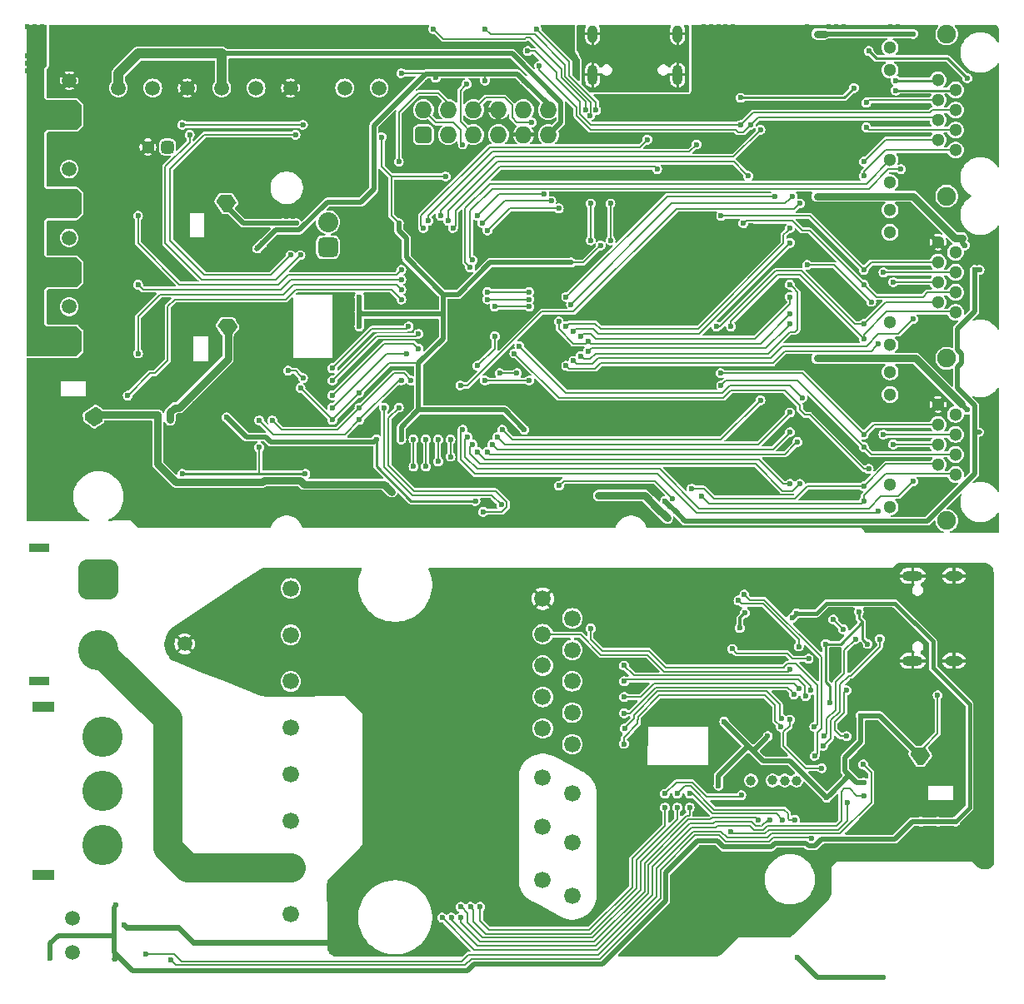
<source format=gbl>
%TF.GenerationSoftware,KiCad,Pcbnew,8.0.1*%
%TF.CreationDate,2024-09-28T11:52:02+02:00*%
%TF.ProjectId,stmbl_5.0,73746d62-6c5f-4352-9e30-2e6b69636164,1.0*%
%TF.SameCoordinates,Original*%
%TF.FileFunction,Copper,L2,Bot*%
%TF.FilePolarity,Positive*%
%FSLAX46Y46*%
G04 Gerber Fmt 4.6, Leading zero omitted, Abs format (unit mm)*
G04 Created by KiCad (PCBNEW 8.0.1) date 2024-09-28 11:52:02*
%MOMM*%
%LPD*%
G01*
G04 APERTURE LIST*
G04 Aperture macros list*
%AMRoundRect*
0 Rectangle with rounded corners*
0 $1 Rounding radius*
0 $2 $3 $4 $5 $6 $7 $8 $9 X,Y pos of 4 corners*
0 Add a 4 corners polygon primitive as box body*
4,1,4,$2,$3,$4,$5,$6,$7,$8,$9,$2,$3,0*
0 Add four circle primitives for the rounded corners*
1,1,$1+$1,$2,$3*
1,1,$1+$1,$4,$5*
1,1,$1+$1,$6,$7*
1,1,$1+$1,$8,$9*
0 Add four rect primitives between the rounded corners*
20,1,$1+$1,$2,$3,$4,$5,0*
20,1,$1+$1,$4,$5,$6,$7,0*
20,1,$1+$1,$6,$7,$8,$9,0*
20,1,$1+$1,$8,$9,$2,$3,0*%
G04 Aperture macros list end*
%TA.AperFunction,ComponentPad*%
%ADD10O,1.000000X2.100000*%
%TD*%
%TA.AperFunction,ComponentPad*%
%ADD11O,1.000000X1.800000*%
%TD*%
%TA.AperFunction,ComponentPad*%
%ADD12O,2.100000X1.000000*%
%TD*%
%TA.AperFunction,ComponentPad*%
%ADD13O,1.800000X1.000000*%
%TD*%
%TA.AperFunction,ComponentPad*%
%ADD14C,1.300000*%
%TD*%
%TA.AperFunction,ComponentPad*%
%ADD15C,1.900000*%
%TD*%
%TA.AperFunction,ComponentPad*%
%ADD16RoundRect,0.508000X-0.508000X-0.508000X0.508000X-0.508000X0.508000X0.508000X-0.508000X0.508000X0*%
%TD*%
%TA.AperFunction,ComponentPad*%
%ADD17O,2.032000X2.032000*%
%TD*%
%TA.AperFunction,SMDPad,CuDef*%
%ADD18C,1.000000*%
%TD*%
%TA.AperFunction,ComponentPad*%
%ADD19RoundRect,0.325000X0.325000X0.325000X-0.325000X0.325000X-0.325000X-0.325000X0.325000X-0.325000X0*%
%TD*%
%TA.AperFunction,ComponentPad*%
%ADD20RoundRect,0.431800X-0.431800X-0.431800X0.431800X-0.431800X0.431800X0.431800X-0.431800X0.431800X0*%
%TD*%
%TA.AperFunction,ComponentPad*%
%ADD21O,1.727200X1.727200*%
%TD*%
%TA.AperFunction,ComponentPad*%
%ADD22C,1.500000*%
%TD*%
%TA.AperFunction,ComponentPad*%
%ADD23C,1.680000*%
%TD*%
%TA.AperFunction,ComponentPad*%
%ADD24C,4.100000*%
%TD*%
%TA.AperFunction,ComponentPad*%
%ADD25R,2.200000X1.100000*%
%TD*%
%TA.AperFunction,ComponentPad*%
%ADD26R,2.000000X0.900000*%
%TD*%
%TA.AperFunction,ComponentPad*%
%ADD27RoundRect,1.025000X-1.025000X1.025000X-1.025000X-1.025000X1.025000X-1.025000X1.025000X1.025000X0*%
%TD*%
%TA.AperFunction,ComponentPad*%
%ADD28R,1.500000X1.500000*%
%TD*%
%TA.AperFunction,ViaPad*%
%ADD29C,0.600000*%
%TD*%
%TA.AperFunction,Conductor*%
%ADD30C,0.500000*%
%TD*%
%TA.AperFunction,Conductor*%
%ADD31C,0.250000*%
%TD*%
%TA.AperFunction,Conductor*%
%ADD32C,0.200000*%
%TD*%
%TA.AperFunction,Conductor*%
%ADD33C,0.300000*%
%TD*%
%TA.AperFunction,Conductor*%
%ADD34C,0.600000*%
%TD*%
%TA.AperFunction,Conductor*%
%ADD35C,0.750000*%
%TD*%
%TA.AperFunction,Conductor*%
%ADD36C,3.000000*%
%TD*%
%TA.AperFunction,Conductor*%
%ADD37C,0.400000*%
%TD*%
%TA.AperFunction,Conductor*%
%ADD38C,1.000000*%
%TD*%
G04 APERTURE END LIST*
D10*
X164820000Y-55415000D03*
D11*
X164820000Y-51235000D03*
D10*
X156180000Y-55415000D03*
D11*
X156180000Y-51235000D03*
D12*
X188715000Y-115020000D03*
D13*
X192895000Y-115020000D03*
D12*
X188715000Y-106380000D03*
D13*
X192895000Y-106380000D03*
D14*
X193060000Y-96070000D03*
X191280000Y-95050000D03*
X193060000Y-94030000D03*
X191280000Y-93010000D03*
X193060000Y-91990000D03*
X191280000Y-90970000D03*
X193060000Y-89950000D03*
X191280000Y-88930000D03*
X186420000Y-87930000D03*
X186420000Y-85640000D03*
X186420000Y-99360000D03*
X186420000Y-97070000D03*
D15*
X192170000Y-100750000D03*
X192170000Y-84250000D03*
D14*
X193060000Y-79570000D03*
X191280000Y-78550000D03*
X193060000Y-77530000D03*
X191280000Y-76510000D03*
X193060000Y-75490000D03*
X191280000Y-74470000D03*
X193060000Y-73450000D03*
X191280000Y-72430000D03*
X186420000Y-71430000D03*
X186420000Y-69140000D03*
X186420000Y-82860000D03*
X186420000Y-80570000D03*
D15*
X192170000Y-84250000D03*
X192170000Y-67750000D03*
D14*
X193060000Y-63070000D03*
X191280000Y-62050000D03*
X193060000Y-61030000D03*
X191280000Y-60010000D03*
X193060000Y-58990000D03*
X191280000Y-57970000D03*
X193060000Y-56950000D03*
X191280000Y-55930000D03*
X186420000Y-54930000D03*
X186420000Y-52640000D03*
X186420000Y-66360000D03*
X186420000Y-64070000D03*
D15*
X192170000Y-67750000D03*
X192170000Y-51250000D03*
D16*
X129300000Y-72940000D03*
D17*
X129300000Y-70400000D03*
D18*
X172291031Y-127178474D03*
X174490000Y-127169952D03*
X175700000Y-127180000D03*
D19*
X113000000Y-62750000D03*
D14*
X111000000Y-62750000D03*
D18*
X172710000Y-128410000D03*
X176910000Y-127180000D03*
D20*
X139000000Y-61500000D03*
D21*
X139000000Y-58960000D03*
X141540000Y-61500000D03*
X141540000Y-58960000D03*
X144080000Y-61500000D03*
X144080000Y-58960000D03*
X146620000Y-61500000D03*
X146620000Y-58960000D03*
X149160000Y-61500000D03*
X149160000Y-58960000D03*
X151700000Y-61500000D03*
X151700000Y-58960000D03*
D22*
X103350000Y-144650000D03*
X103350000Y-141150000D03*
X103000000Y-59500000D03*
X103000000Y-56000000D03*
X103000000Y-82500000D03*
X103000000Y-79000000D03*
X103000000Y-75500000D03*
X103000000Y-72000000D03*
X103000000Y-68500000D03*
X103000000Y-65000000D03*
X108000000Y-56750000D03*
X111500000Y-56750000D03*
X115000000Y-56750000D03*
X118500000Y-56750000D03*
X122000000Y-56750000D03*
X125500000Y-56750000D03*
X131000000Y-56750000D03*
X134500000Y-56750000D03*
D23*
X154126031Y-138888474D03*
X151126031Y-137288474D03*
X154126031Y-133488474D03*
X151126031Y-131888474D03*
X154126031Y-128488474D03*
X151126031Y-126888474D03*
X154126031Y-123488474D03*
X151126031Y-121888474D03*
X154126031Y-120288474D03*
X151126031Y-118688474D03*
X154126031Y-117088474D03*
X151126031Y-115488474D03*
X154126031Y-113888474D03*
X151126031Y-112288474D03*
X154126031Y-110688474D03*
X151126031Y-108688474D03*
X125526031Y-107633474D03*
X125526031Y-112363474D03*
X125526031Y-117093474D03*
X125526031Y-121823474D03*
X125526031Y-126553474D03*
X125526031Y-131283474D03*
X125526031Y-136013474D03*
X125526031Y-140743474D03*
D24*
X106360000Y-122750000D03*
X106360000Y-128250000D03*
X106360000Y-133750000D03*
D25*
X100360000Y-136800000D03*
X100360000Y-119700000D03*
D26*
X99930000Y-103540000D03*
X99930000Y-117040000D03*
D27*
X105930000Y-106690000D03*
D24*
X105930000Y-113890000D03*
D28*
X114751031Y-135778474D03*
D22*
X114751031Y-113278474D03*
D29*
X186760000Y-60380000D03*
X129000000Y-56000000D03*
X129000000Y-56750000D03*
X129000000Y-55250000D03*
X109290000Y-91070000D03*
X158500000Y-91250000D03*
X110250000Y-66720000D03*
X138250000Y-100500000D03*
X188700000Y-82020000D03*
X123040000Y-80867776D03*
X111760000Y-75310000D03*
X121390000Y-88860000D03*
X195750000Y-78000000D03*
X117860000Y-74740000D03*
X166580000Y-52700000D03*
X181750000Y-50500000D03*
X104980000Y-74240000D03*
X160750000Y-69000000D03*
X178000000Y-62250000D03*
X191250000Y-97000000D03*
X170430000Y-55190000D03*
X129250000Y-51000000D03*
X114050000Y-79990000D03*
X104562000Y-84630000D03*
X173250000Y-97500000D03*
X189480000Y-98480000D03*
X117310000Y-78970000D03*
X150750000Y-72500000D03*
X169750000Y-52000000D03*
X191000000Y-82750000D03*
X136500000Y-69000000D03*
X105464000Y-84630000D03*
X104840000Y-63500000D03*
X156750000Y-79500000D03*
X140900000Y-99850000D03*
X157140000Y-90270000D03*
X190250000Y-86750000D03*
X127590000Y-93800000D03*
X182000000Y-65000000D03*
X136820000Y-95310000D03*
X139400000Y-56170000D03*
X151700000Y-91060000D03*
X130150000Y-99300000D03*
X181250000Y-56750000D03*
X128500000Y-51000000D03*
X190700000Y-64880000D03*
X125380000Y-72160000D03*
X173250000Y-79750000D03*
X142250000Y-77000000D03*
X125750000Y-90000000D03*
X174000000Y-79770000D03*
X184500000Y-54250000D03*
X160400000Y-65540000D03*
X153830000Y-60250000D03*
X181880000Y-92490000D03*
X108790000Y-94140000D03*
X99150000Y-89030000D03*
X175380000Y-56750000D03*
X123040000Y-85412216D03*
X186800000Y-58630000D03*
X107500000Y-51750000D03*
X111720000Y-69450000D03*
X173180000Y-58480000D03*
X187320000Y-101630000D03*
X147750000Y-81250000D03*
X161750000Y-79980000D03*
X183750000Y-72500000D03*
X109540000Y-94140000D03*
X108250000Y-73230000D03*
X194250000Y-94500000D03*
X165700000Y-58400000D03*
X148000000Y-71500000D03*
X137900000Y-99850000D03*
X128250000Y-74500000D03*
X170500000Y-52750000D03*
X113760000Y-88200000D03*
X125500000Y-51000000D03*
X114020000Y-81610000D03*
X189500000Y-72500000D03*
X166800000Y-57200000D03*
X169750000Y-52750000D03*
X129050000Y-60230000D03*
X183750000Y-94500000D03*
X155000000Y-67750000D03*
X106750000Y-51750000D03*
X166540000Y-77750000D03*
X183750000Y-73250000D03*
X182000000Y-62250000D03*
X195750000Y-94500000D03*
X155640000Y-91770000D03*
X129840000Y-93800000D03*
X143250000Y-80750000D03*
X156140000Y-91270000D03*
X132090000Y-93800000D03*
X104900000Y-77760000D03*
X126260000Y-95190000D03*
X147500000Y-57000000D03*
X137250000Y-60750000D03*
X162250000Y-91750000D03*
X132250000Y-51000000D03*
X185130000Y-58630000D03*
X141000000Y-76500000D03*
X100052000Y-84630000D03*
X166400000Y-59000000D03*
X178000000Y-58449990D03*
X140250000Y-79000000D03*
X185070000Y-101630000D03*
X159750000Y-62000000D03*
X130000000Y-51000000D03*
X131650000Y-99300000D03*
X195680000Y-62000000D03*
X104910000Y-83720000D03*
X189500000Y-73250000D03*
X165500000Y-74750000D03*
X130990000Y-94450000D03*
X132010000Y-59220000D03*
X147750000Y-80500000D03*
X126530000Y-72760000D03*
X125080000Y-94250000D03*
X122590000Y-63660000D03*
X159000000Y-91750000D03*
X140500000Y-87000000D03*
X123060000Y-74910000D03*
X106190000Y-94790000D03*
X138750000Y-80500000D03*
X141750000Y-80250000D03*
X108250000Y-68235000D03*
X161500000Y-74500000D03*
X190250000Y-80250000D03*
X111750000Y-82000000D03*
X123040000Y-79050000D03*
X189750000Y-86250000D03*
X173630000Y-63940000D03*
X176500000Y-84500000D03*
X134650000Y-99300000D03*
X161500000Y-91750000D03*
X147000000Y-81250000D03*
X168750000Y-89750000D03*
X116000000Y-51000000D03*
X178000000Y-60750000D03*
X103480000Y-91900000D03*
X136250000Y-72500000D03*
X147000000Y-79750000D03*
X178000000Y-52000000D03*
X132850000Y-67040000D03*
X151500000Y-89000000D03*
X163000000Y-75250000D03*
X141650000Y-99850000D03*
X155750000Y-65750000D03*
X146250000Y-75250000D03*
X170750000Y-65500000D03*
X137150000Y-78980000D03*
X178000000Y-90750000D03*
X153830000Y-61000000D03*
X114780000Y-75590000D03*
X168260000Y-65500000D03*
X164500000Y-73750000D03*
X109000000Y-51000000D03*
X108440000Y-94790000D03*
X139500000Y-78250000D03*
X194360000Y-58010000D03*
X101490000Y-89880000D03*
X133750000Y-51000000D03*
X185250000Y-53000000D03*
X160100000Y-58400000D03*
X141250000Y-87000000D03*
X145500000Y-80250000D03*
X162250000Y-74500000D03*
X130500000Y-98650000D03*
X146750000Y-84750000D03*
X137500000Y-76750000D03*
X185000000Y-54750000D03*
X185250000Y-86000000D03*
X158000000Y-91750000D03*
X181880000Y-88390000D03*
X111840000Y-79200000D03*
X145500000Y-76000000D03*
X132400000Y-99300000D03*
X127840000Y-64410000D03*
X118070000Y-86710000D03*
X139500000Y-77500000D03*
X140250000Y-78250000D03*
X106940000Y-94790000D03*
X160000000Y-69000000D03*
X156750000Y-62000000D03*
X108250000Y-69720000D03*
X182000000Y-98000000D03*
X181900000Y-87010000D03*
X117000000Y-85050000D03*
X154500000Y-55000000D03*
X108250000Y-66750000D03*
X109940000Y-94790000D03*
X154500000Y-86250000D03*
X129000000Y-54500000D03*
X132650000Y-63500000D03*
X167490000Y-69800000D03*
X170500000Y-53500000D03*
X113830000Y-84290000D03*
X149500000Y-70250000D03*
X195630000Y-58010000D03*
X126500000Y-88250000D03*
X181890000Y-71920000D03*
X157250000Y-79000000D03*
X173260000Y-57090000D03*
X137500000Y-100500000D03*
X132000000Y-98650000D03*
X142750000Y-54500000D03*
X139750000Y-87000000D03*
X164770000Y-91060000D03*
X178000000Y-63750000D03*
X111700000Y-70470000D03*
X174080000Y-58480000D03*
X137500000Y-75750000D03*
X169000000Y-52750000D03*
X167500000Y-53500000D03*
X167500000Y-51250000D03*
X189750000Y-70250000D03*
X178000000Y-55750000D03*
X132750000Y-98650000D03*
X131250000Y-98650000D03*
X134250000Y-98650000D03*
X154100000Y-53400000D03*
X123040000Y-83594440D03*
X113500000Y-51750000D03*
X191750000Y-82000000D03*
X133370000Y-78360000D03*
X154500000Y-54100000D03*
X178000000Y-64500000D03*
X172500000Y-96750000D03*
X155000000Y-71750000D03*
X106040000Y-66780000D03*
X139000000Y-100500000D03*
X141250000Y-100500000D03*
X123040000Y-82685552D03*
X187750000Y-63750000D03*
X161500000Y-91000000D03*
X172510000Y-90630000D03*
X141750000Y-81000000D03*
X101500000Y-62880000D03*
X130750000Y-51000000D03*
X192750000Y-55250000D03*
X147000000Y-80500000D03*
X113800000Y-85120000D03*
X117500000Y-51000000D03*
X167500000Y-50500000D03*
X159500000Y-67750000D03*
X105440000Y-94790000D03*
X108250000Y-51000000D03*
X151000000Y-60250000D03*
X130500000Y-82250000D03*
X183500000Y-89750000D03*
X145500000Y-81750000D03*
X136400000Y-99850000D03*
X190250000Y-70750000D03*
X181000000Y-50500000D03*
X171420000Y-54210000D03*
X193750000Y-101250000D03*
X173250000Y-53750000D03*
X145500000Y-82500000D03*
X123040000Y-79958888D03*
X128740000Y-94450000D03*
X120000000Y-59000000D03*
X132840000Y-93800000D03*
X104790000Y-66130000D03*
X183750000Y-79500000D03*
X130900000Y-99300000D03*
X119230000Y-64630000D03*
X124500000Y-52250000D03*
X178000000Y-96000000D03*
X152470000Y-51710000D03*
X122680000Y-71380000D03*
X121530000Y-63700000D03*
X111710000Y-71540000D03*
X123040000Y-86321104D03*
X109190000Y-94790000D03*
X188750000Y-85250000D03*
X173250000Y-96750000D03*
X113980000Y-68930000D03*
X169750000Y-50500000D03*
X156000000Y-86250000D03*
X103660000Y-84630000D03*
X138650000Y-99850000D03*
X189500000Y-89750000D03*
X104690000Y-94790000D03*
X181890000Y-69170000D03*
X195700000Y-60060000D03*
X111720000Y-68330000D03*
X194360000Y-60060000D03*
X108250000Y-74613333D03*
X178000000Y-91500000D03*
X157200000Y-57800000D03*
X134500000Y-51000000D03*
X145500000Y-79500000D03*
X109000000Y-51750000D03*
X123750000Y-52250000D03*
X127500000Y-74500000D03*
X103620000Y-61810000D03*
X146250000Y-76000000D03*
X181750000Y-81500000D03*
X166590000Y-54180000D03*
X108210000Y-83510000D03*
X149250000Y-82250000D03*
X180500000Y-62250000D03*
X173240000Y-63280000D03*
X110830000Y-87740000D03*
X114980000Y-64750000D03*
X145500000Y-81000000D03*
X122070000Y-64310000D03*
X140250000Y-84750000D03*
X131500000Y-62450000D03*
X137250000Y-87250000D03*
X167750000Y-61750000D03*
X129750000Y-98650000D03*
X185250000Y-85250000D03*
X161500000Y-75250000D03*
X170250000Y-57750000D03*
X163510000Y-80070000D03*
X169000000Y-50500000D03*
X178000000Y-53500000D03*
X180500000Y-56750000D03*
X133430000Y-59220000D03*
X136750000Y-100500000D03*
X120750000Y-59000000D03*
X168250000Y-50500000D03*
X173250000Y-72000000D03*
X188000000Y-73250000D03*
X114500000Y-51000000D03*
X127750000Y-51000000D03*
X139690000Y-63160000D03*
X138500000Y-52000000D03*
X129000000Y-98650000D03*
X119000000Y-51000000D03*
X115000000Y-90500000D03*
X110720000Y-61410000D03*
X108250000Y-77380000D03*
X180750000Y-95250000D03*
X169000000Y-55250000D03*
X126250000Y-51000000D03*
X150750000Y-88250000D03*
X188820000Y-101630000D03*
X106366000Y-84630000D03*
X115250000Y-51000000D03*
X170250000Y-76000000D03*
X127000000Y-51000000D03*
X108250000Y-75996666D03*
X121400000Y-90400000D03*
X170960000Y-54740000D03*
X190250000Y-82000000D03*
X182750000Y-78750000D03*
X116250000Y-90500000D03*
X133250000Y-91750000D03*
X153750000Y-86250000D03*
X132650000Y-64250000D03*
X189500000Y-77250000D03*
X174480000Y-56750000D03*
X178000000Y-89250000D03*
X130590000Y-93800000D03*
X117900000Y-73140000D03*
X110070000Y-60760000D03*
X153830000Y-59400000D03*
X117320000Y-79830000D03*
X167500000Y-55250000D03*
X151500000Y-88250000D03*
X169930000Y-65500000D03*
X164270000Y-90560000D03*
X136500000Y-68250000D03*
X99150000Y-84630000D03*
X139500000Y-79000000D03*
X104900000Y-69710000D03*
X142000000Y-100500000D03*
X159250000Y-69000000D03*
X131510000Y-71930000D03*
X188710000Y-65380000D03*
X182000000Y-78750000D03*
X186570000Y-101630000D03*
X191000000Y-82000000D03*
X133000000Y-54500000D03*
X131740000Y-94450000D03*
X152510000Y-50700000D03*
X160500000Y-67750000D03*
X196500000Y-96000000D03*
X109390000Y-86190000D03*
X162110000Y-65540000D03*
X143250000Y-84750000D03*
X152200000Y-90560000D03*
X191450000Y-64130000D03*
X180250000Y-50500000D03*
X184630000Y-75960000D03*
X160500000Y-62000000D03*
X187250000Y-50500000D03*
X126160000Y-72160000D03*
X132400000Y-72010000D03*
X104960000Y-80160000D03*
X156750000Y-86250000D03*
X173240000Y-91070000D03*
X122080000Y-86740000D03*
X121250000Y-94250000D03*
X165750000Y-61750000D03*
X165970000Y-69760000D03*
X131500000Y-51000000D03*
X178000000Y-93750000D03*
X117070000Y-66910000D03*
X163000000Y-91750000D03*
X194360000Y-62000000D03*
X155250000Y-86250000D03*
X172340000Y-63280000D03*
X156640000Y-90770000D03*
X157000000Y-71250000D03*
X107268000Y-84630000D03*
X175000000Y-95250000D03*
X172250000Y-88500000D03*
X116540000Y-64420000D03*
X102758000Y-84630000D03*
X111130000Y-77940000D03*
X104960000Y-73170000D03*
X109950000Y-61660000D03*
X128340000Y-93800000D03*
X117750000Y-88880000D03*
X148000000Y-70250000D03*
X159250000Y-85500000D03*
X108900000Y-91880000D03*
X178000000Y-92250000D03*
X143500000Y-54500000D03*
X127250000Y-90750000D03*
X178000000Y-52750000D03*
X160000000Y-85500000D03*
X151500000Y-73250000D03*
X185820000Y-101630000D03*
X135750000Y-60000000D03*
X111760000Y-76420000D03*
X183470000Y-62320000D03*
X162250000Y-75250000D03*
X178000000Y-50500000D03*
X176280000Y-56750000D03*
X100040000Y-89030000D03*
X113870000Y-83490000D03*
X130130000Y-61660000D03*
X133920000Y-73550000D03*
X136000000Y-51000000D03*
X141750000Y-84750000D03*
X171830000Y-63940000D03*
X154210000Y-65760000D03*
X169000000Y-51250000D03*
X134250000Y-90000000D03*
X117070000Y-66000000D03*
X132740000Y-59230000D03*
X129090000Y-93800000D03*
X134340000Y-72900000D03*
X118250000Y-51000000D03*
X178000000Y-61500000D03*
X185770000Y-60370000D03*
X130500000Y-78440000D03*
X169000000Y-53500000D03*
X151500000Y-72500000D03*
X106410000Y-91890000D03*
X141750000Y-79500000D03*
X181900000Y-85650000D03*
X177250000Y-84500000D03*
X122700000Y-69690000D03*
X168250000Y-55250000D03*
X120750000Y-72590000D03*
X172360000Y-57090000D03*
X157640000Y-89770000D03*
X123040000Y-84503328D03*
X107110000Y-66760000D03*
X178000000Y-65250000D03*
X104950000Y-76780000D03*
X191250000Y-98480000D03*
X188000000Y-89000000D03*
X172730000Y-63940000D03*
X135250000Y-51000000D03*
X104920000Y-70780000D03*
X172500000Y-79750000D03*
X136320000Y-94700000D03*
X147750000Y-65570000D03*
X137500000Y-77750000D03*
X135750000Y-63500000D03*
X125430000Y-93600000D03*
X157750000Y-78500000D03*
X167500000Y-52000000D03*
X178000000Y-94500000D03*
X127990000Y-94450000D03*
X185750000Y-76500000D03*
X171500000Y-52750000D03*
X187500000Y-86750000D03*
X149520000Y-65620000D03*
X158630000Y-65540000D03*
X161240000Y-65540000D03*
X166500000Y-96750000D03*
X158140000Y-89270000D03*
X184320000Y-101630000D03*
X166580000Y-53460000D03*
X126500000Y-90750000D03*
X131150000Y-61600000D03*
X100954000Y-84630000D03*
X172500000Y-97500000D03*
X108250000Y-80750000D03*
X129490000Y-94450000D03*
X101480000Y-61810000D03*
X166950000Y-54790000D03*
X169750000Y-53500000D03*
X107950000Y-88230000D03*
X142500000Y-90750000D03*
X123400000Y-74250000D03*
X159400000Y-58000000D03*
X187250000Y-72500000D03*
X133000000Y-51000000D03*
X190700000Y-66380000D03*
X130500000Y-83000000D03*
X165270000Y-91560000D03*
X102550000Y-61810000D03*
X190365000Y-98480000D03*
X172590000Y-91760000D03*
X153700000Y-89060000D03*
X166530000Y-80300000D03*
X183750000Y-78750000D03*
X140920000Y-56180000D03*
X133240000Y-94450000D03*
X148000000Y-91500000D03*
X169500000Y-96750000D03*
X125750000Y-72760000D03*
X133900000Y-99300000D03*
X178000000Y-93000000D03*
X147000000Y-87250000D03*
X165000000Y-74250000D03*
X109210000Y-63480000D03*
X140500000Y-100500000D03*
X115800000Y-88880000D03*
X193000000Y-99250000D03*
X191000000Y-80250000D03*
X140250000Y-81250000D03*
X188750000Y-69250000D03*
X127500000Y-73750000D03*
X128500000Y-59750000D03*
X134000000Y-78000000D03*
X108040000Y-94140000D03*
X168250000Y-52000000D03*
X140000000Y-52000000D03*
X157000000Y-68500000D03*
X191750000Y-82750000D03*
X191450000Y-64880000D03*
X108140000Y-63500000D03*
X169750000Y-54250000D03*
X153270000Y-61580000D03*
X184270000Y-57320000D03*
X106540000Y-94140000D03*
X123040000Y-81776664D03*
X167510000Y-86290000D03*
X106000000Y-51750000D03*
X129110000Y-61660000D03*
X131900000Y-61650000D03*
X157200000Y-59700000D03*
X171750000Y-97500000D03*
X169000000Y-52000000D03*
X178000000Y-51250000D03*
X167500000Y-57200000D03*
X159250000Y-80500000D03*
X105040000Y-94140000D03*
X170500000Y-50500000D03*
X190700000Y-64130000D03*
X190700000Y-65630000D03*
X169000000Y-54250000D03*
X154000000Y-67750000D03*
X108230000Y-82230000D03*
X183750000Y-56750000D03*
X190250000Y-83500000D03*
X108170000Y-84630000D03*
X171500000Y-53500000D03*
X169550000Y-81540000D03*
X185250000Y-86750000D03*
X189500000Y-52250000D03*
X178000000Y-68250000D03*
X107290000Y-94140000D03*
X160750000Y-85500000D03*
X190250000Y-97000000D03*
X178000000Y-98250000D03*
X169110000Y-65500000D03*
X174330000Y-62260000D03*
X139250000Y-52000000D03*
X130860000Y-71410000D03*
X104970000Y-81270000D03*
X167500000Y-52750000D03*
X144810000Y-74260000D03*
X188000000Y-89750000D03*
X111750000Y-83500000D03*
X101490000Y-91960000D03*
X178000000Y-73250000D03*
X181250000Y-62250000D03*
X185980000Y-58630000D03*
X119250000Y-59000000D03*
X190250000Y-82750000D03*
X152700000Y-90060000D03*
X178000000Y-95250000D03*
X177999998Y-69000000D03*
X121250000Y-93500000D03*
X120480000Y-88850000D03*
X184000000Y-90250000D03*
X148250000Y-57000000D03*
X173240000Y-90160000D03*
X159000000Y-90750000D03*
X111650000Y-64850000D03*
X189500000Y-89000000D03*
X181500000Y-95250000D03*
X111750000Y-82750000D03*
X130240000Y-94450000D03*
X185750000Y-93000000D03*
X141000000Y-84750000D03*
X189250000Y-85750000D03*
X141750000Y-81750000D03*
X106000000Y-51000000D03*
X149500000Y-76750000D03*
X150400000Y-58300000D03*
X127340000Y-63690000D03*
X116750000Y-51000000D03*
X117070000Y-65090000D03*
X172280000Y-58480000D03*
X139400000Y-99850000D03*
X170500000Y-52000000D03*
X178000000Y-56500000D03*
X135500000Y-74000000D03*
X186500000Y-50500000D03*
X128260000Y-63680000D03*
X123080000Y-73520000D03*
X177750000Y-70449990D03*
X155000000Y-65750000D03*
X134000000Y-78750000D03*
X170250000Y-89750000D03*
X128000000Y-90750000D03*
X131340000Y-93800000D03*
X190210000Y-58640000D03*
X189250000Y-69750000D03*
X170500000Y-54250000D03*
X105790000Y-94140000D03*
X131590000Y-78430000D03*
X142000000Y-54500000D03*
X153200000Y-89560000D03*
X141500000Y-77000000D03*
X151000000Y-71500000D03*
X168300000Y-57200000D03*
X100960000Y-89030000D03*
X139000000Y-67500000D03*
X106900000Y-88240000D03*
X168250000Y-52750000D03*
X139000000Y-68250000D03*
X170820000Y-62300000D03*
X140250000Y-58250000D03*
X178000000Y-72500000D03*
X132500000Y-91750000D03*
X163770000Y-90060000D03*
X151200000Y-91560000D03*
X116830000Y-88880000D03*
X161750000Y-79090000D03*
X112180000Y-87710000D03*
X127120000Y-61620000D03*
X136250000Y-54500000D03*
X103640000Y-62880000D03*
X169750000Y-51250000D03*
X162250000Y-91000000D03*
X142500000Y-84750000D03*
X104290000Y-94140000D03*
X150750000Y-89000000D03*
X169750000Y-55250000D03*
X132490000Y-94450000D03*
X159400000Y-58800000D03*
X139750000Y-100500000D03*
X112000000Y-96500000D03*
X178000000Y-55000000D03*
X140250000Y-80500000D03*
X137270000Y-94700000D03*
X157300000Y-58500000D03*
X168750000Y-73250000D03*
X102570000Y-62880000D03*
X168250000Y-53500000D03*
X168250000Y-51250000D03*
X123040000Y-87230000D03*
X126940000Y-72160000D03*
X124680000Y-93600000D03*
X117870000Y-73950000D03*
X129400000Y-99300000D03*
X188000000Y-77250000D03*
X150750000Y-73250000D03*
X133500000Y-98650000D03*
X140150000Y-99850000D03*
X177540000Y-73840000D03*
X181890000Y-70530000D03*
X107690000Y-94790000D03*
X151000000Y-70250000D03*
X158250000Y-78000000D03*
X108250000Y-51750000D03*
X141750000Y-82500000D03*
X101856000Y-84630000D03*
X104810000Y-67200000D03*
X114060000Y-75580000D03*
X178000000Y-54250000D03*
X141680000Y-63140000D03*
X110250000Y-73750000D03*
X107500000Y-51000000D03*
X122080000Y-85820000D03*
X191750000Y-80250000D03*
X168250000Y-54250000D03*
X167500000Y-54250000D03*
X122690000Y-74260000D03*
X128100000Y-61300000D03*
X139500000Y-80500000D03*
X159500000Y-65540000D03*
X190750000Y-71250000D03*
X149750000Y-83000000D03*
X133150000Y-99300000D03*
X184730000Y-92570000D03*
X165750000Y-59750000D03*
X106750000Y-51000000D03*
X188000000Y-72500000D03*
X137150000Y-99850000D03*
X107690000Y-91880000D03*
X188070000Y-101630000D03*
X194250000Y-78000000D03*
X170500000Y-51250000D03*
X166000000Y-75250000D03*
X178000000Y-63000000D03*
X167750000Y-59750000D03*
X169490000Y-77360000D03*
X105190000Y-91890000D03*
X140500000Y-76000000D03*
X184141031Y-113298474D03*
X183744131Y-127417030D03*
X169570000Y-121200000D03*
X189531266Y-125131173D03*
X183445000Y-120590000D03*
X189251031Y-124488474D03*
X173991017Y-122678474D03*
X180291031Y-119228474D03*
X189851031Y-124508474D03*
X171649752Y-110139752D03*
X168991031Y-127723474D03*
X183241031Y-109998474D03*
X191260000Y-118510000D03*
X171140000Y-111680000D03*
X179891031Y-113298474D03*
X179991031Y-128928462D03*
X144291031Y-131128474D03*
X182540000Y-117220000D03*
X165000000Y-119470000D03*
X161410000Y-110120000D03*
X144341031Y-113728474D03*
X170420000Y-140080000D03*
X145841031Y-114478474D03*
X174400000Y-134890000D03*
X145841031Y-115228474D03*
X192000000Y-119910000D03*
X173010000Y-119150000D03*
X142791031Y-133378474D03*
X146541031Y-138628474D03*
X171920000Y-140080000D03*
X145791031Y-131128474D03*
X158041031Y-127278474D03*
X166470000Y-114810000D03*
X173490000Y-110170000D03*
X144291031Y-137128474D03*
X163220000Y-142750000D03*
X158410000Y-109370000D03*
X186846031Y-128728474D03*
X166500000Y-119470000D03*
X190260000Y-119930000D03*
X171930000Y-113530000D03*
X142091031Y-118978474D03*
X172583333Y-113530000D03*
X145041031Y-137128474D03*
X163500000Y-119470000D03*
X144330000Y-108240000D03*
X158041031Y-137028474D03*
X169460000Y-123470000D03*
X168910000Y-110120000D03*
X162160000Y-109370000D03*
X180530000Y-115600000D03*
X156910000Y-109370000D03*
X159910000Y-107870000D03*
X167410000Y-110120000D03*
X154660000Y-107870000D03*
X171170000Y-140830000D03*
X183590000Y-107600000D03*
X163660000Y-110120000D03*
X175788969Y-109711526D03*
X189511031Y-134338474D03*
X186970000Y-113240000D03*
X146541031Y-133378474D03*
X184400000Y-131290000D03*
X172670000Y-139330000D03*
X146591031Y-116728474D03*
X144341031Y-115228474D03*
X168160000Y-109370000D03*
X146591031Y-119728474D03*
X156790000Y-115460000D03*
X185000000Y-117560000D03*
X172670000Y-135580000D03*
X145091031Y-112978474D03*
X172830000Y-106760000D03*
X170240000Y-127730000D03*
X146591031Y-120478474D03*
X169660000Y-108620000D03*
X180030000Y-134210000D03*
X145091031Y-120478474D03*
X193210000Y-120590000D03*
X185500000Y-107060000D03*
X168830000Y-129490000D03*
X161030000Y-117650000D03*
X158410000Y-108620000D03*
X142791031Y-131878474D03*
X158791031Y-137028474D03*
X142091031Y-115978474D03*
X144291031Y-135628474D03*
X191213334Y-132400000D03*
X176091031Y-126178474D03*
X143591031Y-116728474D03*
X196200000Y-135230000D03*
X165000000Y-120220000D03*
X145091031Y-121228474D03*
X193341031Y-127638474D03*
X195740000Y-117390000D03*
X164410000Y-109370000D03*
X178280000Y-115610000D03*
X142091031Y-113728474D03*
X113250000Y-113280000D03*
X174890000Y-122550000D03*
X173420000Y-140830000D03*
X161041031Y-129528474D03*
X164410000Y-110870000D03*
X167970000Y-114810000D03*
X158791031Y-134778474D03*
X164220000Y-114810000D03*
X163970000Y-143500000D03*
X168530000Y-134550000D03*
X177100000Y-122710000D03*
X146690000Y-108981149D03*
X185600000Y-123080000D03*
X195740000Y-120390000D03*
X159160000Y-108620000D03*
X186910000Y-116940000D03*
X157291031Y-132528474D03*
X162540000Y-126260000D03*
X161041031Y-130278474D03*
X158041031Y-131028474D03*
X182671031Y-122188474D03*
X178000000Y-134790000D03*
X142841031Y-121228474D03*
X169470000Y-114810000D03*
X172670000Y-141580000D03*
X142091031Y-121228474D03*
X170580000Y-106010000D03*
X165910000Y-111620000D03*
X158791031Y-128778474D03*
X144341031Y-118978474D03*
X159541031Y-130278474D03*
X115810660Y-112219340D03*
X108580000Y-141880000D03*
X172670000Y-140080000D03*
X164250000Y-120220000D03*
X159541031Y-126528474D03*
X143541031Y-129628474D03*
X166500000Y-120970000D03*
X145791031Y-136378474D03*
X161330000Y-115830000D03*
X159541031Y-131028474D03*
X142791031Y-130378474D03*
X113689340Y-114340660D03*
X158410000Y-107870000D03*
X189513334Y-132400000D03*
X179740000Y-110880000D03*
X146541031Y-136378474D03*
X162750000Y-120970000D03*
X170330000Y-129490000D03*
X154660000Y-108620000D03*
X142091031Y-118228474D03*
X167410000Y-107870000D03*
X143591031Y-118978474D03*
X195801031Y-126368474D03*
X177100000Y-121960000D03*
X168160000Y-107870000D03*
X162790000Y-127130000D03*
X146541031Y-134128474D03*
X145091031Y-114478474D03*
X159910000Y-108620000D03*
X143591031Y-115228474D03*
X147341031Y-112978474D03*
X188551031Y-116378474D03*
X185910000Y-115940000D03*
X147291031Y-133378474D03*
X165160000Y-109370000D03*
X146591031Y-115978474D03*
X178860000Y-134640000D03*
X172670000Y-142330000D03*
X163220000Y-143500000D03*
X168160000Y-110870000D03*
X158041031Y-138528474D03*
X165160000Y-110120000D03*
X195741031Y-122578474D03*
X172810000Y-110160000D03*
X170420000Y-138580000D03*
X180620000Y-114200000D03*
X173420000Y-139330000D03*
X175310000Y-112510000D03*
X161791031Y-131028474D03*
X144341031Y-115978474D03*
X162000000Y-112970000D03*
X114750000Y-114780000D03*
X143541031Y-130378474D03*
X142791031Y-131128474D03*
X143591031Y-121228474D03*
X158791031Y-133278474D03*
X142041031Y-133378474D03*
X161720000Y-144250000D03*
X143591031Y-112978474D03*
X195740000Y-118890000D03*
X158041031Y-129528474D03*
X145791031Y-132628474D03*
X142841031Y-112978474D03*
X145841031Y-112228474D03*
X134001031Y-120098474D03*
X190040000Y-117650000D03*
X180780000Y-130200000D03*
X185740000Y-134170000D03*
X192710000Y-118790000D03*
X167250000Y-120220000D03*
X162910000Y-107870000D03*
X142841031Y-113728474D03*
X145091031Y-115978474D03*
X160291031Y-131778474D03*
X162750000Y-120220000D03*
X157291031Y-128778474D03*
X145791031Y-135628474D03*
X164410000Y-110120000D03*
X144341031Y-117478474D03*
X167250000Y-119470000D03*
X171920000Y-141580000D03*
X183930000Y-131820000D03*
X160970000Y-143500000D03*
X188110000Y-119910000D03*
X194841031Y-132908474D03*
X179991031Y-127678474D03*
X171920000Y-138580000D03*
X143591031Y-118228474D03*
X195740000Y-114390000D03*
X164970000Y-114810000D03*
X175400000Y-114920000D03*
X159541031Y-132528474D03*
X157291031Y-137778474D03*
X159541031Y-125778474D03*
X145791031Y-138628474D03*
X158041031Y-134028474D03*
X169660000Y-109370000D03*
X162160000Y-110120000D03*
X187240000Y-134170000D03*
X171330000Y-106760000D03*
X142791031Y-134878474D03*
X142841031Y-115228474D03*
X186300000Y-122770000D03*
X188121031Y-121348474D03*
X172710000Y-128410000D03*
X195941031Y-135748474D03*
X195740000Y-113640000D03*
X164410000Y-107870000D03*
X155410000Y-107870000D03*
X172080000Y-106760000D03*
X157291031Y-133278474D03*
X165910000Y-107870000D03*
X189530000Y-121360000D03*
X171170000Y-139330000D03*
X165720000Y-114810000D03*
X162000000Y-120970000D03*
X158791031Y-131778474D03*
X182370000Y-111250000D03*
X174880000Y-108760000D03*
X143541031Y-133378474D03*
X167400000Y-130510000D03*
X171920000Y-140830000D03*
X161720000Y-142750000D03*
X160220000Y-144250000D03*
X116250000Y-113280000D03*
X146541031Y-131128474D03*
X156160000Y-108620000D03*
X171920000Y-135580000D03*
X195291031Y-126688474D03*
X186846031Y-126298474D03*
X142041031Y-130378474D03*
X172500000Y-114930000D03*
X171920000Y-136330000D03*
X144291031Y-136378474D03*
X144291031Y-134128474D03*
X160291031Y-126528474D03*
X169290000Y-113100000D03*
X165910000Y-109370000D03*
X160291031Y-112778474D03*
X162160000Y-108620000D03*
X145841031Y-115978474D03*
X147341031Y-113728474D03*
X146591031Y-117478474D03*
X162910000Y-108620000D03*
X158791031Y-134028474D03*
X170420000Y-141580000D03*
X187410000Y-121360000D03*
X157660000Y-109370000D03*
X147341031Y-118978474D03*
X163970000Y-142750000D03*
X112580000Y-142130000D03*
X176350000Y-122710000D03*
X173420000Y-141580000D03*
X157291031Y-134778474D03*
X165750000Y-119470000D03*
X142091031Y-112978474D03*
X156790000Y-120320000D03*
X185450000Y-108330000D03*
X195741031Y-121871806D03*
X172830000Y-107510000D03*
X145841031Y-112978474D03*
X145041031Y-131128474D03*
X146541031Y-132628474D03*
X145091031Y-117478474D03*
X163660000Y-110870000D03*
X157660000Y-108620000D03*
X182410000Y-114140000D03*
X168720000Y-114810000D03*
X146591031Y-112978474D03*
X158041031Y-128778474D03*
X174910000Y-123690000D03*
X187000000Y-114870000D03*
X145041031Y-134878474D03*
X195831031Y-126978474D03*
X178380000Y-123830000D03*
X171920000Y-139330000D03*
X142041031Y-134128474D03*
X195740000Y-119640000D03*
X143541031Y-134128474D03*
X173641031Y-126178474D03*
X144341031Y-120478474D03*
X145091031Y-116728474D03*
X170420000Y-139330000D03*
X145041031Y-133378474D03*
X145041031Y-136378474D03*
X146591031Y-121228474D03*
X143591031Y-114478474D03*
X178860000Y-115420000D03*
X145041031Y-137878474D03*
X147291031Y-130378474D03*
X144341031Y-112228474D03*
X171920000Y-137830000D03*
X162910000Y-110120000D03*
X158791031Y-129528474D03*
X165910000Y-110870000D03*
X142791031Y-135628474D03*
X183230000Y-131720000D03*
X182530000Y-110620000D03*
X162470000Y-143500000D03*
X175820000Y-112860000D03*
X177891031Y-113960000D03*
X158041031Y-132528474D03*
X146591031Y-113728474D03*
X169580000Y-129490000D03*
X170420000Y-137080000D03*
X167410000Y-111620000D03*
X145091031Y-118978474D03*
X180560000Y-116530000D03*
X186641031Y-124708474D03*
X177850000Y-121960000D03*
X178130000Y-106010000D03*
X173236666Y-113530000D03*
X142791031Y-132628474D03*
X192480000Y-119430000D03*
X175310000Y-113240000D03*
X156790000Y-117070000D03*
X172080000Y-106010000D03*
X156910000Y-108620000D03*
X163660000Y-109370000D03*
X186410000Y-116440000D03*
X145041031Y-134128474D03*
X167800000Y-127630000D03*
X193710000Y-120170000D03*
X187721031Y-126418474D03*
X160291031Y-128028474D03*
X144341031Y-118228474D03*
X144341031Y-116728474D03*
X187811031Y-128728474D03*
X147341031Y-115228474D03*
X167410000Y-109370000D03*
X145041031Y-129628474D03*
X165160000Y-111620000D03*
X171170000Y-141580000D03*
X147341031Y-120478474D03*
X168910000Y-107870000D03*
X142841031Y-118978474D03*
X158791031Y-132528474D03*
X146591031Y-112228474D03*
X144291031Y-133378474D03*
X175890000Y-134340000D03*
X147291031Y-134128474D03*
X162160000Y-107870000D03*
X142841031Y-114478474D03*
X146040000Y-108950000D03*
X142091031Y-115228474D03*
X145091031Y-112228474D03*
X171170000Y-137830000D03*
X144341031Y-114478474D03*
X172670000Y-137080000D03*
X160291031Y-129528474D03*
X158041031Y-128028474D03*
X167250000Y-120970000D03*
X165750000Y-120220000D03*
X113689340Y-112219340D03*
X145841031Y-121228474D03*
X145791031Y-134878474D03*
X145791031Y-134128474D03*
X159541031Y-134028474D03*
X171170000Y-137080000D03*
X180780000Y-130950000D03*
X178130000Y-108110000D03*
X180780000Y-129450000D03*
X145791031Y-137878474D03*
X145041031Y-131878474D03*
X143941031Y-107628474D03*
X142091031Y-116728474D03*
X170420000Y-140830000D03*
X178241031Y-130678474D03*
X142091031Y-119728474D03*
X165160000Y-108620000D03*
X158041031Y-135528474D03*
X193731031Y-122808474D03*
X159541031Y-129528474D03*
X173420000Y-140080000D03*
X146591031Y-114478474D03*
X166920000Y-130060000D03*
X147341031Y-117478474D03*
X142841031Y-117478474D03*
X167410000Y-108620000D03*
X166660000Y-107870000D03*
X166660000Y-109370000D03*
X145041031Y-132628474D03*
X185481031Y-124708474D03*
X172670000Y-137830000D03*
X147291031Y-131878474D03*
X159541031Y-128778474D03*
X162910000Y-109370000D03*
X179030000Y-110900000D03*
X159541031Y-133278474D03*
X188841031Y-116918474D03*
X161041031Y-131778474D03*
X192081031Y-122838474D03*
X142091031Y-120478474D03*
X185000000Y-119680000D03*
X164250000Y-119470000D03*
X167410000Y-110870000D03*
X183590000Y-106190000D03*
X164410000Y-111620000D03*
X179560000Y-134740000D03*
X161410000Y-109370000D03*
X143591031Y-117478474D03*
X143541031Y-134878474D03*
X171920000Y-137080000D03*
X191241031Y-134338474D03*
X165160000Y-107870000D03*
X180800000Y-106010000D03*
X142041031Y-132628474D03*
X174420000Y-121780000D03*
X147291031Y-132628474D03*
X185230000Y-130840000D03*
X169550000Y-119240000D03*
X145091031Y-119728474D03*
X168540000Y-113850000D03*
X173890000Y-113530000D03*
X188820000Y-121360000D03*
X145091031Y-115228474D03*
X142091031Y-114478474D03*
X160291031Y-128778474D03*
X142841031Y-118228474D03*
X147341031Y-114478474D03*
X158791031Y-131028474D03*
X157291031Y-139278474D03*
X166660000Y-110120000D03*
X183590000Y-106890000D03*
X158041031Y-126528474D03*
X187380000Y-117420000D03*
X161041031Y-132528474D03*
X156160000Y-109370000D03*
X145041031Y-130378474D03*
X182690000Y-121570000D03*
X145791031Y-130378474D03*
X143541031Y-131878474D03*
X142041031Y-134878474D03*
X166660000Y-111620000D03*
X171330000Y-106010000D03*
X163220000Y-142000000D03*
X166660000Y-110870000D03*
X155410000Y-108620000D03*
X157140000Y-112980000D03*
X179491031Y-127178474D03*
X144291031Y-129628474D03*
X156790000Y-118700000D03*
X177100000Y-121210000D03*
X175860000Y-113550000D03*
X174170000Y-140080000D03*
X189350000Y-127330000D03*
X172670000Y-136330000D03*
X164250000Y-120970000D03*
X157291031Y-125778474D03*
X147291031Y-136378474D03*
X174480000Y-126160000D03*
X163220000Y-144250000D03*
X173890000Y-124320000D03*
X162160000Y-110870000D03*
X175298969Y-109261526D03*
X115810660Y-114340660D03*
X163500000Y-120970000D03*
X144341031Y-112978474D03*
X164410000Y-108620000D03*
X195740000Y-116640000D03*
X158791031Y-130278474D03*
X143541031Y-135628474D03*
X144341031Y-121228474D03*
X145791031Y-133378474D03*
X160291031Y-127278474D03*
X142841031Y-119728474D03*
X195641031Y-135238474D03*
X114750000Y-111780000D03*
X156800000Y-123470000D03*
X165750000Y-120970000D03*
X145841031Y-118228474D03*
X157291031Y-131028474D03*
X173806667Y-114930000D03*
X175280000Y-124318474D03*
X147341031Y-119728474D03*
X170040000Y-112350000D03*
X161791031Y-131778474D03*
X146591031Y-118228474D03*
X189171031Y-116388474D03*
X159160000Y-107870000D03*
X160660000Y-108620000D03*
X157291031Y-129528474D03*
X142841031Y-115978474D03*
X146541031Y-135628474D03*
X144291031Y-132628474D03*
X176640000Y-134340000D03*
X177390000Y-134340000D03*
X146541031Y-137878474D03*
X134001031Y-124788474D03*
X157291031Y-130278474D03*
X183470000Y-132330000D03*
X189640000Y-119880000D03*
X146541031Y-131878474D03*
X157291031Y-138528474D03*
X146541031Y-137128474D03*
X161791031Y-130278474D03*
X144291031Y-130378474D03*
X158041031Y-130278474D03*
X143541031Y-132628474D03*
X158041031Y-125778474D03*
X185881031Y-128728474D03*
X173153333Y-114930000D03*
X143541031Y-136378474D03*
X158791031Y-128028474D03*
X175410000Y-118310000D03*
X145041031Y-135628474D03*
X171170000Y-138580000D03*
X143590000Y-108220000D03*
X142091031Y-117478474D03*
X171846667Y-114930000D03*
X158791031Y-127278474D03*
X145791031Y-137128474D03*
X146541031Y-134878474D03*
X147291031Y-131128474D03*
X145841031Y-118978474D03*
X159541031Y-131778474D03*
X177950000Y-124340000D03*
X168160000Y-108620000D03*
X160970000Y-144250000D03*
X160291031Y-133278474D03*
X195740000Y-118140000D03*
X175940000Y-106010000D03*
X176710000Y-123390000D03*
X186490000Y-134170000D03*
X169180000Y-134860000D03*
X160660000Y-110120000D03*
X185090000Y-123620000D03*
X165000000Y-120970000D03*
X157291031Y-134028474D03*
X145841031Y-116728474D03*
X147341031Y-112228474D03*
X161720000Y-143500000D03*
X159541031Y-128028474D03*
X174581031Y-124318474D03*
X161410000Y-108620000D03*
X168910000Y-108620000D03*
X144341031Y-119728474D03*
X159541031Y-127278474D03*
X165910000Y-108620000D03*
X147291031Y-129628474D03*
X142041031Y-131878474D03*
X144291031Y-134878474D03*
X145841031Y-117478474D03*
X178740000Y-116020000D03*
X171170000Y-136330000D03*
X143591031Y-119728474D03*
X167250000Y-126010000D03*
X167850000Y-126020000D03*
X158041031Y-133278474D03*
X134001031Y-129558474D03*
X144291031Y-131878474D03*
X172670000Y-140830000D03*
X142041031Y-131128474D03*
X158630000Y-112980000D03*
X157291031Y-128028474D03*
X142841031Y-116728474D03*
X145091031Y-113728474D03*
X163970000Y-142000000D03*
X158041031Y-134778474D03*
X161410000Y-107870000D03*
X195740000Y-115890000D03*
X177850000Y-121210000D03*
X175140000Y-134340000D03*
X163660000Y-111620000D03*
X189980000Y-119370000D03*
X145091031Y-118228474D03*
X145791031Y-131878474D03*
X160291031Y-132528474D03*
X156800000Y-121870000D03*
X162910000Y-110870000D03*
X167220000Y-114810000D03*
X158791031Y-136278474D03*
X178991031Y-126678474D03*
X165160000Y-110870000D03*
X158041031Y-137778474D03*
X166500000Y-120220000D03*
X161041031Y-131028474D03*
X157291031Y-127278474D03*
X181060000Y-116000000D03*
X146591031Y-115228474D03*
X157291031Y-136278474D03*
X160660000Y-109370000D03*
X142841031Y-112228474D03*
X158791031Y-137778474D03*
X146541031Y-129628474D03*
X158791031Y-126528474D03*
X147341031Y-118228474D03*
X142791031Y-134128474D03*
X194721031Y-131038474D03*
X179640000Y-124600000D03*
X145841031Y-119728474D03*
X195741031Y-121165140D03*
X147291031Y-134878474D03*
X158041031Y-131778474D03*
X161980000Y-115610000D03*
X188750000Y-126700000D03*
X182770000Y-132240000D03*
X159910000Y-109370000D03*
X145791031Y-129628474D03*
X143591031Y-120478474D03*
X172670000Y-138580000D03*
X170420000Y-137830000D03*
X146591031Y-118978474D03*
X162470000Y-142000000D03*
X147291031Y-137128474D03*
X158791031Y-135528474D03*
X157291031Y-135528474D03*
X161450000Y-115170000D03*
X160660000Y-107870000D03*
X157291031Y-131778474D03*
X165910000Y-110120000D03*
X143591031Y-113728474D03*
X180920000Y-108230000D03*
X163660000Y-107870000D03*
X143541031Y-131128474D03*
X169470000Y-124870000D03*
X158791031Y-125778474D03*
X174170000Y-140830000D03*
X195740000Y-115140000D03*
X179100000Y-135250000D03*
X163500000Y-120220000D03*
X168160000Y-110120000D03*
X147341031Y-115978474D03*
X145841031Y-120478474D03*
X157291031Y-126528474D03*
X143591031Y-112228474D03*
X156910000Y-107870000D03*
X177280000Y-110970000D03*
X163660000Y-108620000D03*
X183690000Y-131190000D03*
X178241031Y-129928474D03*
X160291031Y-130278474D03*
X163970000Y-144250000D03*
X166660000Y-108620000D03*
X157660000Y-107870000D03*
X145841031Y-113728474D03*
X142791031Y-129628474D03*
X147341031Y-116728474D03*
X175241031Y-126178474D03*
X174240000Y-123700000D03*
X156160000Y-107870000D03*
X162470000Y-144250000D03*
X162470000Y-142750000D03*
X157291031Y-137028474D03*
X142841031Y-120478474D03*
X146541031Y-130378474D03*
X171170000Y-140080000D03*
X143591031Y-115978474D03*
X184141031Y-115798474D03*
X158041031Y-136278474D03*
X168910000Y-109370000D03*
X160291031Y-131028474D03*
X172830000Y-106010000D03*
X159160000Y-109370000D03*
X147291031Y-137878474D03*
X168580000Y-135230000D03*
X181181031Y-109928474D03*
X189260000Y-123190000D03*
X169220000Y-135580000D03*
X147291031Y-135628474D03*
X145250000Y-56000000D03*
X140250000Y-55710000D03*
X122140000Y-73040000D03*
X113250000Y-89750000D03*
X113750000Y-89250000D03*
X136750000Y-55250000D03*
X149250000Y-56000000D03*
X113250000Y-90500000D03*
X118890000Y-81000000D03*
X122620000Y-72560000D03*
X119140000Y-81500000D03*
X119390000Y-81000010D03*
X183741031Y-128728474D03*
X140891031Y-141128474D03*
X126750000Y-60500000D03*
X132500000Y-79500000D03*
X129750000Y-90500000D03*
X154000000Y-74500000D03*
X157000000Y-72750000D03*
X136750000Y-92500000D03*
X141250000Y-65750000D03*
X144280000Y-98750000D03*
X149250000Y-91500000D03*
X132500000Y-78000000D03*
X132500000Y-81000000D03*
X132500000Y-87750000D03*
X134750000Y-61750000D03*
X114500000Y-60500000D03*
X136500000Y-70500000D03*
X126500000Y-87250000D03*
X119000000Y-90250000D03*
X134250000Y-92500000D03*
X121731031Y-135638474D03*
X117981031Y-135638474D03*
X124001031Y-135628474D03*
X123651031Y-136278474D03*
X119481031Y-135638474D03*
X120631031Y-136288474D03*
X116481031Y-135638474D03*
X118381031Y-136288474D03*
X122131031Y-136288474D03*
X119881031Y-136288474D03*
X116881031Y-136288474D03*
X118731031Y-135638474D03*
X121381031Y-136288474D03*
X123251031Y-135628474D03*
X122901031Y-136278474D03*
X120981031Y-135638474D03*
X117631031Y-136288474D03*
X120231031Y-135638474D03*
X119131031Y-136288474D03*
X117231031Y-135638474D03*
X122501031Y-135628474D03*
X174241031Y-131178474D03*
X141841031Y-141128474D03*
X142791031Y-141128474D03*
X172991031Y-131178474D03*
X166041031Y-128528474D03*
X175491031Y-131178474D03*
X164791031Y-128528474D03*
X176741031Y-131178474D03*
X138000000Y-95250000D03*
X138000000Y-92500000D03*
X140500000Y-92500006D03*
X140500000Y-94750000D03*
X141750000Y-92500000D03*
X141750000Y-94250000D03*
X139250000Y-95250000D03*
X139250000Y-92500000D03*
X163541031Y-128528474D03*
X171290000Y-128670000D03*
X107630000Y-145370000D03*
X176929832Y-110184243D03*
X176479101Y-110634974D03*
X193061031Y-131348474D03*
X189531031Y-131368474D03*
X101040000Y-145290000D03*
X191261031Y-131368474D03*
X107750000Y-139830000D03*
X170260000Y-132360000D03*
X182100000Y-129450000D03*
X99440000Y-80694299D03*
X100250000Y-54250000D03*
X98750000Y-53500000D03*
X99500000Y-55000000D03*
X98750000Y-50500000D03*
X99500000Y-53500000D03*
X99390000Y-57718598D03*
X99500000Y-54250000D03*
X98750000Y-54250000D03*
X98750000Y-55000000D03*
X99390000Y-73718598D03*
X99500000Y-50500000D03*
X99390000Y-66718598D03*
X100250000Y-50500000D03*
X100250000Y-53500000D03*
X136500000Y-89250000D03*
X145065000Y-99865000D03*
X137500000Y-81000000D03*
X115250000Y-61500000D03*
X126500000Y-73750000D03*
X129750000Y-85250000D03*
X171250000Y-57750000D03*
X182750000Y-56750000D03*
X184250000Y-53000000D03*
X194250000Y-55750000D03*
X129750000Y-86500000D03*
X125500000Y-73750000D03*
X126000000Y-61500000D03*
X125250000Y-85500000D03*
X138500000Y-81750000D03*
X126750005Y-86250005D03*
X176220000Y-120990000D03*
X176270532Y-115900720D03*
X179491031Y-125928474D03*
X171600000Y-108276046D03*
X178741031Y-124678474D03*
X176250000Y-80750000D03*
X155750000Y-83500000D03*
X144500000Y-93750000D03*
X176250000Y-97000000D03*
X176250000Y-76750000D03*
X155000000Y-84000000D03*
X146000000Y-93000000D03*
X176250000Y-91750000D03*
X173250000Y-88500000D03*
X147000000Y-91500000D03*
X153500000Y-81000000D03*
X176250000Y-71000000D03*
X177141031Y-113548474D03*
X171010000Y-108880000D03*
X167250000Y-98250000D03*
X183750000Y-98750000D03*
X166250000Y-97500000D03*
X183750000Y-97250000D03*
X148501496Y-85750000D03*
X146750000Y-85750000D03*
X177250000Y-97000000D03*
X144000000Y-93000000D03*
X152750000Y-80500000D03*
X176250000Y-79750000D03*
X155750000Y-82500000D03*
X145250000Y-86500000D03*
X149750000Y-86500000D03*
X177000000Y-92749994D03*
X145500000Y-93750000D03*
X176250000Y-78000000D03*
X155000000Y-82000000D03*
X176250000Y-72500000D03*
X154250000Y-81500000D03*
X146500000Y-92250000D03*
X176250000Y-89750000D03*
X186750000Y-93000000D03*
X185750000Y-92000000D03*
X188750000Y-96749996D03*
X143500000Y-92250000D03*
X185250000Y-99750000D03*
X143000000Y-91500000D03*
X183750000Y-76750000D03*
X171499998Y-70500000D03*
X186750000Y-76500000D03*
X185750000Y-75500000D03*
X183750000Y-75250000D03*
X169250000Y-69750000D03*
X188750000Y-80250000D03*
X154250000Y-84500000D03*
X153500000Y-85000000D03*
X185250000Y-82750000D03*
X183750000Y-65699990D03*
X163555025Y-98744975D03*
X118990000Y-68820000D03*
X164055025Y-99244975D03*
X119240000Y-68320010D03*
X195500000Y-75250000D03*
X118740000Y-68320000D03*
X126100000Y-70500000D03*
X125430000Y-70500000D03*
X195000000Y-75250000D03*
X124750000Y-70505506D03*
X195000000Y-91750000D03*
X164600000Y-99800000D03*
X183750000Y-64250000D03*
X184000000Y-60750000D03*
X135000000Y-89250000D03*
X146900000Y-99099500D03*
X136500000Y-64250000D03*
X180500000Y-84250000D03*
X188750000Y-84250000D03*
X112000000Y-92000000D03*
X112000000Y-93500000D03*
X180500000Y-67750000D03*
X188750000Y-51250000D03*
X179000000Y-67750000D03*
X162800000Y-99500000D03*
X105190000Y-90170000D03*
X134250000Y-97050000D03*
X157500000Y-98200000D03*
X135789354Y-97800000D03*
X156800000Y-98200000D03*
X158200000Y-98200000D03*
X179750000Y-51250000D03*
X179000000Y-84250000D03*
X105780000Y-90440000D03*
X163300000Y-100000000D03*
X193750000Y-72000000D03*
X163800000Y-100500000D03*
X193750000Y-89000000D03*
X179750000Y-84250000D03*
X105700000Y-89780000D03*
X179000000Y-51250000D03*
X188750000Y-67750000D03*
X112000000Y-92750000D03*
X179750000Y-67750000D03*
X194250000Y-89500000D03*
X135144621Y-97144625D03*
X194000000Y-72750000D03*
X172250000Y-60500000D03*
X150750000Y-54500000D03*
X149600000Y-53000000D03*
X171250000Y-60500000D03*
X184000000Y-58250000D03*
X138500000Y-83250000D03*
X129750000Y-88000000D03*
X184500000Y-78500000D03*
X148750000Y-83000000D03*
X177500000Y-88250000D03*
X178000000Y-74750000D03*
X137249992Y-83750000D03*
X184250000Y-95500000D03*
X148250000Y-83750000D03*
X129750000Y-89250000D03*
X187000000Y-57000000D03*
X187000000Y-56000000D03*
X144000000Y-74250000D03*
X187500000Y-65000000D03*
X143750000Y-75000000D03*
X170391031Y-113798474D03*
X178141031Y-114798474D03*
X183700000Y-125560000D03*
X110830000Y-144810000D03*
X180641031Y-110798474D03*
X181991031Y-122678474D03*
X181641045Y-111798474D03*
X181991031Y-118010000D03*
X162750000Y-65000000D03*
X141999993Y-71000007D03*
X149750000Y-78250000D03*
X145500000Y-78250000D03*
X143000000Y-62500000D03*
X146250000Y-79000000D03*
X176500000Y-67750012D03*
X149750000Y-79000000D03*
X144500000Y-85000000D03*
X154000002Y-78750000D03*
X146250000Y-82000000D03*
X150000000Y-60250000D03*
X143400000Y-56349994D03*
X149750000Y-77500000D03*
X153500000Y-78000000D03*
X174750000Y-67750000D03*
X145500000Y-77500000D03*
X152750000Y-69000000D03*
X156549000Y-59000000D03*
X145500000Y-71250000D03*
X150500422Y-50750000D03*
X152000000Y-68250000D03*
X145000000Y-70500000D03*
X155950502Y-59556834D03*
X145250422Y-50750000D03*
X155449500Y-59000000D03*
X144500000Y-69750000D03*
X151250000Y-67550010D03*
X140000422Y-50750000D03*
X110000000Y-69750000D03*
X136750000Y-75250000D03*
X110000000Y-76750000D03*
X136750000Y-76250000D03*
X185391031Y-112798474D03*
X179650000Y-123630000D03*
X182891037Y-112798474D03*
X179741031Y-122678484D03*
X108960000Y-88030000D03*
X136750000Y-78250000D03*
X132500000Y-89250000D03*
X137750000Y-86500000D03*
X123640000Y-90556900D03*
X122310000Y-90560000D03*
X132500000Y-90500000D03*
X136750000Y-86499982D03*
X185741031Y-147178474D03*
X176991031Y-145178474D03*
X110000000Y-83750000D03*
X136750000Y-77250000D03*
X122310000Y-93310000D03*
X152764167Y-97199500D03*
X114500000Y-96000000D03*
X127000000Y-96000000D03*
X164300000Y-98500000D03*
X159390000Y-117090000D03*
X177841031Y-118593493D03*
X159390000Y-120340000D03*
X176641887Y-118427138D03*
X178341923Y-117970909D03*
X159390000Y-115490000D03*
X159390000Y-118690000D03*
X177141976Y-117802706D03*
X175400000Y-120910000D03*
X159438969Y-121881526D03*
X159380000Y-123460000D03*
X175273781Y-121699983D03*
X166041031Y-129928474D03*
X142791031Y-140028474D03*
X144741031Y-140028474D03*
X163541031Y-129928474D03*
X164791031Y-129928474D03*
X143766031Y-140028474D03*
X113360000Y-145460000D03*
X178460000Y-133080000D03*
X141500000Y-70250000D03*
X172000000Y-65699990D03*
X173250000Y-61000000D03*
X140750000Y-69750000D03*
X139000000Y-71000000D03*
X161750000Y-62000000D03*
X177249990Y-68500000D03*
X142750000Y-87000000D03*
X176910000Y-127179984D03*
X172291031Y-127178474D03*
X174490000Y-127170000D03*
X175700000Y-127180016D03*
X139500000Y-70250000D03*
X166750000Y-62500000D03*
X155991031Y-111718474D03*
X178720000Y-121720000D03*
X156000000Y-68500000D03*
X156000000Y-72250000D03*
X158000000Y-68500000D03*
X158000000Y-72250000D03*
X169200000Y-85749998D03*
X183750000Y-92000000D03*
X183750000Y-93250000D03*
X169250000Y-87000000D03*
X168750000Y-81000000D03*
X183750000Y-80750000D03*
X170250000Y-81000000D03*
X183750000Y-82250000D03*
D30*
X193061031Y-131348474D02*
X193051032Y-131348474D01*
X193051032Y-131348474D02*
X193031032Y-131368474D01*
X193031032Y-131368474D02*
X189531031Y-131368474D01*
X193031032Y-131368474D02*
X191261031Y-131368474D01*
X189261031Y-124488474D02*
X189241031Y-124468474D01*
X172491031Y-124178474D02*
X173741031Y-122928474D01*
X168991031Y-127723474D02*
X168991031Y-126678474D01*
D31*
X180291031Y-119228474D02*
X180291031Y-117541031D01*
D32*
X179890000Y-114949505D02*
X179891031Y-114948474D01*
D30*
X183029587Y-127417030D02*
X182266025Y-126653468D01*
D32*
X191260000Y-118530000D02*
X191260000Y-122419505D01*
D30*
X183445000Y-123235000D02*
X181810000Y-124870000D01*
X189251031Y-124478474D02*
X189251031Y-124488474D01*
X169536031Y-121223474D02*
X171991031Y-123678474D01*
X183744131Y-127417030D02*
X183029587Y-127417030D01*
X179941044Y-128878475D02*
X179991031Y-128928462D01*
X172241031Y-123928474D02*
X172991031Y-124678474D01*
X168991031Y-126678474D02*
X171991031Y-123678474D01*
X173778885Y-122890606D02*
X173991017Y-122678474D01*
X183445000Y-120590000D02*
X185362557Y-120590000D01*
X176241043Y-125178474D02*
X179691032Y-128628463D01*
X185362557Y-120590000D02*
X189251031Y-124478474D01*
D31*
X183641031Y-111048474D02*
X183641031Y-112798474D01*
D30*
X179691032Y-128628463D02*
X179991031Y-128928462D01*
X182266025Y-126653468D02*
X180291030Y-128628463D01*
D32*
X191261031Y-118548474D02*
X191261031Y-118700874D01*
D30*
X172991031Y-124678474D02*
X173491031Y-125178474D01*
D33*
X171140000Y-111680000D02*
X171140000Y-110649504D01*
D31*
X179891031Y-114948474D02*
X179891031Y-113498474D01*
D30*
X181810000Y-124870000D02*
X181810000Y-126197443D01*
D31*
X183241031Y-109998474D02*
X183241031Y-110648474D01*
D30*
X172991031Y-124678474D02*
X172491031Y-124178474D01*
D31*
X179891031Y-113298474D02*
X181391031Y-113298474D01*
D32*
X189851031Y-123828474D02*
X189851031Y-124508474D01*
D31*
X183641031Y-112798474D02*
X184141031Y-113298474D01*
X183241031Y-110648474D02*
X183641031Y-111048474D01*
D30*
X173491031Y-125178474D02*
X176241043Y-125178474D01*
X189251031Y-124488474D02*
X189261031Y-124488474D01*
D31*
X181391031Y-113298474D02*
X183641031Y-111048474D01*
D30*
X180291030Y-128628463D02*
X179991031Y-128928462D01*
D31*
X179890000Y-117140000D02*
X179890000Y-114949505D01*
D30*
X169536031Y-121180000D02*
X169536031Y-121223474D01*
D31*
X180291031Y-117541031D02*
X179890000Y-117140000D01*
D32*
X179891031Y-113298474D02*
X179891031Y-114948474D01*
D33*
X171140000Y-110649504D02*
X171649752Y-110139752D01*
D32*
X189851031Y-124508474D02*
X189891031Y-124468474D01*
D30*
X181810000Y-126197443D02*
X182266025Y-126653468D01*
D32*
X191260000Y-122419505D02*
X189851031Y-123828474D01*
D30*
X183445000Y-120590000D02*
X183445000Y-123235000D01*
X172241031Y-123928474D02*
X171991031Y-123678474D01*
D34*
X115590000Y-143660000D02*
X130970000Y-143660000D01*
X108830000Y-142130000D02*
X108580000Y-141880000D01*
X112580000Y-142130000D02*
X114060000Y-142130000D01*
X114060000Y-142130000D02*
X115590000Y-143660000D01*
X112580000Y-142130000D02*
X108830000Y-142130000D01*
D35*
X113250000Y-89750000D02*
X113250000Y-90500000D01*
D30*
X151750000Y-58500000D02*
X151750000Y-58910000D01*
D32*
X140250000Y-55710000D02*
X140250000Y-55300007D01*
D35*
X113750000Y-89250000D02*
X114170000Y-89250000D01*
D30*
X132660050Y-68350000D02*
X133950000Y-67060050D01*
D35*
X113750000Y-89250000D02*
X113250000Y-89750000D01*
D30*
X145250000Y-55300007D02*
X148550007Y-55300007D01*
X140250000Y-55300007D02*
X145250000Y-55300007D01*
X129243344Y-68350000D02*
X132660050Y-68350000D01*
X148550007Y-55300007D02*
X149000000Y-55750000D01*
X122140000Y-73040000D02*
X123972094Y-71207906D01*
X133950000Y-60550000D02*
X139199993Y-55300007D01*
D35*
X119140000Y-84280000D02*
X119140000Y-81500000D01*
D30*
X126385438Y-71207906D02*
X129243344Y-68350000D01*
X149250000Y-56000000D02*
X151750000Y-58500000D01*
X149000000Y-55750000D02*
X149250000Y-56000000D01*
D32*
X145250000Y-56000000D02*
X145250000Y-55300007D01*
D30*
X139199993Y-55300007D02*
X140250000Y-55300007D01*
X151750000Y-58910000D02*
X151700000Y-58960000D01*
X133950000Y-67060050D02*
X133950000Y-60550000D01*
X123972094Y-71207906D02*
X126385438Y-71207906D01*
D32*
X139149986Y-55250000D02*
X137174264Y-55250000D01*
D35*
X114170000Y-89250000D02*
X119140000Y-84280000D01*
D30*
X122140000Y-73040000D02*
X122080000Y-73100000D01*
D32*
X139199993Y-55300007D02*
X139149986Y-55250000D01*
X137174264Y-55250000D02*
X136750000Y-55250000D01*
X181470000Y-131318133D02*
X181470000Y-128310000D01*
X172576817Y-132178474D02*
X173551526Y-132178474D01*
X140891031Y-141128474D02*
X144172557Y-144410000D01*
X183018474Y-128728474D02*
X183741031Y-128728474D01*
X181470000Y-128310000D02*
X181770000Y-128010000D01*
X144172557Y-144410000D02*
X156690000Y-144410000D01*
X182300000Y-128010000D02*
X183018474Y-128728474D01*
X168700000Y-131950000D02*
X168890000Y-131760000D01*
X173551526Y-132178474D02*
X173950000Y-131780000D01*
X181770000Y-128010000D02*
X182300000Y-128010000D01*
X181008133Y-131780000D02*
X181470000Y-131318133D01*
X172158342Y-131760000D02*
X172576817Y-132178474D01*
X162270000Y-135920000D02*
X166240000Y-131950000D01*
X168890000Y-131760000D02*
X172158342Y-131760000D01*
X156690000Y-144410000D02*
X162270000Y-138830000D01*
X166240000Y-131950000D02*
X168700000Y-131950000D01*
X162270000Y-138830000D02*
X162270000Y-135920000D01*
X173950000Y-131780000D02*
X181008133Y-131780000D01*
X134750000Y-64750000D02*
X134750000Y-61750000D01*
D30*
X119000000Y-90250000D02*
X121000000Y-92250000D01*
X137250000Y-74000000D02*
X141000000Y-77750000D01*
X137250000Y-72000000D02*
X137250000Y-74000000D01*
D32*
X154000000Y-74500000D02*
X155250000Y-74500000D01*
D30*
X147250000Y-89500000D02*
X138500000Y-89500000D01*
D31*
X137750000Y-98750000D02*
X134250000Y-95250000D01*
D32*
X126500000Y-87250000D02*
X129750000Y-90500000D01*
X135500000Y-84750000D02*
X138500000Y-84750000D01*
X156700001Y-73049999D02*
X157000000Y-72750000D01*
X155250000Y-74500000D02*
X156700001Y-73049999D01*
D30*
X145750000Y-74500000D02*
X142500000Y-77750000D01*
X123500000Y-92750000D02*
X123000000Y-92250000D01*
X149250000Y-91500000D02*
X147250000Y-89500000D01*
D32*
X141250000Y-65750000D02*
X135750000Y-65750000D01*
D30*
X136500000Y-70500000D02*
X136500000Y-71250000D01*
X142500000Y-77750000D02*
X141000000Y-77750000D01*
D32*
X114500000Y-60500000D02*
X126750000Y-60500000D01*
X135750000Y-65750000D02*
X134750000Y-64750000D01*
D30*
X134000000Y-92750000D02*
X134250000Y-92500000D01*
D32*
X135750000Y-69750000D02*
X136500000Y-70500000D01*
D30*
X138250000Y-89750000D02*
X136750000Y-91250000D01*
X138500000Y-89500000D02*
X138250000Y-89750000D01*
X132500000Y-78000000D02*
X132500000Y-79500000D01*
D31*
X134250000Y-95250000D02*
X134250000Y-92500000D01*
D30*
X132750000Y-79750000D02*
X141000000Y-79750000D01*
X138500000Y-85000000D02*
X138500000Y-89500000D01*
D32*
X132500000Y-87750000D02*
X129750000Y-90500000D01*
D30*
X123500000Y-92750000D02*
X134000000Y-92750000D01*
X138500000Y-84750000D02*
X138500000Y-85000000D01*
D31*
X144280000Y-98750000D02*
X137750000Y-98750000D01*
D30*
X132500000Y-79500000D02*
X132750000Y-79750000D01*
X123000000Y-92250000D02*
X121000000Y-92250000D01*
D32*
X135750000Y-65750000D02*
X135750000Y-69750000D01*
D30*
X141000000Y-79750000D02*
X141000000Y-82250000D01*
X132500000Y-81000000D02*
X132500000Y-79500000D01*
X141000000Y-82250000D02*
X138500000Y-84750000D01*
D32*
X132500000Y-87750000D02*
X135500000Y-84750000D01*
D30*
X141000000Y-77750000D02*
X141000000Y-79750000D01*
X136750000Y-91250000D02*
X136750000Y-92500000D01*
X136500000Y-71250000D02*
X137250000Y-72000000D01*
X154000000Y-74500000D02*
X145750000Y-74500000D01*
D36*
X105930000Y-113890000D02*
X112950000Y-120910000D01*
X112950000Y-120910000D02*
X112950000Y-133977443D01*
X114986031Y-136013474D02*
X125526031Y-136013474D01*
X112950000Y-133977443D02*
X114986031Y-136013474D01*
D32*
X141841031Y-141378474D02*
X144461031Y-143998474D01*
X141841031Y-141128474D02*
X141841031Y-141378474D01*
X166070000Y-131550000D02*
X168410000Y-131550000D01*
X168410000Y-131550000D02*
X168600000Y-131360000D01*
X156531526Y-143998474D02*
X161870000Y-138660000D01*
X168600000Y-131360000D02*
X172324028Y-131360000D01*
X144461031Y-143998474D02*
X156531526Y-143998474D01*
X172324028Y-131360000D02*
X172742502Y-131778474D01*
X172742502Y-131778474D02*
X173241526Y-131778474D01*
X173318474Y-131778474D02*
X173385840Y-131778474D01*
X161870000Y-135750000D02*
X166070000Y-131550000D01*
X161870000Y-138660000D02*
X161870000Y-135750000D01*
X173994314Y-131170000D02*
X174232557Y-131170000D01*
X174232557Y-131170000D02*
X174241031Y-131178474D01*
X173385840Y-131778474D02*
X173994314Y-131170000D01*
X168130000Y-131150000D02*
X168320000Y-130960000D01*
X168320000Y-130960000D02*
X172772557Y-130960000D01*
X142791031Y-141128474D02*
X142791031Y-141628474D01*
X172772557Y-130960000D02*
X172991031Y-131178474D01*
X142791031Y-141628474D02*
X144751031Y-143588474D01*
X161470000Y-138480000D02*
X161470000Y-135580000D01*
X156361526Y-143588474D02*
X161470000Y-138480000D01*
X144751031Y-143588474D02*
X156361526Y-143588474D01*
X161470000Y-135580000D02*
X165900000Y-131150000D01*
X165900000Y-131150000D02*
X168130000Y-131150000D01*
X166041031Y-128528474D02*
X166352788Y-128528474D01*
X168384314Y-130560000D02*
X174872557Y-130560000D01*
X174872557Y-130560000D02*
X175491031Y-131178474D01*
X166352788Y-128528474D02*
X168384314Y-130560000D01*
D31*
X125190730Y-121728474D02*
X125184139Y-121774317D01*
X125106352Y-126628474D02*
X125176352Y-126558474D01*
X125176352Y-126558474D02*
X125184139Y-126504316D01*
X125177790Y-131278474D02*
X125184139Y-131234317D01*
D32*
X176043431Y-130520874D02*
X176043431Y-131030874D01*
X165561031Y-127758474D02*
X166148474Y-127758474D01*
X166148474Y-127758474D02*
X168550000Y-130160000D01*
X168550000Y-130160000D02*
X175682557Y-130160000D01*
X175682557Y-130160000D02*
X176043431Y-130520874D01*
X176043431Y-131030874D02*
X176191031Y-131178474D01*
X176191031Y-131178474D02*
X176741031Y-131178474D01*
X164791031Y-128528474D02*
X165561031Y-127758474D01*
X138000000Y-92500000D02*
X138000000Y-95250000D01*
X140500000Y-94750000D02*
X140500000Y-92500006D01*
X141750000Y-94250000D02*
X141750000Y-92500000D01*
X139250000Y-95250000D02*
X139250000Y-92500000D01*
X171290000Y-128670000D02*
X171130000Y-128830000D01*
X166314160Y-127358474D02*
X164711031Y-127358474D01*
X164711031Y-127358474D02*
X163541031Y-128528474D01*
X167785686Y-128830000D02*
X166314160Y-127358474D01*
X171130000Y-128830000D02*
X167785686Y-128830000D01*
D37*
X190780000Y-113037443D02*
X190780000Y-115720000D01*
X179941031Y-109148474D02*
X186891031Y-109148474D01*
D30*
X107530000Y-142930000D02*
X107530000Y-144580000D01*
X157161526Y-145868474D02*
X163621031Y-139408969D01*
X168832557Y-133300000D02*
X169461031Y-133928474D01*
D37*
X193031031Y-131368474D02*
X191261031Y-131368474D01*
D30*
X107750000Y-139830000D02*
X107530000Y-140050000D01*
D37*
X194491031Y-119431031D02*
X194491031Y-129908474D01*
D30*
X107530000Y-142930000D02*
X101880000Y-142930000D01*
D37*
X176929832Y-110184243D02*
X176479101Y-110634974D01*
X178905262Y-110184243D02*
X179941031Y-109148474D01*
D30*
X107580000Y-144630000D02*
X109468474Y-146518474D01*
D32*
X107530000Y-142930000D02*
X107580000Y-142880000D01*
D30*
X107630000Y-145330000D02*
X107580000Y-145380000D01*
X179460661Y-133140000D02*
X186880000Y-133140000D01*
X107630000Y-144680000D02*
X107630000Y-145330000D01*
X163621031Y-136510834D02*
X166831865Y-133300000D01*
D31*
X189531031Y-131358474D02*
X189501031Y-131388474D01*
D30*
X188651526Y-131368474D02*
X189531031Y-131368474D01*
D37*
X194491031Y-129908474D02*
X193061031Y-131338474D01*
D30*
X101040000Y-143770000D02*
X101040000Y-145290000D01*
X143501526Y-146518474D02*
X144151526Y-145868474D01*
X174732288Y-133535529D02*
X177854868Y-133535529D01*
D37*
X193061031Y-131348474D02*
X193051031Y-131348474D01*
D30*
X144151526Y-145868474D02*
X157161526Y-145868474D01*
X178149339Y-133830000D02*
X178770661Y-133830000D01*
X107530000Y-140050000D02*
X107530000Y-142930000D01*
D37*
X186891031Y-109148474D02*
X190780000Y-113037443D01*
D30*
X101880000Y-142930000D02*
X101040000Y-143770000D01*
X177854868Y-133535529D02*
X178149339Y-133830000D01*
X169461031Y-133928474D02*
X174339343Y-133928474D01*
D37*
X193061031Y-131338474D02*
X193061031Y-131348474D01*
D30*
X166831865Y-133300000D02*
X168832557Y-133300000D01*
D31*
X189531031Y-131368474D02*
X189531031Y-131358474D01*
D30*
X163621031Y-139408969D02*
X163621031Y-136510834D01*
X186880000Y-133140000D02*
X188651526Y-131368474D01*
X178770661Y-133830000D02*
X179460661Y-133140000D01*
X107580000Y-144630000D02*
X107630000Y-144680000D01*
X109468474Y-146518474D02*
X143501526Y-146518474D01*
D37*
X190780000Y-115720000D02*
X194491031Y-119431031D01*
D30*
X107530000Y-144580000D02*
X107580000Y-144630000D01*
D37*
X193051031Y-131348474D02*
X193031031Y-131368474D01*
X176929832Y-110184243D02*
X178905262Y-110184243D01*
D30*
X174339343Y-133928474D02*
X174732288Y-133535529D01*
D32*
X182078474Y-129428474D02*
X181991031Y-129428474D01*
X174115686Y-132180000D02*
X173717212Y-132578474D01*
X181173819Y-132180000D02*
X174115686Y-132180000D01*
X182100000Y-131253819D02*
X181173819Y-132180000D01*
X170260000Y-132360000D02*
X170478474Y-132578474D01*
X170260000Y-132360000D02*
X170260000Y-132531470D01*
X170478474Y-132578474D02*
X173715840Y-132578474D01*
X182100000Y-129450000D02*
X182100000Y-131253819D01*
X182100000Y-129450000D02*
X182078474Y-129428474D01*
X173715840Y-132578474D02*
X173716526Y-132577788D01*
D30*
X148000000Y-53250000D02*
X152963601Y-58213601D01*
D38*
X118500000Y-53250000D02*
X110000000Y-53250000D01*
D30*
X152963601Y-60236399D02*
X152563599Y-60636401D01*
D38*
X118500000Y-53250000D02*
X118500000Y-56750000D01*
X110000000Y-53250000D02*
X108000000Y-55250000D01*
D30*
X152963601Y-58213601D02*
X152963601Y-60236399D01*
X152563599Y-60636401D02*
X151700000Y-61500000D01*
X118500000Y-53250000D02*
X148000000Y-53250000D01*
D38*
X108000000Y-55250000D02*
X108000000Y-56750000D01*
D32*
X147450000Y-99394975D02*
X147450000Y-98850000D01*
X145065000Y-99865000D02*
X146979975Y-99865000D01*
X135440000Y-90310000D02*
X136500000Y-89250000D01*
X147450000Y-98850000D02*
X146350000Y-97750000D01*
X146979975Y-99865000D02*
X147450000Y-99394975D01*
X138020000Y-97750000D02*
X135440000Y-95170000D01*
X135440000Y-95170000D02*
X135440000Y-90310000D01*
X146350000Y-97750000D02*
X138020000Y-97750000D01*
X136825736Y-81250000D02*
X137250000Y-81250000D01*
X112750000Y-64750000D02*
X112750000Y-72500000D01*
X112750000Y-72500000D02*
X116500000Y-76250000D01*
X137250000Y-81250000D02*
X137500000Y-81000000D01*
X115250000Y-62250000D02*
X112750000Y-64750000D01*
X129750000Y-85250000D02*
X133750000Y-81250000D01*
X116500000Y-76250000D02*
X124000000Y-76250000D01*
X115250000Y-61500000D02*
X115250000Y-62250000D01*
X133750000Y-81250000D02*
X136825736Y-81250000D01*
X124000000Y-76250000D02*
X126500000Y-73750000D01*
D31*
X192250000Y-53750000D02*
X194250000Y-55750000D01*
X185000000Y-53750000D02*
X184250000Y-53000000D01*
X191750000Y-53750000D02*
X185000000Y-53750000D01*
X181750000Y-57750000D02*
X182750000Y-56750000D01*
X191750000Y-53750000D02*
X192250000Y-53750000D01*
X171250000Y-57750000D02*
X181750000Y-57750000D01*
D32*
X126450006Y-85950006D02*
X126750005Y-86250005D01*
X116750000Y-75750000D02*
X123500000Y-75750000D01*
X126000000Y-85500000D02*
X126450006Y-85950006D01*
X123500000Y-75750000D02*
X125500000Y-73750000D01*
X113250000Y-65000000D02*
X113250000Y-72250000D01*
X113250000Y-72250000D02*
X116750000Y-75750000D01*
X134250000Y-82000000D02*
X138250000Y-82000000D01*
X124250000Y-61500000D02*
X116750000Y-61500000D01*
X124250000Y-61500000D02*
X126000000Y-61500000D01*
X116750000Y-61500000D02*
X113250000Y-65000000D01*
X138250000Y-82000000D02*
X138500000Y-81750000D01*
X125250000Y-85500000D02*
X126000000Y-85500000D01*
X129750000Y-86500000D02*
X134250000Y-82000000D01*
X176220000Y-120990000D02*
X176220000Y-121630000D01*
X161790000Y-114400000D02*
X157012557Y-114400000D01*
X177858474Y-125928474D02*
X179491031Y-125928474D01*
X163490000Y-116100000D02*
X161790000Y-114400000D01*
X175591031Y-122258969D02*
X175591031Y-123661031D01*
X176270532Y-115900720D02*
X176071252Y-116100000D01*
X175591031Y-123661031D02*
X177858474Y-125928474D01*
X154946630Y-112334073D02*
X151443178Y-112334073D01*
X157012557Y-114400000D02*
X154946630Y-112334073D01*
X176220000Y-121630000D02*
X175591031Y-122258969D01*
X176071252Y-116100000D02*
X163490000Y-116100000D01*
X179000000Y-122330000D02*
X179000000Y-124419505D01*
X173652556Y-108810000D02*
X179480000Y-114637443D01*
X171600000Y-108276046D02*
X172133954Y-108810000D01*
X179000000Y-124419505D02*
X178741031Y-124678474D01*
X172133954Y-108810000D02*
X173652556Y-108810000D01*
X179480000Y-121850000D02*
X179000000Y-122330000D01*
X179480000Y-114637443D02*
X179480000Y-121850000D01*
X155750000Y-83500000D02*
X156049999Y-83200001D01*
X175950001Y-81049999D02*
X176250000Y-80750000D01*
X173799999Y-83200001D02*
X175950001Y-81049999D01*
X156049999Y-83200001D02*
X173799999Y-83200001D01*
X144500000Y-93750000D02*
X145250000Y-94500000D01*
X175575736Y-97000000D02*
X175825736Y-97000000D01*
X145250000Y-94500000D02*
X173075736Y-94500000D01*
X173075736Y-94500000D02*
X175575736Y-97000000D01*
X175825736Y-97000000D02*
X176250000Y-97000000D01*
X174000000Y-83750000D02*
X176199998Y-81550002D01*
X176764002Y-81550002D02*
X177000000Y-81314004D01*
X155950001Y-84299999D02*
X156500000Y-83750000D01*
X177000000Y-77500000D02*
X176549999Y-77049999D01*
X176549999Y-77049999D02*
X176250000Y-76750000D01*
X155299999Y-84299999D02*
X155950001Y-84299999D01*
X177000000Y-81314004D02*
X177000000Y-77500000D01*
X156500000Y-83750000D02*
X174000000Y-83750000D01*
X176199998Y-81550002D02*
X176764002Y-81550002D01*
X155000000Y-84000000D02*
X155299999Y-84299999D01*
X146500000Y-93500000D02*
X174500000Y-93500000D01*
X146000000Y-93000000D02*
X146500000Y-93500000D01*
X175950001Y-92049999D02*
X176250000Y-91750000D01*
X174500000Y-93500000D02*
X175950001Y-92049999D01*
X148000000Y-92500000D02*
X169250000Y-92500000D01*
X147000000Y-91500000D02*
X148000000Y-92500000D01*
X169250000Y-92500000D02*
X173250000Y-88500000D01*
X175600000Y-71650000D02*
X175950001Y-71299999D01*
X157000000Y-81250000D02*
X166914004Y-81250000D01*
X153500000Y-81000000D02*
X153799999Y-80700001D01*
X175950001Y-71299999D02*
X176250000Y-71000000D01*
X166914004Y-81250000D02*
X175600000Y-72564004D01*
X153799999Y-80700001D02*
X156450001Y-80700001D01*
X175600000Y-72564004D02*
X175600000Y-71650000D01*
X156450001Y-80700001D02*
X157000000Y-81250000D01*
X171010000Y-108880000D02*
X171340000Y-109210000D01*
X177141031Y-112864160D02*
X177141031Y-113548474D01*
X173486871Y-109210000D02*
X177141031Y-112864160D01*
X171340000Y-109210000D02*
X173486871Y-109210000D01*
X185930000Y-96000000D02*
X193000000Y-96000000D01*
X183750000Y-98750000D02*
X183750000Y-98180000D01*
X183500000Y-99000000D02*
X168000000Y-99000000D01*
X183750000Y-98750000D02*
X183500000Y-99000000D01*
X193000000Y-96000000D02*
X193000000Y-96010000D01*
X183750000Y-98180000D02*
X185930000Y-96000000D01*
X193000000Y-96010000D02*
X193060000Y-96070000D01*
X168000000Y-99000000D02*
X167250000Y-98250000D01*
X186000000Y-95000000D02*
X191230000Y-95000000D01*
X176750000Y-98500000D02*
X168500000Y-98500000D01*
X183750000Y-97250000D02*
X186000000Y-95000000D01*
X191230000Y-95000000D02*
X191280000Y-95050000D01*
X178000000Y-97250000D02*
X176750000Y-98500000D01*
X167500000Y-97500000D02*
X166250000Y-97500000D01*
X183750000Y-97250000D02*
X178000000Y-97250000D01*
X168500000Y-98500000D02*
X167500000Y-97500000D01*
X144750000Y-95000000D02*
X172750000Y-95000000D01*
X172750000Y-95000000D02*
X175500000Y-97750000D01*
X148490530Y-85750000D02*
X148496013Y-85755483D01*
X175500000Y-97750000D02*
X176500000Y-97750000D01*
X176500000Y-97750000D02*
X177250000Y-97000000D01*
X143700001Y-93299999D02*
X143700001Y-93950001D01*
X144000000Y-93000000D02*
X143700001Y-93299999D01*
X146750000Y-85750000D02*
X148490530Y-85750000D01*
X143700001Y-93950001D02*
X144750000Y-95000000D01*
X155750000Y-82500000D02*
X156000000Y-82750000D01*
X155500000Y-82750000D02*
X154250000Y-82750000D01*
X154250000Y-82750000D02*
X152750000Y-81250000D01*
X173250000Y-82750000D02*
X176250000Y-79750000D01*
X156000000Y-82750000D02*
X173250000Y-82750000D01*
X155799999Y-82450001D02*
X155500000Y-82750000D01*
X152750000Y-81250000D02*
X152750000Y-80500000D01*
X149750000Y-86500000D02*
X145250000Y-86500000D01*
X175749994Y-94000000D02*
X176700001Y-93049993D01*
X176700001Y-93049993D02*
X177000000Y-92749994D01*
X145500000Y-93750000D02*
X145750000Y-94000000D01*
X145750000Y-94000000D02*
X175749994Y-94000000D01*
X156500000Y-82250000D02*
X172700000Y-82250000D01*
X155000000Y-82000000D02*
X155250000Y-81750000D01*
X176250000Y-78700000D02*
X176250000Y-78000000D01*
X172700000Y-82250000D02*
X176250000Y-78700000D01*
X156000000Y-81750000D02*
X156500000Y-82250000D01*
X155250000Y-81750000D02*
X156000000Y-81750000D01*
X154250000Y-81500000D02*
X154500000Y-81250000D01*
X167000000Y-81750000D02*
X176250000Y-72500000D01*
X154500000Y-81250000D02*
X156250000Y-81250000D01*
X176250000Y-72500000D02*
X167750000Y-81000000D01*
X156250000Y-81250000D02*
X156750000Y-81750000D01*
X156750000Y-81750000D02*
X167000000Y-81750000D01*
X175950001Y-90049999D02*
X176250000Y-89750000D01*
X147250000Y-93000000D02*
X173000000Y-93000000D01*
X146500000Y-92250000D02*
X147250000Y-93000000D01*
X173000000Y-93000000D02*
X175950001Y-90049999D01*
X186750000Y-93000000D02*
X191270000Y-93000000D01*
X191270000Y-93000000D02*
X191280000Y-93010000D01*
X193050000Y-92000000D02*
X185750000Y-92000000D01*
X193060000Y-91990000D02*
X193050000Y-92000000D01*
X143250000Y-92500000D02*
X143250000Y-94250000D01*
X163000000Y-95500000D02*
X167000000Y-99500000D01*
X143250000Y-94250000D02*
X144500000Y-95500000D01*
X143500000Y-92250000D02*
X143250000Y-92500000D01*
X167000000Y-99500000D02*
X184250000Y-99500000D01*
X144500000Y-95500000D02*
X163000000Y-95500000D01*
X188750000Y-96750000D02*
X188750000Y-96749996D01*
X185500000Y-98250000D02*
X187250000Y-98250000D01*
X184250000Y-99500000D02*
X185500000Y-98250000D01*
X187250000Y-98250000D02*
X188750000Y-96750000D01*
X185000000Y-100000000D02*
X185250000Y-99750000D01*
X142750000Y-94500000D02*
X144250000Y-96000000D01*
X162750000Y-96000000D02*
X166750000Y-100000000D01*
X166750000Y-100000000D02*
X185000000Y-100000000D01*
X142750000Y-91750000D02*
X142750000Y-94500000D01*
X144250000Y-96000000D02*
X162750000Y-96000000D01*
X143000000Y-91500000D02*
X142750000Y-91750000D01*
X190234004Y-77530000D02*
X192140762Y-77530000D01*
X178250000Y-71250000D02*
X183750000Y-76750000D01*
X183750000Y-76750000D02*
X185000000Y-78000000D01*
X189764004Y-78000000D02*
X190234004Y-77530000D01*
X172700001Y-70200001D02*
X172549999Y-70200001D01*
X172549999Y-70200001D02*
X171799997Y-70200001D01*
X177500000Y-71250000D02*
X178250000Y-71250000D01*
X176500000Y-70250000D02*
X177500000Y-71250000D01*
X172549999Y-70200001D02*
X172599998Y-70250000D01*
X171799997Y-70200001D02*
X171499998Y-70500000D01*
X185000000Y-78000000D02*
X189764004Y-78000000D01*
X172599998Y-70250000D02*
X176500000Y-70250000D01*
X192140762Y-77530000D02*
X193060000Y-77530000D01*
X186750000Y-76500000D02*
X191270000Y-76500000D01*
X191270000Y-76500000D02*
X191280000Y-76510000D01*
X193050000Y-75500000D02*
X185750000Y-75500000D01*
X193060000Y-75490000D02*
X193050000Y-75500000D01*
X169674264Y-69750000D02*
X169250000Y-69750000D01*
X178250000Y-69750000D02*
X169674264Y-69750000D01*
X191250000Y-74500000D02*
X191280000Y-74470000D01*
X184500000Y-74500000D02*
X191250000Y-74500000D01*
X183750000Y-75250000D02*
X178250000Y-69750000D01*
X183750000Y-75250000D02*
X184500000Y-74500000D01*
X169500000Y-69750000D02*
X169250000Y-69750000D01*
X185250000Y-81750000D02*
X187250000Y-81750000D01*
X154250000Y-84500000D02*
X154549999Y-84799999D01*
X174250000Y-84250000D02*
X175500000Y-83000000D01*
X156200001Y-84799999D02*
X156750000Y-84250000D01*
X154549999Y-84799999D02*
X156200001Y-84799999D01*
X184000000Y-83000000D02*
X185250000Y-81750000D01*
X187250000Y-81750000D02*
X188450001Y-80549999D01*
X156750000Y-84250000D02*
X174250000Y-84250000D01*
X175500000Y-83000000D02*
X184000000Y-83000000D01*
X188450001Y-80549999D02*
X188750000Y-80250000D01*
X184950001Y-83049999D02*
X185250000Y-82750000D01*
X156450001Y-85299999D02*
X157000000Y-84750000D01*
X174500000Y-84750000D02*
X175750000Y-83500000D01*
X153799999Y-85299999D02*
X156450001Y-85299999D01*
X157000000Y-84750000D02*
X174500000Y-84750000D01*
X175750000Y-83500000D02*
X184500000Y-83500000D01*
X153500000Y-85000000D02*
X153799999Y-85299999D01*
X184500000Y-83500000D02*
X184950001Y-83049999D01*
X183750000Y-65275726D02*
X183750000Y-65699990D01*
X185955726Y-63070000D02*
X183750000Y-65275726D01*
X193060000Y-63070000D02*
X185955726Y-63070000D01*
D30*
X193249999Y-87278001D02*
X193249999Y-85168003D01*
X193249999Y-85168003D02*
X193680000Y-84738002D01*
X120677099Y-70507099D02*
X118990000Y-68820000D01*
X122436914Y-70507099D02*
X122429815Y-70500000D01*
X195000000Y-79471998D02*
X195000000Y-75250000D01*
X122436914Y-70507099D02*
X120677099Y-70507099D01*
X164600000Y-99800000D02*
X164055025Y-99255025D01*
X165600000Y-100800000D02*
X190171998Y-100800000D01*
X124750000Y-70505506D02*
X124748407Y-70507099D01*
X193249999Y-81221999D02*
X195000000Y-79471998D01*
X195000000Y-89028002D02*
X193249999Y-87278001D01*
X193680000Y-84738002D02*
X193680000Y-83761998D01*
X195000000Y-95971998D02*
X195000000Y-91750000D01*
X124751593Y-70507099D02*
X126092901Y-70507099D01*
X124750000Y-70505506D02*
X124751593Y-70507099D01*
X126092901Y-70507099D02*
X126100000Y-70500000D01*
X164055025Y-99255025D02*
X164055025Y-99244975D01*
X190171998Y-100800000D02*
X195000000Y-95971998D01*
X193680000Y-83761998D02*
X193249999Y-83331997D01*
X193249999Y-83331997D02*
X193249999Y-81221999D01*
X195000000Y-91750000D02*
X195500000Y-91750000D01*
X164600000Y-99800000D02*
X165600000Y-100800000D01*
X195000000Y-75250000D02*
X195500000Y-75250000D01*
X195000000Y-91750000D02*
X195000000Y-89028002D01*
X124748407Y-70507099D02*
X122436914Y-70507099D01*
X164055025Y-99244975D02*
X163555025Y-98744975D01*
D32*
X186000000Y-62000000D02*
X191230000Y-62000000D01*
X183750000Y-64250000D02*
X186000000Y-62000000D01*
X191230000Y-62000000D02*
X191280000Y-62050000D01*
X184000000Y-60750000D02*
X184250000Y-61000000D01*
X184250000Y-61000000D02*
X193030000Y-61000000D01*
X193030000Y-61000000D02*
X193060000Y-61030000D01*
X145960500Y-98160000D02*
X137860000Y-98160000D01*
X146900000Y-99099500D02*
X145960500Y-98160000D01*
X135000000Y-95300000D02*
X135000000Y-89250000D01*
X137860000Y-98160000D02*
X135000000Y-95300000D01*
X136500000Y-59250000D02*
X136500000Y-60750000D01*
X140500000Y-57250000D02*
X138500000Y-57250000D01*
X141540000Y-58960000D02*
X141540000Y-58290000D01*
X138500000Y-57250000D02*
X136500000Y-59250000D01*
X141540000Y-58290000D02*
X140500000Y-57250000D01*
X136500000Y-60750000D02*
X136500000Y-64250000D01*
D35*
X135789354Y-97800000D02*
X135039354Y-97050000D01*
X105700000Y-89780000D02*
X105920000Y-90000000D01*
X112000000Y-90000000D02*
X112000000Y-92000000D01*
X157500000Y-98200000D02*
X156800000Y-98200000D01*
D30*
X193750000Y-72000000D02*
X193750000Y-72500000D01*
D35*
X105920000Y-90000000D02*
X112000000Y-90000000D01*
D30*
X193750000Y-72500000D02*
X194000000Y-72750000D01*
X193750000Y-89000000D02*
X194250000Y-89500000D01*
D35*
X163800000Y-100500000D02*
X163300000Y-100000000D01*
X112000000Y-92000000D02*
X112000000Y-92750000D01*
X161500000Y-98200000D02*
X158200000Y-98200000D01*
X180500000Y-84250000D02*
X179000000Y-84250000D01*
X112000000Y-92750000D02*
X112000000Y-93500000D01*
X122647279Y-96825000D02*
X113825000Y-96825000D01*
D30*
X188750000Y-51250000D02*
X179750000Y-51250000D01*
D35*
X163800000Y-100500000D02*
X162800000Y-99500000D01*
X162800000Y-99500000D02*
X161500000Y-98200000D01*
X135039354Y-97050000D02*
X134250000Y-97050000D01*
X180500000Y-67750000D02*
X179750000Y-67750000D01*
X112000000Y-95000000D02*
X112000000Y-93500000D01*
X188750000Y-67750000D02*
X193000000Y-72000000D01*
X179750000Y-67750000D02*
X179000000Y-67750000D01*
X188750000Y-84250000D02*
X180500000Y-84250000D01*
X126483273Y-96650000D02*
X122822279Y-96650000D01*
X193000000Y-72000000D02*
X193750000Y-72000000D01*
X188750000Y-84250000D02*
X189000000Y-84250000D01*
X158200000Y-98200000D02*
X157500000Y-98200000D01*
X189000000Y-84250000D02*
X193650998Y-88900998D01*
X135144625Y-97144625D02*
X135144621Y-97144625D01*
X134250000Y-97050000D02*
X126883273Y-97050000D01*
X126883273Y-97050000D02*
X126483273Y-96650000D01*
X188750000Y-67750000D02*
X180500000Y-67750000D01*
X113825000Y-96825000D02*
X112000000Y-95000000D01*
X179750000Y-51250000D02*
X179000000Y-51250000D01*
X122822279Y-96650000D02*
X122647279Y-96825000D01*
D31*
X193750000Y-72000000D02*
X193797832Y-72047832D01*
D32*
X150750000Y-54890000D02*
X150750000Y-54500000D01*
X172250000Y-60500000D02*
X171500000Y-61250000D01*
X170750000Y-61000000D02*
X156000000Y-61000000D01*
X171500000Y-61250000D02*
X171000000Y-61250000D01*
X172250000Y-60500000D02*
X173000000Y-59750000D01*
X171000000Y-61250000D02*
X170750000Y-61000000D01*
X191270000Y-60000000D02*
X191280000Y-60010000D01*
X191000000Y-59750000D02*
X191260000Y-60010000D01*
X156000000Y-61000000D02*
X154550000Y-59550000D01*
X154550000Y-58690000D02*
X150750000Y-54890000D01*
X173000000Y-59750000D02*
X191000000Y-59750000D01*
X154550000Y-59550000D02*
X154550000Y-58690000D01*
X191260000Y-60010000D02*
X191280000Y-60010000D01*
X171250000Y-60500000D02*
X172500000Y-59250000D01*
X152500000Y-55200000D02*
X152500000Y-55755026D01*
X190750000Y-59000000D02*
X193050000Y-59000000D01*
X150300000Y-53000000D02*
X152500000Y-55200000D01*
X172500000Y-59250000D02*
X190500000Y-59250000D01*
X152500000Y-55755026D02*
X154900000Y-58155026D01*
X149600000Y-53000000D02*
X150300000Y-53000000D01*
X190500000Y-59250000D02*
X190750000Y-59000000D01*
X154900000Y-59400000D02*
X156000000Y-60500000D01*
X193050000Y-59000000D02*
X193060000Y-58990000D01*
X156000000Y-60500000D02*
X171250000Y-60500000D01*
X154900000Y-58155026D02*
X154900000Y-59400000D01*
X184000000Y-58250000D02*
X184250000Y-58000000D01*
X191250000Y-58000000D02*
X191280000Y-57970000D01*
X184250000Y-58000000D02*
X191250000Y-58000000D01*
X169400000Y-87750000D02*
X170150000Y-87000000D01*
X129750000Y-88000000D02*
X135000000Y-82750000D01*
X148750000Y-83000000D02*
X153500000Y-87750000D01*
X184500000Y-78500000D02*
X180750000Y-74750000D01*
X177000000Y-87750000D02*
X177500000Y-88250000D01*
X135000000Y-82750000D02*
X138000000Y-82750000D01*
X153500000Y-87750000D02*
X169400000Y-87750000D01*
X180750000Y-74750000D02*
X178424264Y-74750000D01*
X170150000Y-87000000D02*
X176250000Y-87000000D01*
X138000000Y-82750000D02*
X138500000Y-83250000D01*
X176250000Y-87000000D02*
X177000000Y-87750000D01*
X178424264Y-74750000D02*
X178000000Y-74750000D01*
X148250000Y-83750000D02*
X152750000Y-88250000D01*
X135250000Y-83750000D02*
X136825728Y-83750000D01*
X178250000Y-90000000D02*
X183750000Y-95500000D01*
X177250000Y-89500000D02*
X177750000Y-90000000D01*
X170250000Y-87500000D02*
X175750000Y-87500000D01*
X136825736Y-83750008D02*
X137250000Y-83750008D01*
X183750000Y-95500000D02*
X184250000Y-95500000D01*
X177750000Y-90000000D02*
X178250000Y-90000000D01*
X135000000Y-84000000D02*
X135250000Y-83750000D01*
X175750000Y-87500000D02*
X177250000Y-89000000D01*
X137250000Y-83750000D02*
X137249992Y-83750000D01*
X177250000Y-89000000D02*
X177250000Y-89500000D01*
X135000000Y-84000000D02*
X135249992Y-83750008D01*
X129750000Y-89250000D02*
X135000000Y-84000000D01*
X135249992Y-83750008D02*
X136825736Y-83750008D01*
X169500000Y-88250000D02*
X170250000Y-87500000D01*
X136825728Y-83750000D02*
X137249992Y-83750000D01*
X152750000Y-88250000D02*
X169500000Y-88250000D01*
D31*
X187000000Y-57000000D02*
X193010000Y-57000000D01*
X193010000Y-57000000D02*
X193060000Y-56950000D01*
X187000000Y-56000000D02*
X191210000Y-56000000D01*
X191210000Y-56000000D02*
X191280000Y-55930000D01*
D32*
X143750000Y-74000000D02*
X144000000Y-74250000D01*
X186250000Y-65000000D02*
X184250000Y-67000000D01*
X184250000Y-67000000D02*
X146000000Y-67000000D01*
X146000000Y-67000000D02*
X143750000Y-69250000D01*
X187500000Y-65000000D02*
X186250000Y-65000000D01*
X143750000Y-69250000D02*
X143750000Y-74000000D01*
X183990000Y-66500000D02*
X145750000Y-66500000D01*
X186420000Y-64070000D02*
X183990000Y-66500000D01*
X143250000Y-74500000D02*
X143750000Y-75000000D01*
X145750000Y-66500000D02*
X143250000Y-69000000D01*
X143250000Y-69000000D02*
X143250000Y-74500000D01*
X176518474Y-114798474D02*
X178141031Y-114798474D01*
X170822557Y-114230000D02*
X175950000Y-114230000D01*
X170391031Y-113798474D02*
X170822557Y-114230000D01*
X175950000Y-114230000D02*
X176518474Y-114798474D01*
X142891030Y-145568474D02*
X143541030Y-144918474D01*
X181333976Y-132585529D02*
X184491031Y-129428474D01*
X113640000Y-144810000D02*
X114398474Y-145568474D01*
X169230000Y-132350000D02*
X169858474Y-132978474D01*
X156761526Y-144918474D02*
X162670000Y-139010000D01*
X162670000Y-139010000D02*
X162670000Y-136090000D01*
X110830000Y-144810000D02*
X113640000Y-144810000D01*
X114398474Y-145568474D02*
X142891030Y-145568474D01*
X174334471Y-132585529D02*
X181333976Y-132585529D01*
X184491031Y-129428474D02*
X184491031Y-126351031D01*
X143541030Y-144918474D02*
X156761526Y-144918474D01*
X169858474Y-132978474D02*
X173941526Y-132978474D01*
X166410000Y-132350000D02*
X169230000Y-132350000D01*
X162670000Y-136090000D02*
X166410000Y-132350000D01*
X184491031Y-126351031D02*
X183700000Y-125560000D01*
X173941526Y-132978474D02*
X174334471Y-132585529D01*
X181991031Y-118010000D02*
X181770000Y-118231031D01*
X181641031Y-111798474D02*
X181641045Y-111798474D01*
X181991031Y-118010000D02*
X182010000Y-118028969D01*
X180800000Y-122080000D02*
X181398474Y-122678474D01*
X180641031Y-110798474D02*
X181641031Y-111798474D01*
X180800000Y-121241372D02*
X180800000Y-122080000D01*
X181770000Y-118231031D02*
X181770000Y-120271372D01*
X181770000Y-120271372D02*
X180800000Y-121241372D01*
X181398474Y-122678474D02*
X181991031Y-122678474D01*
X142250000Y-69250000D02*
X146750000Y-64750000D01*
X142250000Y-70750000D02*
X142250000Y-69250000D01*
X141999993Y-71000007D02*
X142250000Y-70750000D01*
X146750000Y-64750000D02*
X162500000Y-64750000D01*
X147000000Y-78250000D02*
X145500000Y-78250000D01*
X149750000Y-78250000D02*
X145500000Y-78250000D01*
X162500000Y-64750000D02*
X162750000Y-65000000D01*
X139000000Y-59000000D02*
X140250000Y-60250000D01*
X142750000Y-61000000D02*
X142750000Y-61999994D01*
X154000002Y-78750000D02*
X154000002Y-78749998D01*
X176200001Y-68050011D02*
X176500000Y-67750012D01*
X142750000Y-62250000D02*
X143000000Y-62500000D01*
X144500000Y-85000000D02*
X146250000Y-83250000D01*
X140250000Y-60250000D02*
X142000000Y-60250000D01*
X142000000Y-60250000D02*
X142750000Y-61000000D01*
X142750000Y-61999994D02*
X142750000Y-62250000D01*
X149750000Y-79000000D02*
X146250000Y-79000000D01*
X175750012Y-68500000D02*
X176200001Y-68050011D01*
X164250000Y-68500000D02*
X175750012Y-68500000D01*
X154000002Y-78749998D02*
X164250000Y-68500000D01*
X149000000Y-79000000D02*
X146250000Y-79000000D01*
X139000000Y-58960000D02*
X139000000Y-59000000D01*
X146250000Y-82424264D02*
X146250000Y-82000000D01*
X154064002Y-78750000D02*
X154000002Y-78750000D01*
X146250000Y-83250000D02*
X146250000Y-82424264D01*
X147250000Y-57750000D02*
X148000000Y-58500000D01*
X148000000Y-58500000D02*
X148000000Y-59750000D01*
X145290000Y-57750000D02*
X147250000Y-57750000D01*
X144080000Y-58960000D02*
X145290000Y-57750000D01*
X148500000Y-60250000D02*
X150000000Y-60250000D01*
X148000000Y-59750000D02*
X148500000Y-60250000D01*
X142750000Y-56999994D02*
X143100001Y-56649993D01*
X143100001Y-56649993D02*
X143400000Y-56349994D01*
X144080000Y-61500000D02*
X142750000Y-60170000D01*
X142750000Y-60170000D02*
X142750000Y-56999994D01*
X153799999Y-77700001D02*
X153500000Y-78000000D01*
X174750000Y-67750000D02*
X163750000Y-67750000D01*
X163750000Y-67750000D02*
X153799999Y-77700001D01*
X149750000Y-77500000D02*
X145500000Y-77500000D01*
X156549000Y-59000000D02*
X156549000Y-58238342D01*
X153800000Y-54049578D02*
X150500422Y-50750000D01*
X145500000Y-71250000D02*
X147750000Y-69000000D01*
X153800000Y-55489342D02*
X153800000Y-54049578D01*
X147750000Y-69000000D02*
X152325736Y-69000000D01*
X152325736Y-69000000D02*
X152750000Y-69000000D01*
X156549000Y-58238342D02*
X153800000Y-55489342D01*
X155950502Y-59556834D02*
X155999500Y-59507836D01*
X153400000Y-54400000D02*
X150300001Y-51300001D01*
X145000000Y-70500000D02*
X147250000Y-68250000D01*
X153400000Y-55584316D02*
X153400000Y-54400000D01*
X155999500Y-59507836D02*
X155999500Y-58183816D01*
X155999500Y-58183816D02*
X153400000Y-55584316D01*
X145800423Y-51300001D02*
X145250422Y-50750000D01*
X147250000Y-68250000D02*
X152000000Y-68250000D01*
X150300001Y-51300001D02*
X145800423Y-51300001D01*
X149272792Y-51750000D02*
X141000422Y-51750000D01*
X146699990Y-67550010D02*
X150825736Y-67550010D01*
X141000422Y-51750000D02*
X140000422Y-50750000D01*
X155449500Y-59000000D02*
X155449500Y-58128790D01*
X150825736Y-67550010D02*
X151250000Y-67550010D01*
X153000000Y-54800000D02*
X149850001Y-51650001D01*
X155449500Y-58128790D02*
X153000000Y-55679290D01*
X144500000Y-69750000D02*
X146699990Y-67550010D01*
X149850001Y-51650001D02*
X149372791Y-51650001D01*
X153000000Y-55679290D02*
X153000000Y-54800000D01*
X149372791Y-51650001D02*
X149272792Y-51750000D01*
X124250000Y-76750000D02*
X125250000Y-75750000D01*
X136450001Y-75549999D02*
X136750000Y-75250000D01*
X114200000Y-76750000D02*
X124250000Y-76750000D01*
X110000000Y-72550000D02*
X114200000Y-76750000D01*
X110000000Y-69750000D02*
X110000000Y-72550000D01*
X136250000Y-75750000D02*
X136450001Y-75549999D01*
X125250000Y-75750000D02*
X136250000Y-75750000D01*
X110500000Y-77250000D02*
X124500000Y-77250000D01*
X125500000Y-76250000D02*
X136750000Y-76250000D01*
X124500000Y-77250000D02*
X125500000Y-76250000D01*
X110000000Y-76750000D02*
X110500000Y-77250000D01*
X180400000Y-121075686D02*
X181320000Y-120155686D01*
X182221471Y-116530000D02*
X182440000Y-116530000D01*
X182440000Y-116530000D02*
X185391031Y-113578969D01*
X181320000Y-120155686D02*
X181320000Y-117431471D01*
X179650000Y-123630000D02*
X180400000Y-122880000D01*
X181320000Y-117431471D02*
X182221471Y-116530000D01*
X185391031Y-113578969D02*
X185391031Y-112798474D01*
X180400000Y-122880000D02*
X180400000Y-121075686D01*
X180000000Y-122419515D02*
X179741031Y-122678484D01*
X180891031Y-118979945D02*
X180891031Y-120018969D01*
X180891031Y-120018969D02*
X180000000Y-120910000D01*
X182891037Y-112798474D02*
X181780000Y-113909511D01*
X181780000Y-116268083D02*
X180890000Y-117158083D01*
X180000000Y-120910000D02*
X180000000Y-122419515D01*
X180890000Y-117158083D02*
X180890000Y-118978914D01*
X181780000Y-113909511D02*
X181780000Y-116268083D01*
X180890000Y-118978914D02*
X180891031Y-118979945D01*
X113750000Y-78250000D02*
X125000000Y-78250000D01*
X113000000Y-84500000D02*
X113000000Y-79000000D01*
X108960000Y-88030000D02*
X108970000Y-88030000D01*
X126000000Y-77250000D02*
X135750000Y-77250000D01*
X111750000Y-85750000D02*
X113000000Y-84500000D01*
X111250000Y-85750000D02*
X111750000Y-85750000D01*
X125000000Y-78250000D02*
X126000000Y-77250000D01*
X135750000Y-77250000D02*
X136750000Y-78250000D01*
X108970000Y-88030000D02*
X111250000Y-85750000D01*
X113000000Y-79000000D02*
X113750000Y-78250000D01*
X124583100Y-91500000D02*
X130250000Y-91500000D01*
X137000000Y-85750000D02*
X137750000Y-86500000D01*
X132500000Y-89250000D02*
X136000000Y-85750000D01*
X130250000Y-91500000D02*
X132500000Y-89250000D01*
X123640000Y-90556900D02*
X123650000Y-90566900D01*
X136000000Y-85750000D02*
X137000000Y-85750000D01*
X123640000Y-90556900D02*
X124583100Y-91500000D01*
X132500000Y-90500000D02*
X131000000Y-92000000D01*
X136500018Y-86499982D02*
X136750000Y-86499982D01*
X123750000Y-92000000D02*
X122310000Y-90560000D01*
X131000000Y-92000000D02*
X123750000Y-92000000D01*
X132500000Y-90500000D02*
X136500018Y-86499982D01*
D30*
X176991031Y-145178474D02*
X178991031Y-147178474D01*
X178991031Y-147178474D02*
X182491031Y-147178474D01*
X182491031Y-147178474D02*
X185741031Y-147178474D01*
D32*
X110000000Y-83325736D02*
X110000000Y-83750000D01*
X124750000Y-77750000D02*
X112250000Y-77750000D01*
X112250000Y-77750000D02*
X110000000Y-80000000D01*
X136250000Y-76750000D02*
X125750000Y-76750000D01*
X110000000Y-80000000D02*
X110000000Y-83325736D01*
X125750000Y-76750000D02*
X124750000Y-77750000D01*
X136750000Y-77250000D02*
X136250000Y-76750000D01*
D31*
X122240000Y-96000000D02*
X122549646Y-96000000D01*
X122552046Y-95997600D02*
X126997600Y-95997600D01*
D32*
X122310000Y-95930000D02*
X122310000Y-93310000D01*
X162500000Y-96700000D02*
X164300000Y-98500000D01*
X153263667Y-96700000D02*
X162500000Y-96700000D01*
D31*
X114500000Y-96000000D02*
X122240000Y-96000000D01*
D32*
X122240000Y-96000000D02*
X122310000Y-95930000D01*
X152764167Y-97199500D02*
X153263667Y-96700000D01*
D31*
X122549646Y-96000000D02*
X122552046Y-95997600D01*
X126997600Y-95997600D02*
X127000000Y-96000000D01*
D32*
X177841031Y-118593493D02*
X177741976Y-118494438D01*
X159519505Y-116900000D02*
X159341031Y-117078474D01*
X177089763Y-116900000D02*
X159519505Y-116900000D01*
X177741976Y-118494438D02*
X177741976Y-117552213D01*
X177741976Y-117552213D02*
X177089763Y-116900000D01*
X160010156Y-120328474D02*
X162638630Y-117700000D01*
X159341031Y-120328474D02*
X160010156Y-120328474D01*
X162638630Y-117700000D02*
X176010000Y-117700000D01*
X176010000Y-117700000D02*
X176480000Y-118170000D01*
X160362557Y-116500000D02*
X159341031Y-115478474D01*
X177255448Y-116500000D02*
X160362557Y-116500000D01*
X178341923Y-117586475D02*
X177255448Y-116500000D01*
X178341923Y-117970909D02*
X178341923Y-117586475D01*
X177141976Y-117802706D02*
X177141976Y-117771601D01*
X177141976Y-117771601D02*
X177141031Y-117770656D01*
X177141976Y-117802706D02*
X176639270Y-117300000D01*
X176639270Y-117300000D02*
X162472945Y-117300000D01*
X162472945Y-117300000D02*
X161094471Y-118678474D01*
X161094471Y-118678474D02*
X159341031Y-118678474D01*
X175400000Y-120910000D02*
X175230000Y-120740000D01*
X175230000Y-120740000D02*
X175230000Y-119444314D01*
X160391031Y-120513284D02*
X160391031Y-120868969D01*
X162804315Y-118100000D02*
X160391031Y-120513284D01*
X159381526Y-121878474D02*
X159341031Y-121878474D01*
X175230000Y-119444314D02*
X173885686Y-118100000D01*
X160391031Y-120868969D02*
X159381526Y-121878474D01*
X173885686Y-118100000D02*
X162804315Y-118100000D01*
X159380000Y-122800000D02*
X160780000Y-121400000D01*
X159380000Y-123418474D02*
X159380000Y-122800000D01*
X174750000Y-121108529D02*
X175273781Y-121632310D01*
X174750000Y-119530000D02*
X174750000Y-121108529D01*
X160780000Y-121005190D02*
X160791031Y-120994159D01*
X175273781Y-121632310D02*
X175273781Y-121699983D01*
X173720000Y-118500000D02*
X174750000Y-119530000D01*
X162970000Y-118500000D02*
X173720000Y-118500000D01*
X160780000Y-121400000D02*
X160780000Y-121005190D01*
X160791031Y-120678969D02*
X162970000Y-118500000D01*
X160791031Y-120994159D02*
X160791031Y-120678969D01*
X159440000Y-123478474D02*
X159380000Y-123418474D01*
X142841031Y-140028474D02*
X143491031Y-140678474D01*
X143491031Y-140678474D02*
X143491031Y-141628474D01*
X165734314Y-130750000D02*
X165990000Y-130750000D01*
X166041031Y-130698969D02*
X166041031Y-129928474D01*
X165990000Y-130750000D02*
X166041031Y-130698969D01*
X156210000Y-143170000D02*
X161070000Y-138310000D01*
X142791031Y-140028474D02*
X142841031Y-140028474D01*
X145032557Y-143170000D02*
X156210000Y-143170000D01*
X143491031Y-141628474D02*
X145032557Y-143170000D01*
X161070000Y-138310000D02*
X161070000Y-135414314D01*
X161070000Y-135414314D02*
X165734314Y-130750000D01*
X155870000Y-142370000D02*
X160221031Y-138018969D01*
X144741031Y-141478474D02*
X145632557Y-142370000D01*
X163541031Y-131788969D02*
X163541031Y-129928474D01*
X160221031Y-138018969D02*
X160221031Y-135108969D01*
X145632557Y-142370000D02*
X155870000Y-142370000D01*
X144741031Y-140028474D02*
X144741031Y-141478474D01*
X160221031Y-135108969D02*
X163541031Y-131788969D01*
X144091031Y-141528474D02*
X145332557Y-142770000D01*
X164791031Y-131108969D02*
X164791031Y-129928474D01*
X144091031Y-140353474D02*
X144091031Y-141528474D01*
X160661031Y-138148969D02*
X160661031Y-135238969D01*
X143766031Y-140028474D02*
X144091031Y-140353474D01*
X160661031Y-135238969D02*
X164791031Y-131108969D01*
X145332557Y-142770000D02*
X156040000Y-142770000D01*
X156040000Y-142770000D02*
X160661031Y-138148969D01*
X143201031Y-145968474D02*
X113868474Y-145968474D01*
X174111526Y-133378474D02*
X169688849Y-133378474D01*
X113868474Y-145968474D02*
X113360000Y-145460000D01*
X156931526Y-145318474D02*
X143851031Y-145318474D01*
X178365529Y-132985529D02*
X174504471Y-132985529D01*
X178460000Y-133080000D02*
X178365529Y-132985529D01*
X163070000Y-136284047D02*
X163070000Y-139180000D01*
X174504471Y-132985529D02*
X174111526Y-133378474D01*
X166604047Y-132750000D02*
X163070000Y-136284047D01*
X163070000Y-139180000D02*
X156931526Y-145318474D01*
X169060375Y-132750000D02*
X166604047Y-132750000D01*
X169688849Y-133378474D02*
X169060375Y-132750000D01*
X143851031Y-145318474D02*
X143201031Y-145968474D01*
X141500000Y-69250000D02*
X146500000Y-64250000D01*
X170550010Y-64250000D02*
X171700001Y-65399991D01*
X171700001Y-65399991D02*
X172000000Y-65699990D01*
X141500000Y-70250000D02*
X141500000Y-69250000D01*
X146500000Y-64250000D02*
X170550010Y-64250000D01*
X140750000Y-69250000D02*
X140750000Y-69750000D01*
X170500000Y-63750000D02*
X146250000Y-63750000D01*
X173250000Y-61000000D02*
X170500000Y-63750000D01*
X146250000Y-63750000D02*
X140750000Y-69250000D01*
X161000000Y-62750000D02*
X145750000Y-62750000D01*
X138750000Y-69750000D02*
X138750000Y-70750000D01*
X138750000Y-70750000D02*
X139000000Y-71000000D01*
X145750000Y-62750000D02*
X138750000Y-69750000D01*
X161750000Y-62000000D02*
X161000000Y-62750000D01*
X151000000Y-79500000D02*
X143500000Y-87000000D01*
X143174264Y-87000000D02*
X142750000Y-87000000D01*
X143500000Y-87000000D02*
X143174264Y-87000000D01*
X177249990Y-68500000D02*
X176699991Y-69049999D01*
X176699991Y-69049999D02*
X164700001Y-69049999D01*
X154250000Y-79500000D02*
X151000000Y-79500000D01*
X164700001Y-69049999D02*
X154250000Y-79500000D01*
X162250000Y-63250000D02*
X166000000Y-63250000D01*
X139750000Y-69500000D02*
X139500000Y-69750000D01*
X139500000Y-70250000D02*
X139500000Y-70000000D01*
X166000000Y-63250000D02*
X166750000Y-62500000D01*
X151000000Y-63250000D02*
X162250000Y-63250000D01*
X139500000Y-69750000D02*
X139500000Y-70000000D01*
X146000000Y-63250000D02*
X151000000Y-63250000D01*
X139750000Y-69500000D02*
X146000000Y-63250000D01*
X160860000Y-113978474D02*
X161934160Y-113978474D01*
X157106717Y-113928474D02*
X157191031Y-113928474D01*
X161778474Y-113978474D02*
X160860000Y-113978474D01*
X176022380Y-115300000D02*
X176790000Y-115300000D01*
X154422729Y-110876297D02*
X154443178Y-110734073D01*
X154422729Y-111210172D02*
X154422729Y-110876297D01*
X176790000Y-115300000D02*
X178990000Y-117500000D01*
X160860000Y-113978474D02*
X157191031Y-113978474D01*
X155991031Y-112812788D02*
X157106717Y-113928474D01*
X175670909Y-115651471D02*
X176022380Y-115300000D01*
X155991031Y-111718474D02*
X155991031Y-112812788D01*
X178990000Y-117500000D02*
X178990000Y-121450000D01*
X163655686Y-115700000D02*
X175670909Y-115700000D01*
X175670909Y-115700000D02*
X175670909Y-115651471D01*
X178990000Y-121450000D02*
X178720000Y-121720000D01*
X161934160Y-113978474D02*
X163655686Y-115700000D01*
X156000000Y-68500000D02*
X156000000Y-72250000D01*
X158000000Y-68500000D02*
X158000000Y-72250000D01*
X169624264Y-85749998D02*
X169200000Y-85749998D01*
X177499998Y-85749998D02*
X169624264Y-85749998D01*
X183750000Y-92000000D02*
X177499998Y-85749998D01*
X183750000Y-92000000D02*
X184750000Y-91000000D01*
X184750000Y-91000000D02*
X191250000Y-91000000D01*
X191250000Y-91000000D02*
X191280000Y-90970000D01*
X193030000Y-94000000D02*
X193060000Y-94030000D01*
X183750000Y-93250000D02*
X177000000Y-86500000D01*
X169750000Y-86500000D02*
X169250000Y-87000000D01*
X183750000Y-93250000D02*
X184500000Y-94000000D01*
X177000000Y-86500000D02*
X169750000Y-86500000D01*
X184500000Y-94000000D02*
X193030000Y-94000000D01*
X177400000Y-75350000D02*
X174800000Y-75350000D01*
X186000000Y-78500000D02*
X191230000Y-78500000D01*
X191230000Y-78500000D02*
X191280000Y-78550000D01*
X183750000Y-80750000D02*
X186000000Y-78500000D01*
X174800000Y-75350000D02*
X169150000Y-81000000D01*
X169150000Y-81000000D02*
X168750000Y-81000000D01*
X182800000Y-80750000D02*
X177400000Y-75350000D01*
X183750000Y-80750000D02*
X182800000Y-80750000D01*
X177250000Y-75750000D02*
X175000000Y-75750000D01*
X183750000Y-82250000D02*
X183750000Y-81825736D01*
X175000000Y-75750000D02*
X170250000Y-80500000D01*
X186075736Y-79500000D02*
X192990000Y-79500000D01*
X183750000Y-82250000D02*
X177250000Y-75750000D01*
X192990000Y-79500000D02*
X193060000Y-79570000D01*
X170250000Y-80500000D02*
X170250000Y-81000000D01*
X183750000Y-81825736D02*
X186075736Y-79500000D01*
%TA.AperFunction,Conductor*%
G36*
X100728326Y-50342172D02*
G01*
X100750000Y-50394498D01*
X100750000Y-54469348D01*
X100728326Y-54521674D01*
X100500000Y-54750000D01*
X100500000Y-57750000D01*
X100750000Y-58000000D01*
X103719348Y-58000000D01*
X103771674Y-58021674D01*
X104228326Y-58478326D01*
X104250000Y-58530652D01*
X104250000Y-60469348D01*
X104228326Y-60521674D01*
X103771674Y-60978326D01*
X103719348Y-61000000D01*
X100750000Y-61000000D01*
X100500000Y-61250000D01*
X100500000Y-66750000D01*
X100750000Y-67000000D01*
X103719348Y-67000000D01*
X103771674Y-67021674D01*
X104228326Y-67478326D01*
X104250000Y-67530652D01*
X104250000Y-69469348D01*
X104228326Y-69521674D01*
X103771674Y-69978326D01*
X103719348Y-70000000D01*
X100750000Y-70000000D01*
X100500000Y-70250000D01*
X100500000Y-73750000D01*
X100750000Y-74000000D01*
X103719348Y-74000000D01*
X103771674Y-74021674D01*
X104228326Y-74478326D01*
X104250000Y-74530652D01*
X104250000Y-76469348D01*
X104228326Y-76521674D01*
X103771674Y-76978326D01*
X103719348Y-77000000D01*
X100750000Y-77000000D01*
X100500000Y-77250000D01*
X100500000Y-80750000D01*
X100750000Y-81000000D01*
X103719348Y-81000000D01*
X103771674Y-81021674D01*
X104228326Y-81478326D01*
X104250000Y-81530652D01*
X104250000Y-83469348D01*
X104228326Y-83521674D01*
X103771674Y-83978326D01*
X103719348Y-84000000D01*
X98754500Y-84000000D01*
X98702174Y-83978326D01*
X98680500Y-83926000D01*
X98680500Y-50824159D01*
X98680965Y-50815874D01*
X98681982Y-50806842D01*
X98692091Y-50717124D01*
X98695775Y-50700988D01*
X98727212Y-50611143D01*
X98734400Y-50596218D01*
X98785042Y-50515621D01*
X98795366Y-50502675D01*
X98862675Y-50435366D01*
X98875621Y-50425042D01*
X98956219Y-50374399D01*
X98971143Y-50367212D01*
X99060988Y-50335775D01*
X99077124Y-50332091D01*
X99166842Y-50321982D01*
X99175874Y-50320965D01*
X99184159Y-50320500D01*
X99276533Y-50320500D01*
X99276539Y-50320498D01*
X100676000Y-50320498D01*
X100728326Y-50342172D01*
G37*
%TD.AperFunction*%
%TA.AperFunction,Conductor*%
G36*
X139600637Y-50342152D02*
G01*
X139622311Y-50394478D01*
X139604237Y-50442937D01*
X139575045Y-50476625D01*
X139515256Y-50607545D01*
X139494775Y-50750000D01*
X139515256Y-50892454D01*
X139515256Y-50892455D01*
X139515257Y-50892457D01*
X139564143Y-50999501D01*
X139575045Y-51023373D01*
X139669290Y-51132139D01*
X139669291Y-51132140D01*
X139669294Y-51132143D01*
X139734789Y-51174234D01*
X139781345Y-51204154D01*
X139790369Y-51209953D01*
X139896825Y-51241211D01*
X139928457Y-51250499D01*
X139928459Y-51250500D01*
X140045299Y-51250500D01*
X140097625Y-51272174D01*
X140815911Y-51990460D01*
X140815913Y-51990461D01*
X140815914Y-51990462D01*
X140846913Y-52008359D01*
X140884434Y-52030022D01*
X140960860Y-52050500D01*
X140960862Y-52050500D01*
X149312356Y-52050500D01*
X149312356Y-52050499D01*
X149388781Y-52030021D01*
X149457303Y-51990460D01*
X149475588Y-51972175D01*
X149527914Y-51950501D01*
X149694878Y-51950501D01*
X149747204Y-51972175D01*
X150348203Y-52573174D01*
X150369877Y-52625500D01*
X150348203Y-52677826D01*
X150295877Y-52699500D01*
X150035667Y-52699500D01*
X149983341Y-52677826D01*
X149979741Y-52673959D01*
X149931131Y-52617860D01*
X149931128Y-52617857D01*
X149810054Y-52540047D01*
X149810050Y-52540046D01*
X149671964Y-52499500D01*
X149671961Y-52499500D01*
X149528039Y-52499500D01*
X149528036Y-52499500D01*
X149389949Y-52540046D01*
X149389945Y-52540047D01*
X149268875Y-52617855D01*
X149268868Y-52617860D01*
X149174623Y-52726626D01*
X149114834Y-52857545D01*
X149094353Y-53000000D01*
X149114834Y-53142454D01*
X149174623Y-53273373D01*
X149268868Y-53382139D01*
X149268869Y-53382140D01*
X149268872Y-53382143D01*
X149389947Y-53459953D01*
X149490685Y-53489532D01*
X149528035Y-53500499D01*
X149528037Y-53500500D01*
X149528039Y-53500500D01*
X149671963Y-53500500D01*
X149671964Y-53500499D01*
X149810053Y-53459953D01*
X149931128Y-53382143D01*
X149958547Y-53350500D01*
X149979741Y-53326041D01*
X150030388Y-53300689D01*
X150035667Y-53300500D01*
X150144877Y-53300500D01*
X150197203Y-53322174D01*
X150748203Y-53873174D01*
X150769877Y-53925500D01*
X150748203Y-53977826D01*
X150695877Y-53999500D01*
X150678036Y-53999500D01*
X150539949Y-54040046D01*
X150539945Y-54040047D01*
X150418875Y-54117855D01*
X150418868Y-54117860D01*
X150324623Y-54226626D01*
X150264834Y-54357545D01*
X150244353Y-54500000D01*
X150264834Y-54642454D01*
X150264834Y-54642455D01*
X150264835Y-54642457D01*
X150288811Y-54694956D01*
X150292212Y-54702403D01*
X150294233Y-54759004D01*
X150255640Y-54800457D01*
X150199039Y-54802478D01*
X150172573Y-54785470D01*
X149252169Y-53865066D01*
X148276614Y-52889511D01*
X148276611Y-52889509D01*
X148276610Y-52889508D01*
X148173891Y-52830203D01*
X148173889Y-52830202D01*
X148173887Y-52830201D01*
X148172585Y-52829852D01*
X148149674Y-52823712D01*
X148149674Y-52823713D01*
X148059309Y-52799500D01*
X119070808Y-52799500D01*
X119018482Y-52777826D01*
X118989765Y-52749109D01*
X118946542Y-52705886D01*
X118904547Y-52677826D01*
X118831808Y-52629223D01*
X118704332Y-52576421D01*
X118704322Y-52576418D01*
X118613694Y-52558391D01*
X118568993Y-52549500D01*
X109931007Y-52549500D01*
X109892642Y-52557131D01*
X109795677Y-52576418D01*
X109795667Y-52576421D01*
X109668189Y-52629224D01*
X109553457Y-52705885D01*
X109553456Y-52705887D01*
X107455887Y-54803456D01*
X107455885Y-54803457D01*
X107379224Y-54918189D01*
X107326421Y-55045667D01*
X107326418Y-55045678D01*
X107310418Y-55126120D01*
X107310418Y-55126121D01*
X107299500Y-55181007D01*
X107299500Y-56078801D01*
X107282703Y-56125746D01*
X107205865Y-56219373D01*
X107205859Y-56219382D01*
X107117605Y-56384494D01*
X107063253Y-56563667D01*
X107044901Y-56750000D01*
X107063253Y-56936332D01*
X107117605Y-57115505D01*
X107205859Y-57280617D01*
X107205862Y-57280622D01*
X107205864Y-57280625D01*
X107324643Y-57425357D01*
X107469375Y-57544136D01*
X107469380Y-57544138D01*
X107469382Y-57544140D01*
X107634494Y-57632394D01*
X107634496Y-57632394D01*
X107634499Y-57632396D01*
X107813669Y-57686747D01*
X108000000Y-57705099D01*
X108186331Y-57686747D01*
X108365501Y-57632396D01*
X108384637Y-57622168D01*
X108478169Y-57572174D01*
X108530625Y-57544136D01*
X108675357Y-57425357D01*
X108794136Y-57280625D01*
X108852976Y-57170542D01*
X108882394Y-57115505D01*
X108882394Y-57115504D01*
X108882396Y-57115501D01*
X108936747Y-56936331D01*
X108955099Y-56750000D01*
X110544901Y-56750000D01*
X110563253Y-56936332D01*
X110617605Y-57115505D01*
X110705859Y-57280617D01*
X110705862Y-57280622D01*
X110705864Y-57280625D01*
X110824643Y-57425357D01*
X110969375Y-57544136D01*
X110969380Y-57544138D01*
X110969382Y-57544140D01*
X111134494Y-57632394D01*
X111134496Y-57632394D01*
X111134499Y-57632396D01*
X111313669Y-57686747D01*
X111500000Y-57705099D01*
X111686331Y-57686747D01*
X111865501Y-57632396D01*
X111884637Y-57622168D01*
X111978169Y-57572174D01*
X112030625Y-57544136D01*
X112175357Y-57425357D01*
X112294136Y-57280625D01*
X112352976Y-57170542D01*
X112382394Y-57115505D01*
X112382394Y-57115504D01*
X112382396Y-57115501D01*
X112436747Y-56936331D01*
X112455099Y-56750000D01*
X114045403Y-56750000D01*
X114063745Y-56936234D01*
X114118068Y-57115309D01*
X114174868Y-57221575D01*
X114435386Y-56961056D01*
X114440889Y-56981591D01*
X114519881Y-57118408D01*
X114631592Y-57230119D01*
X114768409Y-57309111D01*
X114788940Y-57314612D01*
X114528423Y-57575130D01*
X114634685Y-57631929D01*
X114634690Y-57631931D01*
X114813765Y-57686254D01*
X115000000Y-57704596D01*
X115186234Y-57686254D01*
X115365309Y-57631931D01*
X115365314Y-57631929D01*
X115471576Y-57575130D01*
X115211059Y-57314612D01*
X115231591Y-57309111D01*
X115368408Y-57230119D01*
X115480119Y-57118408D01*
X115559111Y-56981591D01*
X115564612Y-56961058D01*
X115825130Y-57221575D01*
X115881929Y-57115314D01*
X115881931Y-57115309D01*
X115936254Y-56936234D01*
X115954596Y-56750000D01*
X115936254Y-56563765D01*
X115881931Y-56384690D01*
X115881929Y-56384685D01*
X115825130Y-56278423D01*
X115564612Y-56538940D01*
X115559111Y-56518409D01*
X115480119Y-56381592D01*
X115368408Y-56269881D01*
X115231591Y-56190889D01*
X115211056Y-56185386D01*
X115471575Y-55924868D01*
X115365309Y-55868068D01*
X115186234Y-55813745D01*
X115000000Y-55795403D01*
X114813765Y-55813745D01*
X114634687Y-55868068D01*
X114528422Y-55924868D01*
X114788941Y-56185387D01*
X114768409Y-56190889D01*
X114631592Y-56269881D01*
X114519881Y-56381592D01*
X114440889Y-56518409D01*
X114435387Y-56538941D01*
X114174868Y-56278422D01*
X114118068Y-56384687D01*
X114063745Y-56563765D01*
X114045403Y-56750000D01*
X112455099Y-56750000D01*
X112436747Y-56563669D01*
X112382396Y-56384499D01*
X112382394Y-56384496D01*
X112382394Y-56384494D01*
X112294140Y-56219382D01*
X112294138Y-56219380D01*
X112294136Y-56219375D01*
X112175357Y-56074643D01*
X112030625Y-55955864D01*
X112030622Y-55955862D01*
X112030617Y-55955859D01*
X111865505Y-55867605D01*
X111686332Y-55813253D01*
X111500000Y-55794901D01*
X111313667Y-55813253D01*
X111134494Y-55867605D01*
X110969382Y-55955859D01*
X110969373Y-55955865D01*
X110824643Y-56074643D01*
X110705865Y-56219373D01*
X110705859Y-56219382D01*
X110617605Y-56384494D01*
X110563253Y-56563667D01*
X110544901Y-56750000D01*
X108955099Y-56750000D01*
X108936747Y-56563669D01*
X108882396Y-56384499D01*
X108882394Y-56384496D01*
X108882394Y-56384494D01*
X108794140Y-56219382D01*
X108794138Y-56219380D01*
X108794136Y-56219375D01*
X108726262Y-56136670D01*
X108717297Y-56125746D01*
X108700500Y-56078801D01*
X108700500Y-55570809D01*
X108722174Y-55518483D01*
X110268483Y-53972174D01*
X110320809Y-53950500D01*
X117725500Y-53950500D01*
X117777826Y-53972174D01*
X117799500Y-54024500D01*
X117799500Y-56078801D01*
X117782703Y-56125746D01*
X117705865Y-56219373D01*
X117705859Y-56219382D01*
X117617605Y-56384494D01*
X117563253Y-56563667D01*
X117544901Y-56750000D01*
X117563253Y-56936332D01*
X117617605Y-57115505D01*
X117705859Y-57280617D01*
X117705862Y-57280622D01*
X117705864Y-57280625D01*
X117824643Y-57425357D01*
X117969375Y-57544136D01*
X117969380Y-57544138D01*
X117969382Y-57544140D01*
X118134494Y-57632394D01*
X118134496Y-57632394D01*
X118134499Y-57632396D01*
X118313669Y-57686747D01*
X118500000Y-57705099D01*
X118686331Y-57686747D01*
X118865501Y-57632396D01*
X118884637Y-57622168D01*
X118978169Y-57572174D01*
X119030625Y-57544136D01*
X119175357Y-57425357D01*
X119294136Y-57280625D01*
X119352976Y-57170542D01*
X119382394Y-57115505D01*
X119382394Y-57115504D01*
X119382396Y-57115501D01*
X119436747Y-56936331D01*
X119455099Y-56750000D01*
X121044901Y-56750000D01*
X121063253Y-56936332D01*
X121117605Y-57115505D01*
X121205859Y-57280617D01*
X121205862Y-57280622D01*
X121205864Y-57280625D01*
X121324643Y-57425357D01*
X121469375Y-57544136D01*
X121469380Y-57544138D01*
X121469382Y-57544140D01*
X121634494Y-57632394D01*
X121634496Y-57632394D01*
X121634499Y-57632396D01*
X121813669Y-57686747D01*
X122000000Y-57705099D01*
X122186331Y-57686747D01*
X122365501Y-57632396D01*
X122384637Y-57622168D01*
X122478169Y-57572174D01*
X122530625Y-57544136D01*
X122675357Y-57425357D01*
X122794136Y-57280625D01*
X122852976Y-57170542D01*
X122882394Y-57115505D01*
X122882394Y-57115504D01*
X122882396Y-57115501D01*
X122936747Y-56936331D01*
X122955099Y-56750000D01*
X124545403Y-56750000D01*
X124563745Y-56936234D01*
X124618068Y-57115309D01*
X124674868Y-57221575D01*
X124935386Y-56961056D01*
X124940889Y-56981591D01*
X125019881Y-57118408D01*
X125131592Y-57230119D01*
X125268409Y-57309111D01*
X125288940Y-57314612D01*
X125028422Y-57575130D01*
X125134685Y-57631929D01*
X125134690Y-57631931D01*
X125313765Y-57686254D01*
X125500000Y-57704596D01*
X125686234Y-57686254D01*
X125865309Y-57631931D01*
X125865314Y-57631929D01*
X125971575Y-57575130D01*
X125711058Y-57314612D01*
X125731591Y-57309111D01*
X125868408Y-57230119D01*
X125980119Y-57118408D01*
X126059111Y-56981591D01*
X126064612Y-56961058D01*
X126325130Y-57221575D01*
X126381929Y-57115314D01*
X126381931Y-57115309D01*
X126436254Y-56936234D01*
X126454596Y-56750000D01*
X130044901Y-56750000D01*
X130063253Y-56936332D01*
X130117605Y-57115505D01*
X130205859Y-57280617D01*
X130205862Y-57280622D01*
X130205864Y-57280625D01*
X130324643Y-57425357D01*
X130469375Y-57544136D01*
X130469380Y-57544138D01*
X130469382Y-57544140D01*
X130634494Y-57632394D01*
X130634496Y-57632394D01*
X130634499Y-57632396D01*
X130813669Y-57686747D01*
X131000000Y-57705099D01*
X131186331Y-57686747D01*
X131365501Y-57632396D01*
X131384637Y-57622168D01*
X131478169Y-57572174D01*
X131530625Y-57544136D01*
X131675357Y-57425357D01*
X131794136Y-57280625D01*
X131852976Y-57170542D01*
X131882394Y-57115505D01*
X131882394Y-57115504D01*
X131882396Y-57115501D01*
X131936747Y-56936331D01*
X131955099Y-56750000D01*
X133544901Y-56750000D01*
X133563253Y-56936332D01*
X133617605Y-57115505D01*
X133705859Y-57280617D01*
X133705862Y-57280622D01*
X133705864Y-57280625D01*
X133824643Y-57425357D01*
X133969375Y-57544136D01*
X133969380Y-57544138D01*
X133969382Y-57544140D01*
X134134494Y-57632394D01*
X134134496Y-57632394D01*
X134134499Y-57632396D01*
X134313669Y-57686747D01*
X134500000Y-57705099D01*
X134686331Y-57686747D01*
X134865501Y-57632396D01*
X134884637Y-57622168D01*
X134978169Y-57572174D01*
X135030625Y-57544136D01*
X135175357Y-57425357D01*
X135294136Y-57280625D01*
X135352976Y-57170542D01*
X135382394Y-57115505D01*
X135382394Y-57115504D01*
X135382396Y-57115501D01*
X135436747Y-56936331D01*
X135455099Y-56750000D01*
X135436747Y-56563669D01*
X135382396Y-56384499D01*
X135382394Y-56384496D01*
X135382394Y-56384494D01*
X135294140Y-56219382D01*
X135294138Y-56219380D01*
X135294136Y-56219375D01*
X135175357Y-56074643D01*
X135030625Y-55955864D01*
X135030622Y-55955862D01*
X135030617Y-55955859D01*
X134865505Y-55867605D01*
X134686332Y-55813253D01*
X134500000Y-55794901D01*
X134313667Y-55813253D01*
X134134494Y-55867605D01*
X133969382Y-55955859D01*
X133969373Y-55955865D01*
X133824643Y-56074643D01*
X133705865Y-56219373D01*
X133705859Y-56219382D01*
X133617605Y-56384494D01*
X133563253Y-56563667D01*
X133544901Y-56750000D01*
X131955099Y-56750000D01*
X131936747Y-56563669D01*
X131882396Y-56384499D01*
X131882394Y-56384496D01*
X131882394Y-56384494D01*
X131794140Y-56219382D01*
X131794138Y-56219380D01*
X131794136Y-56219375D01*
X131675357Y-56074643D01*
X131530625Y-55955864D01*
X131530622Y-55955862D01*
X131530617Y-55955859D01*
X131365505Y-55867605D01*
X131186332Y-55813253D01*
X131000000Y-55794901D01*
X130813667Y-55813253D01*
X130634494Y-55867605D01*
X130469382Y-55955859D01*
X130469373Y-55955865D01*
X130324643Y-56074643D01*
X130205865Y-56219373D01*
X130205859Y-56219382D01*
X130117605Y-56384494D01*
X130063253Y-56563667D01*
X130044901Y-56750000D01*
X126454596Y-56750000D01*
X126436254Y-56563765D01*
X126381931Y-56384690D01*
X126381929Y-56384685D01*
X126325130Y-56278423D01*
X126064612Y-56538940D01*
X126059111Y-56518409D01*
X125980119Y-56381592D01*
X125868408Y-56269881D01*
X125731591Y-56190889D01*
X125711056Y-56185386D01*
X125971575Y-55924868D01*
X125865309Y-55868068D01*
X125686234Y-55813745D01*
X125500000Y-55795403D01*
X125313765Y-55813745D01*
X125134687Y-55868068D01*
X125028422Y-55924868D01*
X125288941Y-56185387D01*
X125268409Y-56190889D01*
X125131592Y-56269881D01*
X125019881Y-56381592D01*
X124940889Y-56518409D01*
X124935387Y-56538941D01*
X124674868Y-56278422D01*
X124618068Y-56384687D01*
X124563745Y-56563765D01*
X124545403Y-56750000D01*
X122955099Y-56750000D01*
X122936747Y-56563669D01*
X122882396Y-56384499D01*
X122882394Y-56384496D01*
X122882394Y-56384494D01*
X122794140Y-56219382D01*
X122794138Y-56219380D01*
X122794136Y-56219375D01*
X122675357Y-56074643D01*
X122530625Y-55955864D01*
X122530622Y-55955862D01*
X122530617Y-55955859D01*
X122365505Y-55867605D01*
X122186332Y-55813253D01*
X122000000Y-55794901D01*
X121813667Y-55813253D01*
X121634494Y-55867605D01*
X121469382Y-55955859D01*
X121469373Y-55955865D01*
X121324643Y-56074643D01*
X121205865Y-56219373D01*
X121205859Y-56219382D01*
X121117605Y-56384494D01*
X121063253Y-56563667D01*
X121044901Y-56750000D01*
X119455099Y-56750000D01*
X119436747Y-56563669D01*
X119382396Y-56384499D01*
X119382394Y-56384496D01*
X119382394Y-56384494D01*
X119294140Y-56219382D01*
X119294138Y-56219380D01*
X119294136Y-56219375D01*
X119226262Y-56136670D01*
X119217297Y-56125746D01*
X119200500Y-56078801D01*
X119200500Y-53774500D01*
X119222174Y-53722174D01*
X119274500Y-53700500D01*
X147782745Y-53700500D01*
X147835071Y-53722174D01*
X149528114Y-55415217D01*
X149549788Y-55467543D01*
X149528114Y-55519869D01*
X149475788Y-55541543D01*
X149454939Y-55538545D01*
X149431594Y-55531690D01*
X149400117Y-55513014D01*
X149276614Y-55389511D01*
X149052519Y-55165416D01*
X148826621Y-54939518D01*
X148826618Y-54939516D01*
X148826617Y-54939515D01*
X148723898Y-54880210D01*
X148723895Y-54880209D01*
X148723894Y-54880208D01*
X148723892Y-54880207D01*
X148723891Y-54880207D01*
X148698409Y-54873379D01*
X148609318Y-54849507D01*
X148609316Y-54849507D01*
X145309309Y-54849507D01*
X140309309Y-54849507D01*
X139140684Y-54849507D01*
X139140682Y-54849507D01*
X139026110Y-54880206D01*
X139026105Y-54880208D01*
X138992692Y-54899500D01*
X138923261Y-54939586D01*
X138886261Y-54949500D01*
X137185667Y-54949500D01*
X137133341Y-54927826D01*
X137129741Y-54923959D01*
X137081131Y-54867860D01*
X137081128Y-54867857D01*
X136960054Y-54790047D01*
X136960050Y-54790046D01*
X136821964Y-54749500D01*
X136821961Y-54749500D01*
X136678039Y-54749500D01*
X136678036Y-54749500D01*
X136539949Y-54790046D01*
X136539945Y-54790047D01*
X136418875Y-54867855D01*
X136418868Y-54867860D01*
X136324623Y-54976626D01*
X136264834Y-55107545D01*
X136244353Y-55250000D01*
X136264834Y-55392454D01*
X136264834Y-55392455D01*
X136264835Y-55392457D01*
X136319892Y-55513014D01*
X136324623Y-55523373D01*
X136418868Y-55632139D01*
X136418869Y-55632140D01*
X136418872Y-55632143D01*
X136499850Y-55684184D01*
X136523748Y-55699543D01*
X136539947Y-55709953D01*
X136628237Y-55735877D01*
X136678035Y-55750499D01*
X136678037Y-55750500D01*
X136678039Y-55750500D01*
X136821963Y-55750500D01*
X136821964Y-55750499D01*
X136960053Y-55709953D01*
X137081128Y-55632143D01*
X137129741Y-55576041D01*
X137180388Y-55550689D01*
X137185667Y-55550500D01*
X138133745Y-55550500D01*
X138186071Y-55572174D01*
X138207745Y-55624500D01*
X138186071Y-55676826D01*
X133589508Y-60273389D01*
X133530201Y-60376112D01*
X133527680Y-60385523D01*
X133527679Y-60385522D01*
X133527679Y-60385525D01*
X133499500Y-60490688D01*
X133499500Y-66842794D01*
X133477826Y-66895120D01*
X132495121Y-67877826D01*
X132442795Y-67899500D01*
X129184033Y-67899500D01*
X129069458Y-67930200D01*
X129026039Y-67955267D01*
X129026040Y-67955268D01*
X128966733Y-67989508D01*
X126664770Y-70291469D01*
X126612444Y-70313143D01*
X126560118Y-70291469D01*
X126545132Y-70269885D01*
X126525377Y-70226627D01*
X126446664Y-70135787D01*
X126431131Y-70117860D01*
X126431129Y-70117859D01*
X126431128Y-70117857D01*
X126360044Y-70072174D01*
X126310054Y-70040047D01*
X126310050Y-70040046D01*
X126171964Y-69999500D01*
X126171961Y-69999500D01*
X126028039Y-69999500D01*
X126028036Y-69999500D01*
X125889949Y-70040046D01*
X125889947Y-70040046D01*
X125885483Y-70042915D01*
X125882471Y-70044851D01*
X125842464Y-70056599D01*
X125687536Y-70056599D01*
X125647528Y-70044851D01*
X125640053Y-70040047D01*
X125640052Y-70040046D01*
X125640051Y-70040046D01*
X125501964Y-69999500D01*
X125501961Y-69999500D01*
X125358039Y-69999500D01*
X125358036Y-69999500D01*
X125219949Y-70040046D01*
X125219947Y-70040046D01*
X125215483Y-70042915D01*
X125212471Y-70044851D01*
X125172464Y-70056599D01*
X124998969Y-70056599D01*
X124965339Y-70046724D01*
X124964870Y-70047753D01*
X124960054Y-70045554D01*
X124960053Y-70045553D01*
X124960050Y-70045552D01*
X124821964Y-70005006D01*
X124821961Y-70005006D01*
X124678039Y-70005006D01*
X124678036Y-70005006D01*
X124539949Y-70045552D01*
X124535130Y-70047753D01*
X124534660Y-70046724D01*
X124501031Y-70056599D01*
X122525358Y-70056599D01*
X122506207Y-70054078D01*
X122489124Y-70049501D01*
X122370506Y-70049501D01*
X122353423Y-70054078D01*
X122334272Y-70056599D01*
X120894354Y-70056599D01*
X120842028Y-70034925D01*
X119868074Y-69060971D01*
X119846400Y-69008645D01*
X119860358Y-68965390D01*
X120117581Y-68608351D01*
X120120505Y-68604185D01*
X120123964Y-68599124D01*
X120151266Y-68541786D01*
X120171196Y-68474819D01*
X120176880Y-68450332D01*
X120171620Y-68359027D01*
X120171620Y-68359026D01*
X120152182Y-68291918D01*
X120128078Y-68238622D01*
X120128074Y-68238615D01*
X119927831Y-67924510D01*
X119700233Y-67567493D01*
X119671866Y-67532257D01*
X119649026Y-67509540D01*
X119633414Y-67494012D01*
X119624803Y-67485925D01*
X119624802Y-67485924D01*
X119544581Y-67442004D01*
X119477368Y-67422930D01*
X119477365Y-67422929D01*
X119477354Y-67422927D01*
X119419410Y-67415133D01*
X119419401Y-67415132D01*
X119419398Y-67415132D01*
X119419393Y-67415132D01*
X118881849Y-67420019D01*
X118451811Y-67423929D01*
X118416570Y-67427590D01*
X118413257Y-67427935D01*
X118367598Y-67437093D01*
X118362475Y-67438189D01*
X118280042Y-67477801D01*
X118225378Y-67521319D01*
X118225377Y-67521321D01*
X118185269Y-67563890D01*
X118185263Y-67563897D01*
X117820939Y-68082045D01*
X117817314Y-68087380D01*
X117813053Y-68093863D01*
X117786456Y-68152939D01*
X117786452Y-68152949D01*
X117768173Y-68220378D01*
X117768168Y-68220396D01*
X117763091Y-68245002D01*
X117770589Y-68336151D01*
X117791666Y-68402756D01*
X117791667Y-68402758D01*
X117817070Y-68455446D01*
X117817072Y-68455450D01*
X118329603Y-69217502D01*
X118489029Y-69454543D01*
X118521691Y-69492255D01*
X118566008Y-69532344D01*
X118578652Y-69542892D01*
X118661752Y-69581084D01*
X118661755Y-69581084D01*
X118661756Y-69581085D01*
X118730123Y-69595400D01*
X118730124Y-69595400D01*
X118730138Y-69595403D01*
X118788511Y-69599121D01*
X119072723Y-69576564D01*
X119126599Y-69594030D01*
X119130903Y-69598006D01*
X120400485Y-70867588D01*
X120459795Y-70901830D01*
X120503209Y-70926896D01*
X120503211Y-70926896D01*
X120503213Y-70926898D01*
X120503214Y-70926898D01*
X120503216Y-70926899D01*
X120504851Y-70927337D01*
X120617787Y-70957598D01*
X120617788Y-70957599D01*
X120617790Y-70957599D01*
X122377605Y-70957599D01*
X123406646Y-70957599D01*
X123458972Y-70979273D01*
X123480646Y-71031599D01*
X123458972Y-71083925D01*
X122469880Y-72073015D01*
X122438403Y-72091691D01*
X122409950Y-72100045D01*
X122409944Y-72100048D01*
X122288875Y-72177855D01*
X122288868Y-72177860D01*
X122194622Y-72286627D01*
X122148350Y-72387947D01*
X122133364Y-72409531D01*
X121989880Y-72553015D01*
X121958403Y-72571691D01*
X121929950Y-72580045D01*
X121929944Y-72580048D01*
X121808875Y-72657855D01*
X121808868Y-72657860D01*
X121714623Y-72766626D01*
X121654834Y-72897545D01*
X121640384Y-72998049D01*
X121638616Y-73006667D01*
X121629501Y-73040688D01*
X121629501Y-73040691D01*
X121629501Y-73159309D01*
X121653935Y-73250500D01*
X121660201Y-73273887D01*
X121660203Y-73273891D01*
X121719508Y-73376610D01*
X121719509Y-73376611D01*
X121719511Y-73376614D01*
X121803386Y-73460489D01*
X121803388Y-73460490D01*
X121803389Y-73460491D01*
X121859064Y-73492635D01*
X121906113Y-73519799D01*
X122020691Y-73550499D01*
X122020692Y-73550499D01*
X122139308Y-73550499D01*
X122139309Y-73550499D01*
X122167218Y-73543020D01*
X122186370Y-73540500D01*
X122211963Y-73540500D01*
X122211964Y-73540499D01*
X122350053Y-73499953D01*
X122471128Y-73422143D01*
X122565377Y-73313373D01*
X122611649Y-73212049D01*
X122626632Y-73190469D01*
X122770118Y-73046983D01*
X122801596Y-73028308D01*
X122830053Y-73019953D01*
X122951128Y-72942143D01*
X123045377Y-72833373D01*
X123091649Y-72732049D01*
X123106632Y-72710469D01*
X124137023Y-71680080D01*
X124189349Y-71658406D01*
X126444747Y-71658406D01*
X126535111Y-71634192D01*
X126535112Y-71634192D01*
X126545788Y-71631331D01*
X126559325Y-71627705D01*
X126662052Y-71568395D01*
X127958906Y-70271539D01*
X128011231Y-70249866D01*
X128063557Y-70271540D01*
X128085231Y-70323866D01*
X128084949Y-70330315D01*
X128078853Y-70399994D01*
X128078853Y-70400005D01*
X128097404Y-70612046D01*
X128097405Y-70612054D01*
X128152494Y-70817649D01*
X128152496Y-70817653D01*
X128152497Y-70817657D01*
X128242456Y-71010574D01*
X128364547Y-71184938D01*
X128515062Y-71335453D01*
X128689426Y-71457544D01*
X128882343Y-71547503D01*
X128996244Y-71578022D01*
X129041176Y-71612500D01*
X129048569Y-71668652D01*
X129014090Y-71713586D01*
X128977090Y-71723500D01*
X128734739Y-71723500D01*
X128734726Y-71723501D01*
X128663356Y-71729986D01*
X128663355Y-71729986D01*
X128663352Y-71729986D01*
X128663351Y-71729987D01*
X128597525Y-71750499D01*
X128499086Y-71781173D01*
X128351844Y-71870184D01*
X128230184Y-71991844D01*
X128141173Y-72139086D01*
X128115295Y-72222135D01*
X128095199Y-72286627D01*
X128089986Y-72303355D01*
X128089986Y-72303356D01*
X128083500Y-72374727D01*
X128083500Y-73505260D01*
X128083501Y-73505273D01*
X128089986Y-73576643D01*
X128089986Y-73576644D01*
X128089986Y-73576646D01*
X128089987Y-73576649D01*
X128141173Y-73740913D01*
X128230184Y-73888155D01*
X128351845Y-74009816D01*
X128499087Y-74098827D01*
X128663351Y-74150013D01*
X128734735Y-74156500D01*
X129865264Y-74156499D01*
X129936649Y-74150013D01*
X130100913Y-74098827D01*
X130248155Y-74009816D01*
X130369816Y-73888155D01*
X130458827Y-73740913D01*
X130510013Y-73576649D01*
X130516500Y-73505265D01*
X130516499Y-72374736D01*
X130510013Y-72303351D01*
X130458827Y-72139087D01*
X130369816Y-71991845D01*
X130248155Y-71870184D01*
X130100913Y-71781173D01*
X129936649Y-71729987D01*
X129936646Y-71729986D01*
X129936644Y-71729986D01*
X129865272Y-71723500D01*
X129622911Y-71723500D01*
X129570585Y-71701826D01*
X129548911Y-71649500D01*
X129570585Y-71597174D01*
X129603754Y-71578022D01*
X129717657Y-71547503D01*
X129910574Y-71457544D01*
X130084938Y-71335453D01*
X130235453Y-71184938D01*
X130357544Y-71010574D01*
X130447503Y-70817657D01*
X130502595Y-70612050D01*
X130518569Y-70429465D01*
X130521147Y-70400005D01*
X130521147Y-70399994D01*
X130504130Y-70205500D01*
X130502595Y-70187950D01*
X130500890Y-70181588D01*
X130447505Y-69982350D01*
X130447504Y-69982349D01*
X130447503Y-69982343D01*
X130357544Y-69789427D01*
X130235453Y-69615062D01*
X130084938Y-69464547D01*
X130084935Y-69464545D01*
X130084936Y-69464545D01*
X130019578Y-69418781D01*
X129910574Y-69342456D01*
X129717657Y-69252497D01*
X129717653Y-69252496D01*
X129717649Y-69252494D01*
X129512054Y-69197405D01*
X129512046Y-69197404D01*
X129300005Y-69178853D01*
X129299995Y-69178853D01*
X129230316Y-69184949D01*
X129176301Y-69167918D01*
X129150149Y-69117680D01*
X129167180Y-69063665D01*
X129171541Y-69058905D01*
X129221802Y-69008645D01*
X129408273Y-68822174D01*
X129460599Y-68800500D01*
X132719361Y-68800500D01*
X132719361Y-68800499D01*
X132820598Y-68773373D01*
X132833937Y-68769799D01*
X132936664Y-68710489D01*
X134310490Y-67336664D01*
X134369799Y-67233937D01*
X134385725Y-67174500D01*
X134400500Y-67119359D01*
X134400500Y-65004123D01*
X134422174Y-64951797D01*
X134474500Y-64930123D01*
X134526826Y-64951797D01*
X135427826Y-65852797D01*
X135449500Y-65905123D01*
X135449500Y-69789564D01*
X135469978Y-69865988D01*
X135489326Y-69899501D01*
X135489327Y-69899501D01*
X135509540Y-69934511D01*
X135978301Y-70403272D01*
X135999975Y-70455598D01*
X135999222Y-70466127D01*
X135994425Y-70499500D01*
X135994353Y-70500000D01*
X135996547Y-70515261D01*
X136014834Y-70642456D01*
X136015412Y-70643721D01*
X136042812Y-70703718D01*
X136049500Y-70734457D01*
X136049500Y-71309311D01*
X136071779Y-71392454D01*
X136071780Y-71392458D01*
X136080199Y-71423882D01*
X136080199Y-71423884D01*
X136139508Y-71526610D01*
X136139509Y-71526611D01*
X136139511Y-71526614D01*
X136777826Y-72164929D01*
X136799500Y-72217254D01*
X136799500Y-74059311D01*
X136819015Y-74132141D01*
X136819015Y-74132142D01*
X136830199Y-74173882D01*
X136830203Y-74173891D01*
X136889508Y-74276610D01*
X136889509Y-74276611D01*
X136889511Y-74276614D01*
X140527826Y-77914929D01*
X140549500Y-77967254D01*
X140549500Y-79225500D01*
X140527826Y-79277826D01*
X140475500Y-79299500D01*
X133024500Y-79299500D01*
X132972174Y-79277826D01*
X132950500Y-79225500D01*
X132950500Y-78234457D01*
X132957187Y-78203718D01*
X132985165Y-78142457D01*
X133005647Y-78000000D01*
X132985165Y-77857543D01*
X132925377Y-77726627D01*
X132878874Y-77672959D01*
X132860989Y-77619220D01*
X132886341Y-77568574D01*
X132934800Y-77550500D01*
X135594877Y-77550500D01*
X135647203Y-77572174D01*
X136228301Y-78153272D01*
X136249975Y-78205598D01*
X136249222Y-78216127D01*
X136245994Y-78238584D01*
X136244353Y-78250000D01*
X136247876Y-78274500D01*
X136264834Y-78392454D01*
X136324623Y-78523373D01*
X136418868Y-78632139D01*
X136418869Y-78632140D01*
X136418872Y-78632143D01*
X136539947Y-78709953D01*
X136640787Y-78739562D01*
X136678035Y-78750499D01*
X136678037Y-78750500D01*
X136678039Y-78750500D01*
X136821963Y-78750500D01*
X136821964Y-78750499D01*
X136960053Y-78709953D01*
X137081128Y-78632143D01*
X137175377Y-78523373D01*
X137235165Y-78392457D01*
X137255647Y-78250000D01*
X137235165Y-78107543D01*
X137175377Y-77976627D01*
X137112879Y-77904500D01*
X137081131Y-77867860D01*
X137081129Y-77867859D01*
X137081128Y-77867857D01*
X136994605Y-77812252D01*
X136962304Y-77765730D01*
X136972360Y-77709993D01*
X136994606Y-77687747D01*
X137081128Y-77632143D01*
X137175377Y-77523373D01*
X137235165Y-77392457D01*
X137255647Y-77250000D01*
X137235165Y-77107543D01*
X137175377Y-76976627D01*
X137102444Y-76892457D01*
X137081131Y-76867860D01*
X137081129Y-76867859D01*
X137081128Y-76867857D01*
X136994605Y-76812252D01*
X136962304Y-76765730D01*
X136972360Y-76709993D01*
X136994606Y-76687747D01*
X137081128Y-76632143D01*
X137175377Y-76523373D01*
X137235165Y-76392457D01*
X137255647Y-76250000D01*
X137235165Y-76107543D01*
X137175377Y-75976627D01*
X137093506Y-75882142D01*
X137081131Y-75867860D01*
X137081129Y-75867859D01*
X137081128Y-75867857D01*
X136994605Y-75812252D01*
X136962304Y-75765730D01*
X136972360Y-75709993D01*
X136994606Y-75687747D01*
X137081128Y-75632143D01*
X137175377Y-75523373D01*
X137235165Y-75392457D01*
X137255647Y-75250000D01*
X137235165Y-75107543D01*
X137175377Y-74976627D01*
X137102444Y-74892457D01*
X137081131Y-74867860D01*
X137081129Y-74867859D01*
X137081128Y-74867857D01*
X137003286Y-74817831D01*
X136960054Y-74790047D01*
X136960050Y-74790046D01*
X136821964Y-74749500D01*
X136821961Y-74749500D01*
X136678039Y-74749500D01*
X136678036Y-74749500D01*
X136539949Y-74790046D01*
X136539945Y-74790047D01*
X136418875Y-74867855D01*
X136418868Y-74867860D01*
X136324623Y-74976626D01*
X136264834Y-75107545D01*
X136244353Y-75250000D01*
X136249222Y-75283870D01*
X136235214Y-75338748D01*
X136228302Y-75346725D01*
X136147204Y-75427825D01*
X136094878Y-75449500D01*
X125404123Y-75449500D01*
X125351797Y-75427826D01*
X125330123Y-75375500D01*
X125351797Y-75323174D01*
X126402796Y-74272174D01*
X126455122Y-74250500D01*
X126571963Y-74250500D01*
X126571964Y-74250499D01*
X126710053Y-74209953D01*
X126831128Y-74132143D01*
X126925377Y-74023373D01*
X126985165Y-73892457D01*
X127005647Y-73750000D01*
X126985165Y-73607543D01*
X126925377Y-73476627D01*
X126878167Y-73422143D01*
X126831131Y-73367860D01*
X126831129Y-73367859D01*
X126831128Y-73367857D01*
X126774182Y-73331260D01*
X126710054Y-73290047D01*
X126710050Y-73290046D01*
X126571964Y-73249500D01*
X126571961Y-73249500D01*
X126428039Y-73249500D01*
X126428036Y-73249500D01*
X126289949Y-73290046D01*
X126289945Y-73290047D01*
X126168875Y-73367855D01*
X126168868Y-73367860D01*
X126074622Y-73476627D01*
X126067312Y-73492635D01*
X126025859Y-73531228D01*
X125969258Y-73529205D01*
X125932688Y-73492635D01*
X125925377Y-73476627D01*
X125831131Y-73367860D01*
X125831129Y-73367859D01*
X125831128Y-73367857D01*
X125774182Y-73331260D01*
X125710054Y-73290047D01*
X125710050Y-73290046D01*
X125571964Y-73249500D01*
X125571961Y-73249500D01*
X125428039Y-73249500D01*
X125428036Y-73249500D01*
X125289949Y-73290046D01*
X125289945Y-73290047D01*
X125168875Y-73367855D01*
X125168868Y-73367860D01*
X125074623Y-73476626D01*
X125014834Y-73607545D01*
X124994353Y-73750000D01*
X124999222Y-73783870D01*
X124985214Y-73838748D01*
X124978301Y-73846726D01*
X123397203Y-75427826D01*
X123344877Y-75449500D01*
X116905123Y-75449500D01*
X116852797Y-75427826D01*
X113572174Y-72147203D01*
X113550500Y-72094877D01*
X113550500Y-69440000D01*
X115240000Y-69440000D01*
X115240000Y-71940000D01*
X116740000Y-71940000D01*
X116740000Y-69440000D01*
X115240000Y-69440000D01*
X113550500Y-69440000D01*
X113550500Y-67029897D01*
X123449500Y-67029897D01*
X123490139Y-67286490D01*
X123490142Y-67286503D01*
X123570419Y-67533568D01*
X123570421Y-67533573D01*
X123688364Y-67765047D01*
X123688367Y-67765053D01*
X123837254Y-67969978D01*
X123841069Y-67975229D01*
X124024771Y-68158931D01*
X124024774Y-68158933D01*
X124024775Y-68158934D01*
X124212205Y-68295110D01*
X124234949Y-68311634D01*
X124466428Y-68429579D01*
X124466430Y-68429579D01*
X124466431Y-68429580D01*
X124713496Y-68509857D01*
X124713502Y-68509858D01*
X124713507Y-68509860D01*
X124839242Y-68529774D01*
X124970102Y-68550500D01*
X124970103Y-68550500D01*
X125229898Y-68550500D01*
X125322534Y-68535828D01*
X125486493Y-68509860D01*
X125486500Y-68509857D01*
X125486503Y-68509857D01*
X125653949Y-68455450D01*
X125733572Y-68429579D01*
X125965051Y-68311634D01*
X126175229Y-68158931D01*
X126358931Y-67975229D01*
X126511634Y-67765051D01*
X126629579Y-67533572D01*
X126689668Y-67348637D01*
X126709857Y-67286503D01*
X126709857Y-67286500D01*
X126709860Y-67286493D01*
X126750500Y-67029897D01*
X126750500Y-66770103D01*
X126709860Y-66513507D01*
X126709858Y-66513502D01*
X126709857Y-66513496D01*
X126629580Y-66266431D01*
X126629578Y-66266426D01*
X126595477Y-66199500D01*
X126511634Y-66034949D01*
X126495080Y-66012165D01*
X126358934Y-65824775D01*
X126358933Y-65824774D01*
X126358931Y-65824771D01*
X126175229Y-65641069D01*
X126175226Y-65641066D01*
X126175224Y-65641065D01*
X125965053Y-65488367D01*
X125965047Y-65488364D01*
X125733573Y-65370421D01*
X125733568Y-65370419D01*
X125486503Y-65290142D01*
X125486490Y-65290139D01*
X125229898Y-65249500D01*
X125229897Y-65249500D01*
X124970103Y-65249500D01*
X124970102Y-65249500D01*
X124713509Y-65290139D01*
X124713496Y-65290142D01*
X124466431Y-65370419D01*
X124466426Y-65370421D01*
X124234952Y-65488364D01*
X124234946Y-65488367D01*
X124024775Y-65641065D01*
X123841065Y-65824775D01*
X123688367Y-66034946D01*
X123688364Y-66034952D01*
X123570421Y-66266426D01*
X123570419Y-66266431D01*
X123490142Y-66513496D01*
X123490139Y-66513509D01*
X123449500Y-66770102D01*
X123449500Y-67029897D01*
X113550500Y-67029897D01*
X113550500Y-65155123D01*
X113572174Y-65102797D01*
X116852797Y-61822174D01*
X116905123Y-61800500D01*
X124210438Y-61800500D01*
X125564333Y-61800500D01*
X125616659Y-61822174D01*
X125620259Y-61826041D01*
X125668868Y-61882139D01*
X125668869Y-61882140D01*
X125668872Y-61882143D01*
X125710652Y-61908993D01*
X125754461Y-61937148D01*
X125789947Y-61959953D01*
X125896403Y-61991211D01*
X125928035Y-62000499D01*
X125928037Y-62000500D01*
X125928039Y-62000500D01*
X126071963Y-62000500D01*
X126071964Y-62000499D01*
X126210053Y-61959953D01*
X126331128Y-61882143D01*
X126425377Y-61773373D01*
X126485165Y-61642457D01*
X126505647Y-61500000D01*
X126485165Y-61357543D01*
X126425377Y-61226627D01*
X126374736Y-61168184D01*
X126331131Y-61117860D01*
X126331129Y-61117859D01*
X126331128Y-61117857D01*
X126257492Y-61070534D01*
X126210054Y-61040047D01*
X126210050Y-61040046D01*
X126071964Y-60999500D01*
X126071961Y-60999500D01*
X125928039Y-60999500D01*
X125928036Y-60999500D01*
X125789949Y-61040046D01*
X125789945Y-61040047D01*
X125668871Y-61117857D01*
X125668868Y-61117860D01*
X125620259Y-61173959D01*
X125569612Y-61199311D01*
X125564333Y-61199500D01*
X116710436Y-61199500D01*
X116634014Y-61219977D01*
X116634009Y-61219979D01*
X116598537Y-61240460D01*
X116565488Y-61259540D01*
X115676826Y-62148203D01*
X115624500Y-62169877D01*
X115572174Y-62148203D01*
X115550500Y-62095877D01*
X115550500Y-61942233D01*
X115572174Y-61889907D01*
X115577288Y-61885787D01*
X115577131Y-61885606D01*
X115581131Y-61882140D01*
X115641976Y-61811920D01*
X115675377Y-61773373D01*
X115735165Y-61642457D01*
X115755647Y-61500000D01*
X115735165Y-61357543D01*
X115675377Y-61226627D01*
X115624736Y-61168184D01*
X115581131Y-61117860D01*
X115581129Y-61117859D01*
X115581128Y-61117857D01*
X115507492Y-61070534D01*
X115460054Y-61040047D01*
X115460050Y-61040046D01*
X115321964Y-60999500D01*
X115321961Y-60999500D01*
X115178039Y-60999500D01*
X115178036Y-60999500D01*
X115039949Y-61040046D01*
X115039945Y-61040047D01*
X114918875Y-61117855D01*
X114918868Y-61117860D01*
X114824623Y-61226626D01*
X114764834Y-61357545D01*
X114744353Y-61500000D01*
X114764834Y-61642454D01*
X114764834Y-61642455D01*
X114764835Y-61642457D01*
X114794995Y-61708497D01*
X114824623Y-61773373D01*
X114918868Y-61882140D01*
X114922869Y-61885606D01*
X114920946Y-61887825D01*
X114947803Y-61926476D01*
X114949500Y-61942233D01*
X114949500Y-62094876D01*
X114927826Y-62147202D01*
X113976826Y-63098202D01*
X113924500Y-63119876D01*
X113872174Y-63098202D01*
X113850500Y-63045876D01*
X113850500Y-62383854D01*
X113843959Y-62329388D01*
X113840359Y-62299410D01*
X113795207Y-62184913D01*
X113787365Y-62165027D01*
X113787364Y-62165026D01*
X113787364Y-62165025D01*
X113700078Y-62049922D01*
X113584975Y-61962636D01*
X113584974Y-61962635D01*
X113584972Y-61962634D01*
X113450590Y-61909641D01*
X113366145Y-61899500D01*
X113366144Y-61899500D01*
X112633856Y-61899500D01*
X112633855Y-61899500D01*
X112549409Y-61909641D01*
X112415027Y-61962634D01*
X112299922Y-62049922D01*
X112212634Y-62165027D01*
X112159641Y-62299409D01*
X112149500Y-62383854D01*
X112149500Y-63116145D01*
X112159641Y-63200590D01*
X112212634Y-63334972D01*
X112212635Y-63334974D01*
X112212636Y-63334975D01*
X112299922Y-63450078D01*
X112415025Y-63537364D01*
X112415026Y-63537364D01*
X112415027Y-63537365D01*
X112449783Y-63551071D01*
X112549410Y-63590359D01*
X112623714Y-63599282D01*
X112633855Y-63600500D01*
X113295876Y-63600500D01*
X113348202Y-63622174D01*
X113369876Y-63674500D01*
X113348202Y-63726826D01*
X112565489Y-64509540D01*
X112509540Y-64565488D01*
X112469979Y-64634009D01*
X112469977Y-64634014D01*
X112449500Y-64710435D01*
X112449500Y-72539564D01*
X112469977Y-72615985D01*
X112469979Y-72615990D01*
X112503406Y-72673886D01*
X112503407Y-72673888D01*
X112509537Y-72684507D01*
X112509541Y-72684512D01*
X116148203Y-76323174D01*
X116169877Y-76375500D01*
X116148203Y-76427826D01*
X116095877Y-76449500D01*
X114355123Y-76449500D01*
X114302797Y-76427826D01*
X110322174Y-72447203D01*
X110300500Y-72394877D01*
X110300500Y-70192233D01*
X110322174Y-70139907D01*
X110327288Y-70135787D01*
X110327131Y-70135606D01*
X110331131Y-70132140D01*
X110383091Y-70072174D01*
X110425377Y-70023373D01*
X110485165Y-69892457D01*
X110505647Y-69750000D01*
X110485165Y-69607543D01*
X110425377Y-69476627D01*
X110363419Y-69405123D01*
X110331131Y-69367860D01*
X110331129Y-69367859D01*
X110331128Y-69367857D01*
X110253250Y-69317808D01*
X110210054Y-69290047D01*
X110210050Y-69290046D01*
X110071964Y-69249500D01*
X110071961Y-69249500D01*
X109928039Y-69249500D01*
X109928036Y-69249500D01*
X109789949Y-69290046D01*
X109789945Y-69290047D01*
X109668875Y-69367855D01*
X109668868Y-69367860D01*
X109574623Y-69476626D01*
X109514834Y-69607545D01*
X109494353Y-69750000D01*
X109514834Y-69892454D01*
X109514834Y-69892455D01*
X109514835Y-69892457D01*
X109564090Y-70000309D01*
X109574623Y-70023373D01*
X109668868Y-70132140D01*
X109672869Y-70135606D01*
X109670946Y-70137825D01*
X109697803Y-70176476D01*
X109699500Y-70192233D01*
X109699500Y-72589564D01*
X109719977Y-72665985D01*
X109719979Y-72665990D01*
X109750442Y-72718752D01*
X109750444Y-72718755D01*
X109759540Y-72734511D01*
X113848203Y-76823174D01*
X113869877Y-76875500D01*
X113848203Y-76927826D01*
X113795877Y-76949500D01*
X110655123Y-76949500D01*
X110602797Y-76927826D01*
X110521697Y-76846726D01*
X110500023Y-76794400D01*
X110500777Y-76783866D01*
X110505647Y-76750002D01*
X110505647Y-76750001D01*
X110496705Y-76687808D01*
X110485165Y-76607543D01*
X110425377Y-76476627D01*
X110352444Y-76392457D01*
X110331131Y-76367860D01*
X110331129Y-76367859D01*
X110331128Y-76367857D01*
X110261600Y-76323174D01*
X110210054Y-76290047D01*
X110210050Y-76290046D01*
X110071964Y-76249500D01*
X110071961Y-76249500D01*
X109928039Y-76249500D01*
X109928036Y-76249500D01*
X109789949Y-76290046D01*
X109789945Y-76290047D01*
X109668875Y-76367855D01*
X109668868Y-76367860D01*
X109574623Y-76476626D01*
X109514834Y-76607545D01*
X109494353Y-76750000D01*
X109514834Y-76892454D01*
X109514834Y-76892455D01*
X109514835Y-76892457D01*
X109564177Y-77000499D01*
X109574623Y-77023373D01*
X109668868Y-77132139D01*
X109668869Y-77132140D01*
X109668872Y-77132143D01*
X109789947Y-77209953D01*
X109856519Y-77229500D01*
X109928035Y-77250499D01*
X109928037Y-77250500D01*
X110044877Y-77250500D01*
X110097203Y-77272174D01*
X110315489Y-77490460D01*
X110315491Y-77490461D01*
X110315492Y-77490462D01*
X110363653Y-77518268D01*
X110384012Y-77530022D01*
X110460438Y-77550500D01*
X110539562Y-77550500D01*
X111845877Y-77550500D01*
X111898203Y-77572174D01*
X111919877Y-77624500D01*
X111898203Y-77676826D01*
X109759540Y-79815488D01*
X109719979Y-79884009D01*
X109719977Y-79884014D01*
X109699500Y-79960435D01*
X109699500Y-83307766D01*
X109677826Y-83360092D01*
X109672715Y-83364211D01*
X109672872Y-83364392D01*
X109668868Y-83367860D01*
X109574623Y-83476626D01*
X109514834Y-83607545D01*
X109494353Y-83750000D01*
X109514834Y-83892454D01*
X109514834Y-83892455D01*
X109514835Y-83892457D01*
X109563949Y-84000000D01*
X109574623Y-84023373D01*
X109668868Y-84132139D01*
X109668869Y-84132140D01*
X109668872Y-84132143D01*
X109789947Y-84209953D01*
X109896403Y-84241211D01*
X109928035Y-84250499D01*
X109928037Y-84250500D01*
X109928039Y-84250500D01*
X110071963Y-84250500D01*
X110071964Y-84250499D01*
X110210053Y-84209953D01*
X110331128Y-84132143D01*
X110425377Y-84023373D01*
X110485165Y-83892457D01*
X110505647Y-83750000D01*
X110485165Y-83607543D01*
X110425377Y-83476627D01*
X110352443Y-83392456D01*
X110331131Y-83367860D01*
X110327128Y-83364392D01*
X110329041Y-83362183D01*
X110302183Y-83323459D01*
X110300500Y-83307766D01*
X110300500Y-80155123D01*
X110322174Y-80102797D01*
X112352797Y-78072174D01*
X112405123Y-78050500D01*
X113345877Y-78050500D01*
X113398203Y-78072174D01*
X113419877Y-78124500D01*
X113398203Y-78176826D01*
X112759540Y-78815488D01*
X112719979Y-78884009D01*
X112719977Y-78884014D01*
X112699500Y-78960435D01*
X112699500Y-84344877D01*
X112677826Y-84397203D01*
X111647203Y-85427826D01*
X111594877Y-85449500D01*
X111210436Y-85449500D01*
X111134014Y-85469977D01*
X111134009Y-85469979D01*
X111100245Y-85489474D01*
X111065488Y-85509540D01*
X109067202Y-87507826D01*
X109014876Y-87529500D01*
X108888036Y-87529500D01*
X108749949Y-87570046D01*
X108749945Y-87570047D01*
X108628875Y-87647855D01*
X108628868Y-87647860D01*
X108534623Y-87756626D01*
X108474834Y-87887545D01*
X108454353Y-88030000D01*
X108474834Y-88172454D01*
X108474834Y-88172455D01*
X108474835Y-88172457D01*
X108520375Y-88272174D01*
X108534623Y-88303373D01*
X108628868Y-88412139D01*
X108628869Y-88412140D01*
X108628872Y-88412143D01*
X108749947Y-88489953D01*
X108856403Y-88521211D01*
X108888035Y-88530499D01*
X108888037Y-88530500D01*
X108888039Y-88530500D01*
X109031963Y-88530500D01*
X109031964Y-88530499D01*
X109033592Y-88530021D01*
X109170053Y-88489953D01*
X109291128Y-88412143D01*
X109385377Y-88303373D01*
X109445165Y-88172457D01*
X109465647Y-88030000D01*
X109462034Y-88004874D01*
X109476038Y-87949996D01*
X109482947Y-87942022D01*
X111352797Y-86072174D01*
X111405123Y-86050500D01*
X111789564Y-86050500D01*
X111789564Y-86050499D01*
X111865989Y-86030021D01*
X111934511Y-85990460D01*
X111990460Y-85934511D01*
X113240460Y-84684511D01*
X113257214Y-84655492D01*
X113280021Y-84615989D01*
X113300499Y-84539564D01*
X113300500Y-84539564D01*
X113300500Y-82050000D01*
X115650000Y-82050000D01*
X115650000Y-84550000D01*
X117150000Y-84550000D01*
X117150000Y-82050000D01*
X115650000Y-82050000D01*
X113300500Y-82050000D01*
X113300500Y-79155123D01*
X113322174Y-79102797D01*
X113852797Y-78572174D01*
X113905123Y-78550500D01*
X125039564Y-78550500D01*
X125039564Y-78550499D01*
X125115989Y-78530021D01*
X125184511Y-78490460D01*
X125240460Y-78434511D01*
X125623674Y-78051297D01*
X125676000Y-78029623D01*
X125728326Y-78051297D01*
X125750000Y-78103623D01*
X125750000Y-84250000D01*
X129750000Y-84250000D01*
X129750000Y-77750000D01*
X126103623Y-77750000D01*
X126051297Y-77728326D01*
X126029623Y-77676000D01*
X126051297Y-77623674D01*
X126102797Y-77572174D01*
X126155123Y-77550500D01*
X132065200Y-77550500D01*
X132117526Y-77572174D01*
X132139200Y-77624500D01*
X132121126Y-77672959D01*
X132074623Y-77726626D01*
X132014834Y-77857545D01*
X131994353Y-78000000D01*
X132014834Y-78142456D01*
X132025371Y-78165528D01*
X132042812Y-78203718D01*
X132049500Y-78234457D01*
X132049500Y-79265539D01*
X132042813Y-79296279D01*
X132014834Y-79357543D01*
X131994353Y-79500000D01*
X132014834Y-79642456D01*
X132016401Y-79645886D01*
X132042812Y-79703718D01*
X132049500Y-79734457D01*
X132049500Y-80765539D01*
X132042813Y-80796279D01*
X132014834Y-80857543D01*
X131994353Y-81000000D01*
X132014834Y-81142454D01*
X132014834Y-81142455D01*
X132014835Y-81142457D01*
X132063721Y-81249502D01*
X132074623Y-81273373D01*
X132168868Y-81382139D01*
X132168869Y-81382140D01*
X132168872Y-81382143D01*
X132289947Y-81459953D01*
X132396403Y-81491211D01*
X132428035Y-81500499D01*
X132428037Y-81500500D01*
X132428039Y-81500500D01*
X132571963Y-81500500D01*
X132571964Y-81500499D01*
X132710053Y-81459953D01*
X132831128Y-81382143D01*
X132925377Y-81273373D01*
X132985165Y-81142457D01*
X133005647Y-81000000D01*
X132985165Y-80857543D01*
X132973416Y-80831817D01*
X132957187Y-80796279D01*
X132950500Y-80765539D01*
X132950500Y-80274500D01*
X132972174Y-80222174D01*
X133024500Y-80200500D01*
X140475500Y-80200500D01*
X140527826Y-80222174D01*
X140549500Y-80274500D01*
X140549500Y-82032745D01*
X140527826Y-82085071D01*
X139077426Y-83535470D01*
X139025100Y-83557144D01*
X138972774Y-83535470D01*
X138951100Y-83483144D01*
X138957787Y-83452405D01*
X138985165Y-83392457D01*
X139005647Y-83250000D01*
X138985165Y-83107543D01*
X138925377Y-82976627D01*
X138888884Y-82934511D01*
X138831131Y-82867860D01*
X138831129Y-82867859D01*
X138831128Y-82867857D01*
X138757492Y-82820534D01*
X138710054Y-82790047D01*
X138710050Y-82790046D01*
X138571964Y-82749500D01*
X138571961Y-82749500D01*
X138455123Y-82749500D01*
X138402797Y-82727826D01*
X138184511Y-82509540D01*
X138151463Y-82490460D01*
X138115990Y-82469979D01*
X138115985Y-82469977D01*
X138039564Y-82449500D01*
X138039562Y-82449500D01*
X134960438Y-82449500D01*
X134960436Y-82449500D01*
X134884014Y-82469977D01*
X134884009Y-82469979D01*
X134848537Y-82490460D01*
X134815488Y-82509540D01*
X129847202Y-87477826D01*
X129794876Y-87499500D01*
X129678036Y-87499500D01*
X129539949Y-87540046D01*
X129539945Y-87540047D01*
X129418875Y-87617855D01*
X129418868Y-87617860D01*
X129324623Y-87726626D01*
X129264834Y-87857545D01*
X129244353Y-88000000D01*
X129264834Y-88142454D01*
X129264834Y-88142455D01*
X129264835Y-88142457D01*
X129278536Y-88172457D01*
X129324623Y-88273373D01*
X129418868Y-88382139D01*
X129418869Y-88382140D01*
X129418872Y-88382143D01*
X129539947Y-88459953D01*
X129642115Y-88489952D01*
X129678035Y-88500499D01*
X129678037Y-88500500D01*
X129678039Y-88500500D01*
X129821962Y-88500500D01*
X129856154Y-88490460D01*
X129901330Y-88477195D01*
X129957642Y-88483248D01*
X129993180Y-88527348D01*
X129987127Y-88583661D01*
X129974504Y-88600523D01*
X129847202Y-88727826D01*
X129794876Y-88749500D01*
X129678036Y-88749500D01*
X129539949Y-88790046D01*
X129539945Y-88790047D01*
X129418875Y-88867855D01*
X129418868Y-88867860D01*
X129324623Y-88976626D01*
X129264834Y-89107545D01*
X129244353Y-89250000D01*
X129264835Y-89392459D01*
X129265210Y-89393736D01*
X129265128Y-89394497D01*
X129265588Y-89397696D01*
X129264771Y-89397813D01*
X129259157Y-89450048D01*
X129215057Y-89485587D01*
X129158745Y-89479534D01*
X129141882Y-89466911D01*
X127021697Y-87346726D01*
X127000023Y-87294400D01*
X127000777Y-87283866D01*
X127003239Y-87266750D01*
X127005647Y-87250000D01*
X126985165Y-87107543D01*
X126925377Y-86976627D01*
X126831128Y-86867857D01*
X126831127Y-86867856D01*
X126830076Y-86866946D01*
X126829716Y-86866228D01*
X126827662Y-86863857D01*
X126828267Y-86863332D01*
X126804723Y-86816301D01*
X126822607Y-86762561D01*
X126857683Y-86740017D01*
X126960058Y-86709958D01*
X127081133Y-86632148D01*
X127175382Y-86523378D01*
X127186058Y-86500000D01*
X129244353Y-86500000D01*
X129264834Y-86642454D01*
X129264834Y-86642455D01*
X129264835Y-86642457D01*
X129314179Y-86750505D01*
X129324623Y-86773373D01*
X129418868Y-86882139D01*
X129418869Y-86882140D01*
X129418872Y-86882143D01*
X129492507Y-86929465D01*
X129539920Y-86959936D01*
X129539947Y-86959953D01*
X129646403Y-86991211D01*
X129678035Y-87000499D01*
X129678037Y-87000500D01*
X129678039Y-87000500D01*
X129821963Y-87000500D01*
X129821964Y-87000499D01*
X129822022Y-87000482D01*
X129960053Y-86959953D01*
X130081128Y-86882143D01*
X130175377Y-86773373D01*
X130235165Y-86642457D01*
X130255647Y-86500000D01*
X130250776Y-86466128D01*
X130264782Y-86411253D01*
X130271690Y-86403279D01*
X134352797Y-82322174D01*
X134405123Y-82300500D01*
X138289564Y-82300500D01*
X138289564Y-82300499D01*
X138365989Y-82280021D01*
X138399946Y-82260414D01*
X138436948Y-82250500D01*
X138571963Y-82250500D01*
X138571964Y-82250499D01*
X138710053Y-82209953D01*
X138831128Y-82132143D01*
X138925377Y-82023373D01*
X138985165Y-81892457D01*
X139005647Y-81750000D01*
X138985165Y-81607543D01*
X138925377Y-81476627D01*
X138876743Y-81420500D01*
X138831131Y-81367860D01*
X138831129Y-81367859D01*
X138831128Y-81367857D01*
X138744026Y-81311880D01*
X138710054Y-81290047D01*
X138710050Y-81290046D01*
X138571964Y-81249500D01*
X138571961Y-81249500D01*
X138428039Y-81249500D01*
X138428036Y-81249500D01*
X138289949Y-81290046D01*
X138289945Y-81290047D01*
X138168875Y-81367855D01*
X138168868Y-81367860D01*
X138074623Y-81476626D01*
X138014834Y-81607545D01*
X138010739Y-81636031D01*
X137981839Y-81684740D01*
X137937492Y-81699500D01*
X134210436Y-81699500D01*
X134134014Y-81719977D01*
X134134009Y-81719979D01*
X134098537Y-81740460D01*
X134065488Y-81759540D01*
X130358117Y-85466910D01*
X130305791Y-85488584D01*
X130253465Y-85466910D01*
X130231791Y-85414584D01*
X130234793Y-85393721D01*
X130235160Y-85392467D01*
X130235165Y-85392457D01*
X130255647Y-85250000D01*
X130250776Y-85216128D01*
X130264782Y-85161253D01*
X130271690Y-85153279D01*
X133852797Y-81572174D01*
X133905123Y-81550500D01*
X137289564Y-81550500D01*
X137289564Y-81550499D01*
X137365989Y-81530021D01*
X137399946Y-81510414D01*
X137436948Y-81500500D01*
X137571963Y-81500500D01*
X137571964Y-81500499D01*
X137710053Y-81459953D01*
X137831128Y-81382143D01*
X137925377Y-81273373D01*
X137985165Y-81142457D01*
X138005647Y-81000000D01*
X137985165Y-80857543D01*
X137925377Y-80726627D01*
X137875415Y-80668967D01*
X137831131Y-80617860D01*
X137831129Y-80617859D01*
X137831128Y-80617857D01*
X137756661Y-80570000D01*
X137710054Y-80540047D01*
X137710050Y-80540046D01*
X137571964Y-80499500D01*
X137571961Y-80499500D01*
X137428039Y-80499500D01*
X137428036Y-80499500D01*
X137289949Y-80540046D01*
X137289945Y-80540047D01*
X137168875Y-80617855D01*
X137168868Y-80617860D01*
X137074623Y-80726626D01*
X137014834Y-80857545D01*
X137010739Y-80886031D01*
X136981839Y-80934740D01*
X136937492Y-80949500D01*
X133710436Y-80949500D01*
X133634014Y-80969977D01*
X133634009Y-80969979D01*
X133598537Y-80990460D01*
X133565488Y-81009540D01*
X129847202Y-84727826D01*
X129794876Y-84749500D01*
X129678036Y-84749500D01*
X129539949Y-84790046D01*
X129539945Y-84790047D01*
X129418875Y-84867855D01*
X129418868Y-84867860D01*
X129324623Y-84976626D01*
X129264834Y-85107545D01*
X129244353Y-85250000D01*
X129264834Y-85392454D01*
X129264834Y-85392455D01*
X129264835Y-85392457D01*
X129313689Y-85499432D01*
X129324623Y-85523373D01*
X129418868Y-85632139D01*
X129418869Y-85632140D01*
X129418872Y-85632143D01*
X129511474Y-85691654D01*
X129539313Y-85709546D01*
X129539947Y-85709953D01*
X129646403Y-85741211D01*
X129678035Y-85750499D01*
X129678037Y-85750500D01*
X129678039Y-85750500D01*
X129821962Y-85750500D01*
X129844897Y-85743765D01*
X129901330Y-85727195D01*
X129957642Y-85733248D01*
X129993180Y-85777348D01*
X129987127Y-85833661D01*
X129974504Y-85850523D01*
X129847202Y-85977826D01*
X129794876Y-85999500D01*
X129678036Y-85999500D01*
X129539949Y-86040046D01*
X129539945Y-86040047D01*
X129418875Y-86117855D01*
X129418868Y-86117860D01*
X129324623Y-86226626D01*
X129264834Y-86357545D01*
X129244353Y-86500000D01*
X127186058Y-86500000D01*
X127235170Y-86392462D01*
X127255652Y-86250005D01*
X127235170Y-86107548D01*
X127175382Y-85976632D01*
X127138884Y-85934511D01*
X127081136Y-85867865D01*
X127081134Y-85867864D01*
X127081133Y-85867862D01*
X127010041Y-85822174D01*
X126960059Y-85790052D01*
X126960055Y-85790051D01*
X126821969Y-85749505D01*
X126821966Y-85749505D01*
X126705128Y-85749505D01*
X126652802Y-85727831D01*
X126184511Y-85259540D01*
X126167121Y-85249500D01*
X126115990Y-85219979D01*
X126115985Y-85219977D01*
X126039564Y-85199500D01*
X126039562Y-85199500D01*
X125685667Y-85199500D01*
X125633341Y-85177826D01*
X125629741Y-85173959D01*
X125581131Y-85117860D01*
X125581128Y-85117857D01*
X125460054Y-85040047D01*
X125460050Y-85040046D01*
X125321964Y-84999500D01*
X125321961Y-84999500D01*
X125178039Y-84999500D01*
X125178036Y-84999500D01*
X125039949Y-85040046D01*
X125039945Y-85040047D01*
X124918875Y-85117855D01*
X124918868Y-85117860D01*
X124824623Y-85226626D01*
X124764834Y-85357545D01*
X124744353Y-85500000D01*
X124764834Y-85642454D01*
X124764834Y-85642455D01*
X124764835Y-85642457D01*
X124806298Y-85733248D01*
X124824623Y-85773373D01*
X124918868Y-85882139D01*
X124918869Y-85882140D01*
X124918872Y-85882143D01*
X125039947Y-85959953D01*
X125143842Y-85990459D01*
X125178035Y-86000499D01*
X125178037Y-86000500D01*
X125178039Y-86000500D01*
X125321963Y-86000500D01*
X125321964Y-86000499D01*
X125322611Y-86000309D01*
X125460053Y-85959953D01*
X125581128Y-85882143D01*
X125629741Y-85826041D01*
X125680388Y-85800689D01*
X125685667Y-85800500D01*
X125844877Y-85800500D01*
X125897203Y-85822174D01*
X126228306Y-86153277D01*
X126249980Y-86205603D01*
X126249227Y-86216132D01*
X126244358Y-86250003D01*
X126244358Y-86250005D01*
X126245726Y-86259522D01*
X126264839Y-86392459D01*
X126264839Y-86392460D01*
X126264840Y-86392462D01*
X126296010Y-86460714D01*
X126324628Y-86523378D01*
X126418874Y-86632145D01*
X126419927Y-86633057D01*
X126420285Y-86633774D01*
X126422343Y-86636148D01*
X126421737Y-86636672D01*
X126445281Y-86683702D01*
X126427398Y-86737442D01*
X126392319Y-86759987D01*
X126289947Y-86790046D01*
X126289945Y-86790047D01*
X126168875Y-86867855D01*
X126168868Y-86867860D01*
X126074623Y-86976626D01*
X126014834Y-87107545D01*
X125994353Y-87250000D01*
X126014834Y-87392454D01*
X126014834Y-87392455D01*
X126014835Y-87392457D01*
X126064090Y-87500309D01*
X126074623Y-87523373D01*
X126168868Y-87632139D01*
X126168869Y-87632140D01*
X126168872Y-87632143D01*
X126289947Y-87709953D01*
X126350818Y-87727826D01*
X126428035Y-87750499D01*
X126428037Y-87750500D01*
X126544877Y-87750500D01*
X126597203Y-87772174D01*
X129228301Y-90403272D01*
X129249975Y-90455598D01*
X129249222Y-90466127D01*
X129244353Y-90499998D01*
X129244353Y-90500000D01*
X129248486Y-90528747D01*
X129264834Y-90642454D01*
X129264834Y-90642455D01*
X129264835Y-90642457D01*
X129304948Y-90730291D01*
X129324623Y-90773373D01*
X129418868Y-90882139D01*
X129418869Y-90882140D01*
X129418872Y-90882143D01*
X129539947Y-90959953D01*
X129646403Y-90991211D01*
X129678035Y-91000499D01*
X129678037Y-91000500D01*
X129678039Y-91000500D01*
X129821963Y-91000500D01*
X129821964Y-91000499D01*
X129960053Y-90959953D01*
X130081128Y-90882143D01*
X130175377Y-90773373D01*
X130235165Y-90642457D01*
X130255647Y-90500000D01*
X130250777Y-90466127D01*
X130264782Y-90411253D01*
X130271690Y-90403279D01*
X132402796Y-88272174D01*
X132455122Y-88250500D01*
X132571963Y-88250500D01*
X132571964Y-88250499D01*
X132710053Y-88209953D01*
X132831128Y-88132143D01*
X132925377Y-88023373D01*
X132985165Y-87892457D01*
X133005647Y-87750000D01*
X133000776Y-87716128D01*
X133014782Y-87661253D01*
X133021690Y-87653279D01*
X135602797Y-85072174D01*
X135655123Y-85050500D01*
X137975500Y-85050500D01*
X138027826Y-85072174D01*
X138049500Y-85124500D01*
X138049500Y-85967459D01*
X138027826Y-86019785D01*
X137975500Y-86041459D01*
X137954652Y-86038461D01*
X137821964Y-85999500D01*
X137821961Y-85999500D01*
X137705123Y-85999500D01*
X137652797Y-85977826D01*
X137184510Y-85509539D01*
X137149755Y-85489474D01*
X137115990Y-85469979D01*
X137115985Y-85469977D01*
X137039564Y-85449500D01*
X137039562Y-85449500D01*
X135960438Y-85449500D01*
X135960436Y-85449500D01*
X135884014Y-85469977D01*
X135884009Y-85469979D01*
X135850245Y-85489474D01*
X135815488Y-85509540D01*
X132597202Y-88727826D01*
X132544876Y-88749500D01*
X132428036Y-88749500D01*
X132289949Y-88790046D01*
X132289945Y-88790047D01*
X132168875Y-88867855D01*
X132168868Y-88867860D01*
X132074623Y-88976626D01*
X132014834Y-89107545D01*
X131994353Y-89250000D01*
X131999222Y-89283870D01*
X131985214Y-89338748D01*
X131978301Y-89346726D01*
X130147203Y-91177826D01*
X130094877Y-91199500D01*
X124738223Y-91199500D01*
X124685897Y-91177826D01*
X124161697Y-90653626D01*
X124140023Y-90601300D01*
X124140777Y-90590766D01*
X124141068Y-90588748D01*
X124145647Y-90556900D01*
X124125165Y-90414443D01*
X124065377Y-90283527D01*
X124001625Y-90209953D01*
X123971131Y-90174760D01*
X123971129Y-90174759D01*
X123971128Y-90174757D01*
X123898066Y-90127803D01*
X123850054Y-90096947D01*
X123850050Y-90096946D01*
X123711964Y-90056400D01*
X123711961Y-90056400D01*
X123568039Y-90056400D01*
X123568036Y-90056400D01*
X123429949Y-90096946D01*
X123429945Y-90096947D01*
X123308875Y-90174755D01*
X123308868Y-90174760D01*
X123214623Y-90283526D01*
X123154834Y-90414445D01*
X123134353Y-90556900D01*
X123154834Y-90699354D01*
X123154834Y-90699355D01*
X123154835Y-90699357D01*
X123172019Y-90736985D01*
X123214623Y-90830274D01*
X123216843Y-90832835D01*
X123217459Y-90834686D01*
X123217484Y-90834725D01*
X123217474Y-90834731D01*
X123234728Y-90886574D01*
X123209376Y-90937220D01*
X123155637Y-90955105D01*
X123108591Y-90933620D01*
X122831697Y-90656726D01*
X122810023Y-90604400D01*
X122810777Y-90593866D01*
X122811238Y-90590665D01*
X122815647Y-90560000D01*
X122795165Y-90417543D01*
X122735377Y-90286627D01*
X122641128Y-90177857D01*
X122569997Y-90132144D01*
X122520054Y-90100047D01*
X122520050Y-90100046D01*
X122381964Y-90059500D01*
X122381961Y-90059500D01*
X122238039Y-90059500D01*
X122238036Y-90059500D01*
X122099949Y-90100046D01*
X122099945Y-90100047D01*
X121978875Y-90177855D01*
X121978868Y-90177860D01*
X121884623Y-90286626D01*
X121824834Y-90417545D01*
X121804353Y-90560000D01*
X121824834Y-90702454D01*
X121824834Y-90702455D01*
X121824835Y-90702457D01*
X121850904Y-90759540D01*
X121884623Y-90833373D01*
X121978868Y-90942139D01*
X121978869Y-90942140D01*
X121978872Y-90942143D01*
X122068121Y-90999500D01*
X122089149Y-91013014D01*
X122099947Y-91019953D01*
X122168382Y-91040047D01*
X122238035Y-91060499D01*
X122238037Y-91060500D01*
X122354877Y-91060500D01*
X122407203Y-91082174D01*
X122998203Y-91673174D01*
X123019877Y-91725500D01*
X122998203Y-91777826D01*
X122945877Y-91799500D01*
X121217255Y-91799500D01*
X121164929Y-91777826D01*
X119486635Y-90099532D01*
X119471649Y-90077949D01*
X119425377Y-89976627D01*
X119391745Y-89937813D01*
X119331131Y-89867860D01*
X119331129Y-89867859D01*
X119331128Y-89867857D01*
X119222735Y-89798197D01*
X119210054Y-89790047D01*
X119210050Y-89790046D01*
X119071964Y-89749500D01*
X119071961Y-89749500D01*
X118928039Y-89749500D01*
X118928036Y-89749500D01*
X118789949Y-89790046D01*
X118789945Y-89790047D01*
X118668875Y-89867855D01*
X118668868Y-89867860D01*
X118574623Y-89976626D01*
X118514834Y-90107545D01*
X118494353Y-90250000D01*
X118514834Y-90392454D01*
X118514834Y-90392455D01*
X118514835Y-90392457D01*
X118548479Y-90466127D01*
X118574623Y-90523373D01*
X118668868Y-90632139D01*
X118668869Y-90632140D01*
X118668872Y-90632143D01*
X118750970Y-90684904D01*
X118789947Y-90709953D01*
X118818403Y-90718308D01*
X118849882Y-90736985D01*
X120723386Y-92610489D01*
X120723388Y-92610490D01*
X120723389Y-92610491D01*
X120736153Y-92617860D01*
X120826113Y-92669799D01*
X120826115Y-92669799D01*
X120826116Y-92669800D01*
X120834184Y-92671961D01*
X120850326Y-92676286D01*
X120922618Y-92695657D01*
X120940690Y-92700500D01*
X120940691Y-92700500D01*
X122094578Y-92700500D01*
X122146904Y-92722174D01*
X122168578Y-92774500D01*
X122146904Y-92826826D01*
X122115429Y-92845501D01*
X122099947Y-92850047D01*
X122099944Y-92850048D01*
X121978875Y-92927855D01*
X121978868Y-92927860D01*
X121884623Y-93036626D01*
X121824834Y-93167545D01*
X121804353Y-93310000D01*
X121824834Y-93452454D01*
X121824834Y-93452455D01*
X121824835Y-93452457D01*
X121859885Y-93529205D01*
X121884623Y-93583373D01*
X121978868Y-93692140D01*
X121982869Y-93695606D01*
X121980946Y-93697825D01*
X122007803Y-93736476D01*
X122009500Y-93752233D01*
X122009500Y-95600500D01*
X121987826Y-95652826D01*
X121935500Y-95674500D01*
X114914004Y-95674500D01*
X114861678Y-95652826D01*
X114858087Y-95648970D01*
X114831128Y-95617857D01*
X114761600Y-95573174D01*
X114710054Y-95540047D01*
X114710050Y-95540046D01*
X114571964Y-95499500D01*
X114571961Y-95499500D01*
X114428039Y-95499500D01*
X114428036Y-95499500D01*
X114289949Y-95540046D01*
X114289945Y-95540047D01*
X114168875Y-95617855D01*
X114168868Y-95617860D01*
X114074623Y-95726626D01*
X114014834Y-95857545D01*
X113994353Y-96000000D01*
X113994353Y-96001821D01*
X113993952Y-96002788D01*
X113993600Y-96005238D01*
X113992974Y-96005148D01*
X113972679Y-96054147D01*
X113920353Y-96075821D01*
X113868027Y-96054147D01*
X112597174Y-94783294D01*
X112575500Y-94730968D01*
X112575500Y-90758904D01*
X112597174Y-90706578D01*
X112649500Y-90684904D01*
X112701826Y-90706578D01*
X112713586Y-90721904D01*
X112713718Y-90722133D01*
X112713719Y-90722135D01*
X112757529Y-90798016D01*
X112778726Y-90834731D01*
X112789485Y-90853365D01*
X112896635Y-90960515D01*
X113027865Y-91036281D01*
X113174231Y-91075499D01*
X113174232Y-91075500D01*
X113174234Y-91075500D01*
X113325768Y-91075500D01*
X113325768Y-91075499D01*
X113472135Y-91036281D01*
X113603365Y-90960515D01*
X113710515Y-90853365D01*
X113786281Y-90722135D01*
X113825499Y-90575768D01*
X113825500Y-90575768D01*
X113825500Y-90019032D01*
X113847174Y-89966706D01*
X113966706Y-89847174D01*
X114019032Y-89825500D01*
X114245768Y-89825500D01*
X114245768Y-89825499D01*
X114392135Y-89786281D01*
X114523365Y-89710515D01*
X119600514Y-84633366D01*
X119600625Y-84633173D01*
X119601234Y-84632122D01*
X119652728Y-84542930D01*
X119676281Y-84502135D01*
X119682795Y-84477826D01*
X119707933Y-84384011D01*
X119715500Y-84355767D01*
X119715500Y-81990791D01*
X119729459Y-81947535D01*
X119783750Y-81872176D01*
X120247581Y-81228351D01*
X120250505Y-81224185D01*
X120253964Y-81219124D01*
X120281266Y-81161786D01*
X120301196Y-81094819D01*
X120306880Y-81070332D01*
X120301620Y-80979027D01*
X120299165Y-80970551D01*
X120282182Y-80911918D01*
X120258078Y-80858622D01*
X120258074Y-80858615D01*
X120048229Y-80529448D01*
X119830233Y-80187493D01*
X119801866Y-80152257D01*
X119781643Y-80132143D01*
X119763414Y-80114012D01*
X119754803Y-80105925D01*
X119754802Y-80105924D01*
X119674581Y-80062004D01*
X119607368Y-80042930D01*
X119607365Y-80042929D01*
X119607354Y-80042927D01*
X119549410Y-80035133D01*
X119549401Y-80035132D01*
X119549398Y-80035132D01*
X119549393Y-80035132D01*
X119011849Y-80040019D01*
X118581811Y-80043929D01*
X118546570Y-80047590D01*
X118543257Y-80047935D01*
X118497598Y-80057093D01*
X118492475Y-80058189D01*
X118410042Y-80097801D01*
X118355378Y-80141319D01*
X118355377Y-80141321D01*
X118315269Y-80183890D01*
X118315263Y-80183897D01*
X117950939Y-80702045D01*
X117947314Y-80707380D01*
X117943053Y-80713863D01*
X117916456Y-80772939D01*
X117916452Y-80772949D01*
X117898173Y-80840378D01*
X117898168Y-80840396D01*
X117893091Y-80865002D01*
X117900589Y-80956151D01*
X117917484Y-81009540D01*
X117921668Y-81022761D01*
X117938428Y-81057521D01*
X117947070Y-81075446D01*
X117947072Y-81075450D01*
X118165142Y-81399685D01*
X118551904Y-81974739D01*
X118564500Y-82016036D01*
X118564500Y-84010968D01*
X118542826Y-84063294D01*
X113953294Y-88652826D01*
X113900968Y-88674500D01*
X113674232Y-88674500D01*
X113527869Y-88713717D01*
X113527860Y-88713721D01*
X113396637Y-88789483D01*
X112789483Y-89396637D01*
X112713721Y-89527860D01*
X112713717Y-89527869D01*
X112674500Y-89674231D01*
X112674500Y-89741095D01*
X112652826Y-89793421D01*
X112600500Y-89815095D01*
X112548174Y-89793421D01*
X112536414Y-89778095D01*
X112482383Y-89684511D01*
X112460515Y-89646635D01*
X112353365Y-89539485D01*
X112333230Y-89527860D01*
X112222139Y-89463721D01*
X112222130Y-89463717D01*
X112075768Y-89424500D01*
X112075766Y-89424500D01*
X106477116Y-89424500D01*
X106426372Y-89404361D01*
X106406104Y-89385266D01*
X105887958Y-89020944D01*
X105882611Y-89017308D01*
X105876165Y-89013071D01*
X105817051Y-88986452D01*
X105817045Y-88986450D01*
X105749615Y-88968171D01*
X105735160Y-88965188D01*
X105725000Y-88963091D01*
X105724998Y-88963091D01*
X105633850Y-88970588D01*
X105633848Y-88970588D01*
X105567237Y-88991666D01*
X105514559Y-89017065D01*
X105514549Y-89017071D01*
X104515459Y-89689026D01*
X104477737Y-89721696D01*
X104437647Y-89766015D01*
X104427107Y-89778650D01*
X104388913Y-89861756D01*
X104374598Y-89930123D01*
X104374595Y-89930145D01*
X104370878Y-89988504D01*
X104370878Y-89988515D01*
X104410599Y-90489008D01*
X104410600Y-90489018D01*
X104410601Y-90489020D01*
X104412297Y-90499999D01*
X104415239Y-90519051D01*
X104423481Y-90554699D01*
X104461466Y-90634541D01*
X104461468Y-90634545D01*
X104478715Y-90656726D01*
X104500624Y-90684904D01*
X104504357Y-90689704D01*
X104546456Y-90730291D01*
X104546459Y-90730293D01*
X104546464Y-90730298D01*
X105167660Y-91177826D01*
X105361663Y-91317592D01*
X105363214Y-91318680D01*
X105365814Y-91320505D01*
X105370875Y-91323964D01*
X105370877Y-91323965D01*
X105370880Y-91323967D01*
X105428204Y-91351262D01*
X105428206Y-91351263D01*
X105428213Y-91351266D01*
X105495180Y-91371196D01*
X105519667Y-91376880D01*
X105610972Y-91371620D01*
X105623970Y-91367855D01*
X105678080Y-91352182D01*
X105678080Y-91352181D01*
X105678083Y-91352181D01*
X105731377Y-91328078D01*
X106402505Y-90900234D01*
X106437741Y-90871867D01*
X106476005Y-90833395D01*
X106484076Y-90824800D01*
X106527995Y-90744580D01*
X106533941Y-90723629D01*
X106547068Y-90677369D01*
X106547068Y-90677368D01*
X106547069Y-90677365D01*
X106550262Y-90653626D01*
X106552145Y-90639634D01*
X106580601Y-90590665D01*
X106625484Y-90575500D01*
X111350500Y-90575500D01*
X111402826Y-90597174D01*
X111424500Y-90649500D01*
X111424500Y-95075768D01*
X111463717Y-95222130D01*
X111463721Y-95222139D01*
X111538485Y-95351633D01*
X111539485Y-95353365D01*
X113471635Y-97285515D01*
X113602865Y-97361281D01*
X113749231Y-97400499D01*
X113749232Y-97400500D01*
X113749234Y-97400500D01*
X122723047Y-97400500D01*
X122723047Y-97400499D01*
X122869414Y-97361281D01*
X123000644Y-97285515D01*
X123038986Y-97247173D01*
X123091311Y-97225500D01*
X126214241Y-97225500D01*
X126266567Y-97247174D01*
X126422758Y-97403365D01*
X126529908Y-97510515D01*
X126529910Y-97510516D01*
X126529911Y-97510517D01*
X126646559Y-97577864D01*
X126646561Y-97577865D01*
X126661138Y-97586281D01*
X126807503Y-97625499D01*
X126807504Y-97625500D01*
X126807506Y-97625500D01*
X126807507Y-97625500D01*
X134174234Y-97625500D01*
X134770322Y-97625500D01*
X134822648Y-97647174D01*
X135435989Y-98260514D01*
X135435991Y-98260515D01*
X135435992Y-98260516D01*
X135567217Y-98336280D01*
X135567219Y-98336281D01*
X135567220Y-98336281D01*
X135567222Y-98336282D01*
X135640403Y-98355890D01*
X135713584Y-98375499D01*
X135713585Y-98375500D01*
X135713587Y-98375500D01*
X135865119Y-98375500D01*
X135865120Y-98375500D01*
X136011489Y-98336281D01*
X136142719Y-98260514D01*
X136249868Y-98153365D01*
X136325635Y-98022135D01*
X136342370Y-97959674D01*
X136376849Y-97914742D01*
X136433001Y-97907349D01*
X136466175Y-97926502D01*
X137489534Y-98949861D01*
X137489535Y-98949862D01*
X137550138Y-99010465D01*
X137624362Y-99053318D01*
X137707144Y-99075499D01*
X137707145Y-99075500D01*
X137707147Y-99075500D01*
X143865996Y-99075500D01*
X143918322Y-99097174D01*
X143921912Y-99101029D01*
X143948872Y-99132143D01*
X144069947Y-99209953D01*
X144176403Y-99241211D01*
X144208035Y-99250499D01*
X144208037Y-99250500D01*
X144208039Y-99250500D01*
X144351963Y-99250500D01*
X144351964Y-99250499D01*
X144490053Y-99209953D01*
X144611128Y-99132143D01*
X144705377Y-99023373D01*
X144765165Y-98892457D01*
X144785647Y-98750000D01*
X144765165Y-98607543D01*
X144745845Y-98565240D01*
X144743825Y-98508639D01*
X144782418Y-98467187D01*
X144813159Y-98460500D01*
X145805377Y-98460500D01*
X145857703Y-98482174D01*
X146378301Y-99002772D01*
X146399975Y-99055098D01*
X146399222Y-99065627D01*
X146394687Y-99097174D01*
X146394353Y-99099500D01*
X146396295Y-99113006D01*
X146414834Y-99241954D01*
X146414834Y-99241955D01*
X146414835Y-99241957D01*
X146447286Y-99313014D01*
X146474623Y-99372873D01*
X146534557Y-99442041D01*
X146552442Y-99495779D01*
X146527090Y-99546426D01*
X146478631Y-99564500D01*
X145500667Y-99564500D01*
X145448341Y-99542826D01*
X145444741Y-99538959D01*
X145396131Y-99482860D01*
X145396128Y-99482857D01*
X145275054Y-99405047D01*
X145275050Y-99405046D01*
X145136964Y-99364500D01*
X145136961Y-99364500D01*
X144993039Y-99364500D01*
X144993036Y-99364500D01*
X144854949Y-99405046D01*
X144854945Y-99405047D01*
X144733875Y-99482855D01*
X144733868Y-99482860D01*
X144639623Y-99591626D01*
X144579834Y-99722545D01*
X144559353Y-99865000D01*
X144579834Y-100007454D01*
X144579834Y-100007455D01*
X144579835Y-100007457D01*
X144622376Y-100100608D01*
X144639623Y-100138373D01*
X144733868Y-100247139D01*
X144733869Y-100247140D01*
X144733872Y-100247143D01*
X144854947Y-100324953D01*
X144951711Y-100353365D01*
X144993035Y-100365499D01*
X144993037Y-100365500D01*
X144993039Y-100365500D01*
X145136963Y-100365500D01*
X145136964Y-100365499D01*
X145275053Y-100324953D01*
X145396128Y-100247143D01*
X145428353Y-100209953D01*
X145444741Y-100191041D01*
X145495388Y-100165689D01*
X145500667Y-100165500D01*
X147019539Y-100165500D01*
X147019539Y-100165499D01*
X147095964Y-100145021D01*
X147164486Y-100105460D01*
X147220435Y-100049511D01*
X147690460Y-99579486D01*
X147730022Y-99510963D01*
X147750500Y-99434537D01*
X147750500Y-99355413D01*
X147750500Y-98810438D01*
X147750500Y-98810436D01*
X147750499Y-98810435D01*
X147750456Y-98810276D01*
X147730629Y-98736281D01*
X147730022Y-98734014D01*
X147730020Y-98734009D01*
X147710096Y-98699500D01*
X147690460Y-98665489D01*
X147634511Y-98609540D01*
X146534511Y-97509540D01*
X146517987Y-97500000D01*
X146471002Y-97472873D01*
X146465990Y-97469979D01*
X146465985Y-97469977D01*
X146389564Y-97449500D01*
X146389562Y-97449500D01*
X138175123Y-97449500D01*
X138122797Y-97427826D01*
X135944971Y-95250000D01*
X137494353Y-95250000D01*
X137514834Y-95392454D01*
X137514834Y-95392455D01*
X137514835Y-95392457D01*
X137563949Y-95500000D01*
X137574623Y-95523373D01*
X137668868Y-95632139D01*
X137668869Y-95632140D01*
X137668872Y-95632143D01*
X137789947Y-95709953D01*
X137856519Y-95729500D01*
X137928035Y-95750499D01*
X137928037Y-95750500D01*
X137928039Y-95750500D01*
X138071963Y-95750500D01*
X138071964Y-95750499D01*
X138210053Y-95709953D01*
X138331128Y-95632143D01*
X138425377Y-95523373D01*
X138485165Y-95392457D01*
X138505647Y-95250000D01*
X138744353Y-95250000D01*
X138764834Y-95392454D01*
X138764834Y-95392455D01*
X138764835Y-95392457D01*
X138813949Y-95500000D01*
X138824623Y-95523373D01*
X138918868Y-95632139D01*
X138918869Y-95632140D01*
X138918872Y-95632143D01*
X139039947Y-95709953D01*
X139106519Y-95729500D01*
X139178035Y-95750499D01*
X139178037Y-95750500D01*
X139178039Y-95750500D01*
X139321963Y-95750500D01*
X139321964Y-95750499D01*
X139460053Y-95709953D01*
X139581128Y-95632143D01*
X139675377Y-95523373D01*
X139735165Y-95392457D01*
X139755647Y-95250000D01*
X139735165Y-95107543D01*
X139675377Y-94976627D01*
X139602444Y-94892457D01*
X139581131Y-94867860D01*
X139577128Y-94864392D01*
X139579041Y-94862183D01*
X139552183Y-94823459D01*
X139550500Y-94807766D01*
X139550500Y-94750000D01*
X139994353Y-94750000D01*
X140014834Y-94892454D01*
X140014834Y-94892455D01*
X140014835Y-94892457D01*
X140070743Y-95014877D01*
X140074623Y-95023373D01*
X140168868Y-95132139D01*
X140168869Y-95132140D01*
X140168872Y-95132143D01*
X140251720Y-95185386D01*
X140285580Y-95207147D01*
X140289947Y-95209953D01*
X140389462Y-95239173D01*
X140428035Y-95250499D01*
X140428037Y-95250500D01*
X140428039Y-95250500D01*
X140571963Y-95250500D01*
X140571964Y-95250499D01*
X140710053Y-95209953D01*
X140831128Y-95132143D01*
X140925377Y-95023373D01*
X140985165Y-94892457D01*
X141005647Y-94750000D01*
X140985165Y-94607543D01*
X140925377Y-94476627D01*
X140852444Y-94392457D01*
X140831131Y-94367860D01*
X140827128Y-94364392D01*
X140829041Y-94362183D01*
X140802183Y-94323459D01*
X140800500Y-94307766D01*
X140800500Y-94250000D01*
X141244353Y-94250000D01*
X141264834Y-94392454D01*
X141324623Y-94523373D01*
X141418868Y-94632139D01*
X141418869Y-94632140D01*
X141418872Y-94632143D01*
X141500360Y-94684512D01*
X141527828Y-94702165D01*
X141539947Y-94709953D01*
X141646403Y-94741211D01*
X141678035Y-94750499D01*
X141678037Y-94750500D01*
X141678039Y-94750500D01*
X141821963Y-94750500D01*
X141821964Y-94750499D01*
X141960053Y-94709953D01*
X142081128Y-94632143D01*
X142175377Y-94523373D01*
X142235165Y-94392457D01*
X142255647Y-94250000D01*
X142235165Y-94107543D01*
X142175377Y-93976627D01*
X142081128Y-93867857D01*
X142081126Y-93867855D01*
X142077128Y-93864392D01*
X142079041Y-93862183D01*
X142052183Y-93823459D01*
X142050500Y-93807766D01*
X142050500Y-92942233D01*
X142072174Y-92889907D01*
X142077288Y-92885787D01*
X142077131Y-92885606D01*
X142081131Y-92882140D01*
X142112876Y-92845503D01*
X142175377Y-92773373D01*
X142235165Y-92642457D01*
X142255647Y-92500000D01*
X142235165Y-92357543D01*
X142175377Y-92226627D01*
X142126135Y-92169798D01*
X142081131Y-92117860D01*
X142081129Y-92117859D01*
X142081128Y-92117857D01*
X141988625Y-92058409D01*
X141960054Y-92040047D01*
X141960050Y-92040046D01*
X141821964Y-91999500D01*
X141821961Y-91999500D01*
X141678039Y-91999500D01*
X141678036Y-91999500D01*
X141539949Y-92040046D01*
X141539945Y-92040047D01*
X141418875Y-92117855D01*
X141418868Y-92117860D01*
X141324623Y-92226626D01*
X141264834Y-92357545D01*
X141244353Y-92500000D01*
X141264834Y-92642454D01*
X141264834Y-92642455D01*
X141264835Y-92642457D01*
X141313807Y-92749690D01*
X141324623Y-92773373D01*
X141418868Y-92882140D01*
X141422869Y-92885606D01*
X141420946Y-92887825D01*
X141447803Y-92926476D01*
X141449500Y-92942233D01*
X141449500Y-93807766D01*
X141427826Y-93860092D01*
X141422715Y-93864211D01*
X141422872Y-93864392D01*
X141418868Y-93867860D01*
X141324623Y-93976626D01*
X141264834Y-94107545D01*
X141244353Y-94250000D01*
X140800500Y-94250000D01*
X140800500Y-92942239D01*
X140822174Y-92889913D01*
X140827288Y-92885793D01*
X140827131Y-92885612D01*
X140831131Y-92882146D01*
X140874411Y-92832197D01*
X140925377Y-92773379D01*
X140985165Y-92642463D01*
X141005647Y-92500006D01*
X140985165Y-92357549D01*
X140925377Y-92226633D01*
X140876131Y-92169800D01*
X140831131Y-92117866D01*
X140831129Y-92117865D01*
X140831128Y-92117863D01*
X140738616Y-92058409D01*
X140710054Y-92040053D01*
X140710050Y-92040052D01*
X140571964Y-91999506D01*
X140571961Y-91999506D01*
X140428039Y-91999506D01*
X140428036Y-91999506D01*
X140289949Y-92040052D01*
X140289945Y-92040053D01*
X140168875Y-92117861D01*
X140168868Y-92117866D01*
X140074623Y-92226632D01*
X140014834Y-92357551D01*
X139994353Y-92500006D01*
X140014834Y-92642460D01*
X140014834Y-92642461D01*
X140014835Y-92642463D01*
X140063943Y-92749994D01*
X140074623Y-92773379D01*
X140168868Y-92882146D01*
X140172869Y-92885612D01*
X140170946Y-92887831D01*
X140197803Y-92926482D01*
X140199500Y-92942239D01*
X140199500Y-94307766D01*
X140177826Y-94360092D01*
X140172715Y-94364211D01*
X140172872Y-94364392D01*
X140168868Y-94367860D01*
X140074623Y-94476626D01*
X140014834Y-94607545D01*
X139994353Y-94750000D01*
X139550500Y-94750000D01*
X139550500Y-92942233D01*
X139572174Y-92889907D01*
X139577288Y-92885787D01*
X139577131Y-92885606D01*
X139581131Y-92882140D01*
X139612876Y-92845503D01*
X139675377Y-92773373D01*
X139735165Y-92642457D01*
X139755647Y-92500000D01*
X139735165Y-92357543D01*
X139675377Y-92226627D01*
X139626135Y-92169798D01*
X139581131Y-92117860D01*
X139581129Y-92117859D01*
X139581128Y-92117857D01*
X139488625Y-92058409D01*
X139460054Y-92040047D01*
X139460050Y-92040046D01*
X139321964Y-91999500D01*
X139321961Y-91999500D01*
X139178039Y-91999500D01*
X139178036Y-91999500D01*
X139039949Y-92040046D01*
X139039945Y-92040047D01*
X138918875Y-92117855D01*
X138918868Y-92117860D01*
X138824623Y-92226626D01*
X138764834Y-92357545D01*
X138744353Y-92500000D01*
X138764834Y-92642454D01*
X138764834Y-92642455D01*
X138764835Y-92642457D01*
X138813807Y-92749690D01*
X138824623Y-92773373D01*
X138918868Y-92882140D01*
X138922869Y-92885606D01*
X138920946Y-92887825D01*
X138947803Y-92926476D01*
X138949500Y-92942233D01*
X138949500Y-94807766D01*
X138927826Y-94860092D01*
X138922715Y-94864211D01*
X138922872Y-94864392D01*
X138918868Y-94867860D01*
X138824623Y-94976626D01*
X138764834Y-95107545D01*
X138744353Y-95250000D01*
X138505647Y-95250000D01*
X138485165Y-95107543D01*
X138425377Y-94976627D01*
X138352444Y-94892457D01*
X138331131Y-94867860D01*
X138327128Y-94864392D01*
X138329041Y-94862183D01*
X138302183Y-94823459D01*
X138300500Y-94807766D01*
X138300500Y-92942233D01*
X138322174Y-92889907D01*
X138327288Y-92885787D01*
X138327131Y-92885606D01*
X138331131Y-92882140D01*
X138362876Y-92845503D01*
X138425377Y-92773373D01*
X138485165Y-92642457D01*
X138505647Y-92500000D01*
X138485165Y-92357543D01*
X138425377Y-92226627D01*
X138376135Y-92169798D01*
X138331131Y-92117860D01*
X138331129Y-92117859D01*
X138331128Y-92117857D01*
X138238625Y-92058409D01*
X138210054Y-92040047D01*
X138210050Y-92040046D01*
X138071964Y-91999500D01*
X138071961Y-91999500D01*
X137928039Y-91999500D01*
X137928036Y-91999500D01*
X137789949Y-92040046D01*
X137789945Y-92040047D01*
X137668875Y-92117855D01*
X137668868Y-92117860D01*
X137574623Y-92226626D01*
X137514834Y-92357545D01*
X137494353Y-92500000D01*
X137514834Y-92642454D01*
X137514834Y-92642455D01*
X137514835Y-92642457D01*
X137563807Y-92749690D01*
X137574623Y-92773373D01*
X137668868Y-92882140D01*
X137672869Y-92885606D01*
X137670946Y-92887825D01*
X137697803Y-92926476D01*
X137699500Y-92942233D01*
X137699500Y-94807766D01*
X137677826Y-94860092D01*
X137672715Y-94864211D01*
X137672872Y-94864392D01*
X137668868Y-94867860D01*
X137574623Y-94976626D01*
X137514834Y-95107545D01*
X137494353Y-95250000D01*
X135944971Y-95250000D01*
X135762174Y-95067203D01*
X135740500Y-95014877D01*
X135740500Y-90465122D01*
X135762173Y-90412797D01*
X136402796Y-89772173D01*
X136455122Y-89750500D01*
X136571963Y-89750500D01*
X136571964Y-89750499D01*
X136710053Y-89709953D01*
X136831128Y-89632143D01*
X136925377Y-89523373D01*
X136985165Y-89392457D01*
X137005647Y-89250000D01*
X136985165Y-89107543D01*
X136925377Y-88976627D01*
X136845128Y-88884014D01*
X136831131Y-88867860D01*
X136831129Y-88867859D01*
X136831128Y-88867857D01*
X136733067Y-88804837D01*
X136710054Y-88790047D01*
X136710050Y-88790046D01*
X136571964Y-88749500D01*
X136571961Y-88749500D01*
X136428039Y-88749500D01*
X136428036Y-88749500D01*
X136289949Y-88790046D01*
X136289945Y-88790047D01*
X136168875Y-88867855D01*
X136168868Y-88867860D01*
X136074623Y-88976626D01*
X136014834Y-89107545D01*
X135994353Y-89250000D01*
X135999222Y-89283870D01*
X135985214Y-89338748D01*
X135978301Y-89346726D01*
X135426826Y-89898202D01*
X135374500Y-89919876D01*
X135322174Y-89898202D01*
X135300500Y-89845876D01*
X135300500Y-89692233D01*
X135322174Y-89639907D01*
X135327288Y-89635787D01*
X135327131Y-89635606D01*
X135331131Y-89632140D01*
X135358082Y-89601035D01*
X135425377Y-89523373D01*
X135485165Y-89392457D01*
X135505647Y-89250000D01*
X135485165Y-89107543D01*
X135425377Y-88976627D01*
X135345128Y-88884014D01*
X135331131Y-88867860D01*
X135331129Y-88867859D01*
X135331128Y-88867857D01*
X135233067Y-88804837D01*
X135210054Y-88790047D01*
X135210050Y-88790046D01*
X135071964Y-88749500D01*
X135071961Y-88749500D01*
X134928039Y-88749500D01*
X134928036Y-88749500D01*
X134848666Y-88772805D01*
X134792354Y-88766751D01*
X134756816Y-88722651D01*
X134762870Y-88666339D01*
X134775489Y-88649480D01*
X136452191Y-86972778D01*
X136504516Y-86951105D01*
X136535258Y-86957793D01*
X136539945Y-86959933D01*
X136539947Y-86959935D01*
X136539949Y-86959935D01*
X136539950Y-86959936D01*
X136678035Y-87000481D01*
X136678037Y-87000482D01*
X136678039Y-87000482D01*
X136821963Y-87000482D01*
X136821964Y-87000481D01*
X136960053Y-86959935D01*
X137081128Y-86882125D01*
X137175377Y-86773355D01*
X137182683Y-86757357D01*
X137224132Y-86718764D01*
X137280733Y-86720783D01*
X137317307Y-86757354D01*
X137324623Y-86773373D01*
X137418868Y-86882139D01*
X137418869Y-86882140D01*
X137418872Y-86882143D01*
X137492507Y-86929465D01*
X137539920Y-86959936D01*
X137539947Y-86959953D01*
X137646403Y-86991211D01*
X137678035Y-87000499D01*
X137678037Y-87000500D01*
X137678039Y-87000500D01*
X137821962Y-87000500D01*
X137848913Y-86992586D01*
X137954653Y-86961538D01*
X138010964Y-86967591D01*
X138046502Y-87011691D01*
X138049500Y-87032540D01*
X138049500Y-89282745D01*
X138027826Y-89335071D01*
X136389508Y-90973389D01*
X136330201Y-91076112D01*
X136327680Y-91085523D01*
X136327679Y-91085522D01*
X136327679Y-91085525D01*
X136299500Y-91190688D01*
X136299500Y-92265539D01*
X136292813Y-92296279D01*
X136264834Y-92357543D01*
X136244353Y-92500000D01*
X136264834Y-92642454D01*
X136264834Y-92642455D01*
X136264835Y-92642457D01*
X136313807Y-92749690D01*
X136324623Y-92773373D01*
X136418868Y-92882139D01*
X136418869Y-92882140D01*
X136418872Y-92882143D01*
X136539947Y-92959953D01*
X136646403Y-92991211D01*
X136678035Y-93000499D01*
X136678037Y-93000500D01*
X136678039Y-93000500D01*
X136821963Y-93000500D01*
X136821964Y-93000499D01*
X136823660Y-93000001D01*
X136960053Y-92959953D01*
X137081128Y-92882143D01*
X137175377Y-92773373D01*
X137235165Y-92642457D01*
X137255647Y-92500000D01*
X137235165Y-92357543D01*
X137226012Y-92337500D01*
X137207187Y-92296279D01*
X137200500Y-92265539D01*
X137200500Y-91467255D01*
X137222174Y-91414929D01*
X138664929Y-89972174D01*
X138717255Y-89950500D01*
X147032745Y-89950500D01*
X147085071Y-89972174D01*
X148763363Y-91650466D01*
X148778349Y-91672051D01*
X148824621Y-91773371D01*
X148918868Y-91882139D01*
X148918869Y-91882140D01*
X148918872Y-91882143D01*
X149039947Y-91959953D01*
X149123401Y-91984457D01*
X149178035Y-92000499D01*
X149178037Y-92000500D01*
X149178039Y-92000500D01*
X149321963Y-92000500D01*
X149321964Y-92000499D01*
X149323660Y-92000001D01*
X149460053Y-91959953D01*
X149581128Y-91882143D01*
X149675377Y-91773373D01*
X149735165Y-91642457D01*
X149755647Y-91500000D01*
X149735165Y-91357543D01*
X149675377Y-91226627D01*
X149632089Y-91176670D01*
X149581131Y-91117860D01*
X149581129Y-91117859D01*
X149581128Y-91117857D01*
X149460053Y-91040047D01*
X149460050Y-91040046D01*
X149431593Y-91031690D01*
X149400117Y-91013014D01*
X148465050Y-90077947D01*
X147526614Y-89139511D01*
X147526611Y-89139509D01*
X147526610Y-89139508D01*
X147423891Y-89080203D01*
X147423889Y-89080202D01*
X147423887Y-89080201D01*
X147422585Y-89079852D01*
X147399674Y-89073712D01*
X147399674Y-89073713D01*
X147309309Y-89049500D01*
X139024500Y-89049500D01*
X138972174Y-89027826D01*
X138950500Y-88975500D01*
X138950500Y-84967254D01*
X138972173Y-84914929D01*
X141360489Y-82526614D01*
X141419799Y-82423887D01*
X141430984Y-82382143D01*
X141450500Y-82309309D01*
X141450500Y-79690691D01*
X141450500Y-79690690D01*
X141450500Y-78274500D01*
X141460648Y-78250000D01*
X144994353Y-78250000D01*
X145014834Y-78392454D01*
X145074623Y-78523373D01*
X145168868Y-78632139D01*
X145168869Y-78632140D01*
X145168872Y-78632143D01*
X145289947Y-78709953D01*
X145390787Y-78739562D01*
X145428035Y-78750499D01*
X145428037Y-78750500D01*
X145428039Y-78750500D01*
X145571962Y-78750500D01*
X145609206Y-78739564D01*
X145695686Y-78714171D01*
X145751997Y-78720224D01*
X145787535Y-78764324D01*
X145783846Y-78815913D01*
X145764834Y-78857543D01*
X145744353Y-79000000D01*
X145764834Y-79142454D01*
X145764834Y-79142455D01*
X145764835Y-79142457D01*
X145816114Y-79254742D01*
X145824623Y-79273373D01*
X145918868Y-79382139D01*
X145918869Y-79382140D01*
X145918872Y-79382143D01*
X146039947Y-79459953D01*
X146146403Y-79491211D01*
X146178035Y-79500499D01*
X146178037Y-79500500D01*
X146178039Y-79500500D01*
X146321963Y-79500500D01*
X146321964Y-79500499D01*
X146460053Y-79459953D01*
X146581128Y-79382143D01*
X146629741Y-79326041D01*
X146680388Y-79300689D01*
X146685667Y-79300500D01*
X149039562Y-79300500D01*
X149314333Y-79300500D01*
X149366659Y-79322174D01*
X149370259Y-79326041D01*
X149418868Y-79382139D01*
X149418871Y-79382142D01*
X149418872Y-79382143D01*
X149539947Y-79459953D01*
X149646403Y-79491211D01*
X149678035Y-79500499D01*
X149678037Y-79500500D01*
X149678039Y-79500500D01*
X149821963Y-79500500D01*
X149821964Y-79500499D01*
X149960053Y-79459953D01*
X150081128Y-79382143D01*
X150175377Y-79273373D01*
X150235165Y-79142457D01*
X150255647Y-79000000D01*
X150235165Y-78857543D01*
X150175377Y-78726627D01*
X150129307Y-78673459D01*
X150111422Y-78619721D01*
X150129307Y-78576541D01*
X150151872Y-78550499D01*
X150175377Y-78523373D01*
X150235165Y-78392457D01*
X150255647Y-78250000D01*
X150235165Y-78107543D01*
X150175377Y-77976627D01*
X150129307Y-77923459D01*
X150111422Y-77869721D01*
X150129307Y-77826541D01*
X150141687Y-77812253D01*
X150175377Y-77773373D01*
X150235165Y-77642457D01*
X150255647Y-77500000D01*
X150235165Y-77357543D01*
X150175377Y-77226627D01*
X150139826Y-77185599D01*
X150081131Y-77117860D01*
X150081129Y-77117859D01*
X150081128Y-77117857D01*
X150024182Y-77081260D01*
X149960054Y-77040047D01*
X149960050Y-77040046D01*
X149821964Y-76999500D01*
X149821961Y-76999500D01*
X149678039Y-76999500D01*
X149678036Y-76999500D01*
X149539949Y-77040046D01*
X149539945Y-77040047D01*
X149418871Y-77117857D01*
X149418868Y-77117860D01*
X149370259Y-77173959D01*
X149319612Y-77199311D01*
X149314333Y-77199500D01*
X145935667Y-77199500D01*
X145883341Y-77177826D01*
X145879741Y-77173959D01*
X145831131Y-77117860D01*
X145831128Y-77117857D01*
X145710054Y-77040047D01*
X145710050Y-77040046D01*
X145571964Y-76999500D01*
X145571961Y-76999500D01*
X145428039Y-76999500D01*
X145428036Y-76999500D01*
X145289949Y-77040046D01*
X145289945Y-77040047D01*
X145168875Y-77117855D01*
X145168868Y-77117860D01*
X145074623Y-77226626D01*
X145014834Y-77357545D01*
X144994353Y-77500000D01*
X145014834Y-77642454D01*
X145014834Y-77642455D01*
X145014835Y-77642457D01*
X145063949Y-77750000D01*
X145074624Y-77773375D01*
X145074625Y-77773377D01*
X145120692Y-77826541D01*
X145138577Y-77880279D01*
X145120692Y-77923459D01*
X145074625Y-77976622D01*
X145074624Y-77976624D01*
X145014834Y-78107545D01*
X144994353Y-78250000D01*
X141460648Y-78250000D01*
X141472174Y-78222174D01*
X141524500Y-78200500D01*
X142559309Y-78200500D01*
X142649673Y-78176286D01*
X142649674Y-78176286D01*
X142660350Y-78173425D01*
X142673887Y-78169799D01*
X142776614Y-78110489D01*
X145914929Y-74972174D01*
X145967255Y-74950500D01*
X153753510Y-74950500D01*
X153784311Y-74959546D01*
X153785130Y-74957753D01*
X153789942Y-74959949D01*
X153789947Y-74959953D01*
X153896403Y-74991211D01*
X153928035Y-75000499D01*
X153928037Y-75000500D01*
X153928039Y-75000500D01*
X154071963Y-75000500D01*
X154071964Y-75000499D01*
X154210053Y-74959953D01*
X154331128Y-74882143D01*
X154357811Y-74851348D01*
X154379741Y-74826041D01*
X154430388Y-74800689D01*
X154435667Y-74800500D01*
X155289564Y-74800500D01*
X155289564Y-74800499D01*
X155365989Y-74780021D01*
X155434511Y-74740460D01*
X155490460Y-74684511D01*
X156902796Y-73272173D01*
X156955122Y-73250500D01*
X157071963Y-73250500D01*
X157071964Y-73250499D01*
X157210053Y-73209953D01*
X157331128Y-73132143D01*
X157425377Y-73023373D01*
X157485165Y-72892457D01*
X157505647Y-72750000D01*
X157488725Y-72632304D01*
X157502732Y-72577427D01*
X157551441Y-72548527D01*
X157606319Y-72562534D01*
X157617898Y-72573315D01*
X157668868Y-72632139D01*
X157668869Y-72632140D01*
X157668872Y-72632143D01*
X157750360Y-72684512D01*
X157789072Y-72709391D01*
X157789947Y-72709953D01*
X157873585Y-72734511D01*
X157928035Y-72750499D01*
X157928037Y-72750500D01*
X157928039Y-72750500D01*
X158071962Y-72750500D01*
X158104219Y-72741028D01*
X158151331Y-72727195D01*
X158207643Y-72733248D01*
X158243181Y-72777348D01*
X158237128Y-72833661D01*
X158224505Y-72850523D01*
X153615489Y-77459540D01*
X153597203Y-77477826D01*
X153544877Y-77499500D01*
X153428036Y-77499500D01*
X153289949Y-77540046D01*
X153289945Y-77540047D01*
X153168875Y-77617855D01*
X153168868Y-77617860D01*
X153074623Y-77726626D01*
X153014834Y-77857545D01*
X152994353Y-78000000D01*
X153014834Y-78142454D01*
X153014834Y-78142455D01*
X153014835Y-78142457D01*
X153063948Y-78249998D01*
X153074623Y-78273373D01*
X153168868Y-78382139D01*
X153168869Y-78382140D01*
X153168872Y-78382143D01*
X153289947Y-78459953D01*
X153393842Y-78490459D01*
X153428035Y-78500499D01*
X153428037Y-78500500D01*
X153428039Y-78500500D01*
X153448576Y-78500500D01*
X153500902Y-78522174D01*
X153522576Y-78574500D01*
X153515890Y-78605235D01*
X153514837Y-78607543D01*
X153514836Y-78607546D01*
X153494355Y-78750000D01*
X153514836Y-78892454D01*
X153514836Y-78892455D01*
X153514837Y-78892457D01*
X153534026Y-78934474D01*
X153574625Y-79023373D01*
X153621128Y-79077041D01*
X153639013Y-79130780D01*
X153613661Y-79181426D01*
X153565202Y-79199500D01*
X151039562Y-79199500D01*
X150960438Y-79199500D01*
X150884012Y-79219978D01*
X150884011Y-79219978D01*
X150884009Y-79219979D01*
X150884007Y-79219980D01*
X150815492Y-79259537D01*
X146659779Y-83415249D01*
X146607453Y-83436923D01*
X146555127Y-83415249D01*
X146533453Y-83362923D01*
X146535975Y-83343770D01*
X146550500Y-83289562D01*
X146550500Y-83210438D01*
X146550500Y-82442233D01*
X146572174Y-82389907D01*
X146577288Y-82385787D01*
X146577131Y-82385606D01*
X146581131Y-82382140D01*
X146608082Y-82351035D01*
X146675377Y-82273373D01*
X146735165Y-82142457D01*
X146755647Y-82000000D01*
X146735165Y-81857543D01*
X146675377Y-81726627D01*
X146581128Y-81617857D01*
X146510044Y-81572174D01*
X146460054Y-81540047D01*
X146460050Y-81540046D01*
X146321964Y-81499500D01*
X146321961Y-81499500D01*
X146178039Y-81499500D01*
X146178036Y-81499500D01*
X146039949Y-81540046D01*
X146039945Y-81540047D01*
X145918875Y-81617855D01*
X145918868Y-81617860D01*
X145824623Y-81726626D01*
X145764834Y-81857545D01*
X145744353Y-82000000D01*
X145764834Y-82142454D01*
X145764834Y-82142455D01*
X145764835Y-82142457D01*
X145813948Y-82249998D01*
X145824623Y-82273373D01*
X145918868Y-82382140D01*
X145922869Y-82385606D01*
X145920946Y-82387825D01*
X145947803Y-82426476D01*
X145949500Y-82442233D01*
X145949500Y-83094876D01*
X145927826Y-83147202D01*
X144597202Y-84477826D01*
X144544876Y-84499500D01*
X144428036Y-84499500D01*
X144289949Y-84540046D01*
X144289945Y-84540047D01*
X144168875Y-84617855D01*
X144168868Y-84617860D01*
X144074623Y-84726626D01*
X144014834Y-84857545D01*
X143994353Y-85000000D01*
X144014834Y-85142454D01*
X144014834Y-85142455D01*
X144014835Y-85142457D01*
X144063949Y-85250000D01*
X144074623Y-85273373D01*
X144168868Y-85382139D01*
X144168869Y-85382140D01*
X144168872Y-85382143D01*
X144289947Y-85459953D01*
X144421610Y-85498612D01*
X144465709Y-85534149D01*
X144471764Y-85590462D01*
X144453087Y-85621940D01*
X143397203Y-86677826D01*
X143344877Y-86699500D01*
X143185667Y-86699500D01*
X143133341Y-86677826D01*
X143129741Y-86673959D01*
X143081131Y-86617860D01*
X143081128Y-86617857D01*
X142960054Y-86540047D01*
X142960050Y-86540046D01*
X142821964Y-86499500D01*
X142821961Y-86499500D01*
X142678039Y-86499500D01*
X142678036Y-86499500D01*
X142539949Y-86540046D01*
X142539945Y-86540047D01*
X142418875Y-86617855D01*
X142418868Y-86617860D01*
X142324623Y-86726626D01*
X142264834Y-86857545D01*
X142244353Y-87000000D01*
X142264834Y-87142454D01*
X142264834Y-87142455D01*
X142264835Y-87142457D01*
X142313949Y-87250000D01*
X142324623Y-87273373D01*
X142418868Y-87382139D01*
X142418869Y-87382140D01*
X142418872Y-87382143D01*
X142539947Y-87459953D01*
X142600818Y-87477826D01*
X142678035Y-87500499D01*
X142678037Y-87500500D01*
X142678039Y-87500500D01*
X142821963Y-87500500D01*
X142821964Y-87500499D01*
X142822611Y-87500309D01*
X142960053Y-87459953D01*
X143081128Y-87382143D01*
X143129741Y-87326041D01*
X143180388Y-87300689D01*
X143185667Y-87300500D01*
X143539564Y-87300500D01*
X143539564Y-87300499D01*
X143615989Y-87280021D01*
X143684511Y-87240460D01*
X143740460Y-87184511D01*
X144641883Y-86283087D01*
X144694208Y-86261414D01*
X144746534Y-86283088D01*
X144768208Y-86335414D01*
X144765211Y-86356260D01*
X144764835Y-86357539D01*
X144744353Y-86500000D01*
X144764834Y-86642454D01*
X144764834Y-86642455D01*
X144764835Y-86642457D01*
X144814179Y-86750505D01*
X144824623Y-86773373D01*
X144918868Y-86882139D01*
X144918869Y-86882140D01*
X144918872Y-86882143D01*
X144992507Y-86929465D01*
X145039920Y-86959936D01*
X145039947Y-86959953D01*
X145146403Y-86991211D01*
X145178035Y-87000499D01*
X145178037Y-87000500D01*
X145178039Y-87000500D01*
X145321963Y-87000500D01*
X145321964Y-87000499D01*
X145322022Y-87000482D01*
X145460053Y-86959953D01*
X145581128Y-86882143D01*
X145629741Y-86826041D01*
X145680388Y-86800689D01*
X145685667Y-86800500D01*
X149314333Y-86800500D01*
X149366659Y-86822174D01*
X149370259Y-86826041D01*
X149418868Y-86882139D01*
X149418871Y-86882142D01*
X149418872Y-86882143D01*
X149418874Y-86882144D01*
X149539920Y-86959936D01*
X149539947Y-86959953D01*
X149646403Y-86991211D01*
X149678035Y-87000499D01*
X149678037Y-87000500D01*
X149678039Y-87000500D01*
X149821963Y-87000500D01*
X149821964Y-87000499D01*
X149822022Y-87000482D01*
X149960053Y-86959953D01*
X150081128Y-86882143D01*
X150175377Y-86773373D01*
X150235165Y-86642457D01*
X150255647Y-86500000D01*
X150235165Y-86357543D01*
X150235162Y-86357537D01*
X150234791Y-86356271D01*
X150234872Y-86355509D01*
X150234412Y-86352304D01*
X150235229Y-86352186D01*
X150240838Y-86299957D01*
X150284934Y-86264414D01*
X150341248Y-86270461D01*
X150358117Y-86283088D01*
X152509540Y-88434511D01*
X152565489Y-88490460D01*
X152634011Y-88530021D01*
X152634012Y-88530021D01*
X152634014Y-88530022D01*
X152641023Y-88531900D01*
X152710435Y-88550499D01*
X152710436Y-88550500D01*
X152710438Y-88550500D01*
X169539564Y-88550500D01*
X169539564Y-88550499D01*
X169615989Y-88530021D01*
X169684511Y-88490460D01*
X169740460Y-88434511D01*
X170352797Y-87822174D01*
X170405123Y-87800500D01*
X175594877Y-87800500D01*
X175647203Y-87822174D01*
X176927826Y-89102797D01*
X176949500Y-89155123D01*
X176949500Y-89539564D01*
X176969977Y-89615985D01*
X176969979Y-89615990D01*
X177003406Y-89673886D01*
X177003407Y-89673888D01*
X177009537Y-89684507D01*
X177009539Y-89684510D01*
X177009540Y-89684511D01*
X177565489Y-90240460D01*
X177565491Y-90240461D01*
X177565492Y-90240462D01*
X177601780Y-90261413D01*
X177634012Y-90280022D01*
X177710438Y-90300500D01*
X178094877Y-90300500D01*
X178147203Y-90322174D01*
X183565489Y-95740460D01*
X183565491Y-95740461D01*
X183565492Y-95740462D01*
X183590226Y-95754742D01*
X183634012Y-95780022D01*
X183710438Y-95800500D01*
X183814333Y-95800500D01*
X183866659Y-95822174D01*
X183870259Y-95826041D01*
X183918868Y-95882139D01*
X183918871Y-95882142D01*
X183918872Y-95882143D01*
X184039947Y-95959953D01*
X184146403Y-95991211D01*
X184178035Y-96000499D01*
X184178037Y-96000500D01*
X184178039Y-96000500D01*
X184321962Y-96000500D01*
X184354219Y-95991028D01*
X184401331Y-95977195D01*
X184457643Y-95983248D01*
X184493181Y-96027348D01*
X184487128Y-96083661D01*
X184474505Y-96100523D01*
X183847202Y-96727826D01*
X183794876Y-96749500D01*
X183678036Y-96749500D01*
X183539949Y-96790046D01*
X183539945Y-96790047D01*
X183418871Y-96867857D01*
X183418868Y-96867860D01*
X183370259Y-96923959D01*
X183319612Y-96949311D01*
X183314333Y-96949500D01*
X177960436Y-96949500D01*
X177884014Y-96969977D01*
X177884007Y-96969980D01*
X177856185Y-96986043D01*
X177800033Y-96993434D01*
X177755100Y-96958954D01*
X177745940Y-96932487D01*
X177735165Y-96857543D01*
X177675377Y-96726627D01*
X177581128Y-96617857D01*
X177510803Y-96572662D01*
X177460054Y-96540047D01*
X177460050Y-96540046D01*
X177321964Y-96499500D01*
X177321961Y-96499500D01*
X177178039Y-96499500D01*
X177178036Y-96499500D01*
X177039949Y-96540046D01*
X177039945Y-96540047D01*
X176918875Y-96617855D01*
X176918868Y-96617860D01*
X176824622Y-96726627D01*
X176817312Y-96742635D01*
X176775859Y-96781228D01*
X176719258Y-96779205D01*
X176682688Y-96742635D01*
X176675377Y-96726627D01*
X176581131Y-96617860D01*
X176581129Y-96617859D01*
X176581128Y-96617857D01*
X176510803Y-96572662D01*
X176460054Y-96540047D01*
X176460050Y-96540046D01*
X176321964Y-96499500D01*
X176321961Y-96499500D01*
X176178039Y-96499500D01*
X176178036Y-96499500D01*
X176039949Y-96540046D01*
X176039945Y-96540047D01*
X175918871Y-96617857D01*
X175918868Y-96617860D01*
X175870259Y-96673959D01*
X175819612Y-96699311D01*
X175814333Y-96699500D01*
X175730859Y-96699500D01*
X175678533Y-96677826D01*
X173427533Y-94426826D01*
X173405859Y-94374500D01*
X173427533Y-94322174D01*
X173479859Y-94300500D01*
X175789558Y-94300500D01*
X175789558Y-94300499D01*
X175865983Y-94280021D01*
X175934505Y-94240460D01*
X175990454Y-94184511D01*
X176902796Y-93272167D01*
X176955122Y-93250494D01*
X177071963Y-93250494D01*
X177071964Y-93250493D01*
X177210053Y-93209947D01*
X177331128Y-93132137D01*
X177425377Y-93023367D01*
X177485165Y-92892451D01*
X177505647Y-92749994D01*
X177485165Y-92607537D01*
X177425377Y-92476621D01*
X177355708Y-92396218D01*
X177331131Y-92367854D01*
X177331129Y-92367853D01*
X177331128Y-92367851D01*
X177219760Y-92296279D01*
X177210054Y-92290041D01*
X177210050Y-92290040D01*
X177071964Y-92249494D01*
X177071961Y-92249494D01*
X176928039Y-92249494D01*
X176928036Y-92249494D01*
X176789949Y-92290040D01*
X176789945Y-92290041D01*
X176668875Y-92367849D01*
X176668868Y-92367854D01*
X176574623Y-92476620D01*
X176514834Y-92607539D01*
X176494353Y-92749994D01*
X176499222Y-92783864D01*
X176485214Y-92838742D01*
X176478301Y-92846720D01*
X175647197Y-93677826D01*
X175594871Y-93699500D01*
X174904123Y-93699500D01*
X174851797Y-93677826D01*
X174830123Y-93625500D01*
X174851797Y-93573174D01*
X176152796Y-92272174D01*
X176205122Y-92250500D01*
X176321963Y-92250500D01*
X176321964Y-92250499D01*
X176323660Y-92250001D01*
X176460053Y-92209953D01*
X176581128Y-92132143D01*
X176675377Y-92023373D01*
X176735165Y-91892457D01*
X176755647Y-91750000D01*
X176735165Y-91607543D01*
X176675377Y-91476627D01*
X176599889Y-91389508D01*
X176581131Y-91367860D01*
X176581129Y-91367859D01*
X176581128Y-91367857D01*
X176502897Y-91317581D01*
X176460054Y-91290047D01*
X176460050Y-91290046D01*
X176321964Y-91249500D01*
X176321961Y-91249500D01*
X176178039Y-91249500D01*
X176178036Y-91249500D01*
X176039949Y-91290046D01*
X176039945Y-91290047D01*
X175918875Y-91367855D01*
X175918868Y-91367860D01*
X175824623Y-91476626D01*
X175764834Y-91607545D01*
X175744353Y-91750000D01*
X175749222Y-91783870D01*
X175735214Y-91838748D01*
X175728301Y-91846726D01*
X174397203Y-93177826D01*
X174344877Y-93199500D01*
X173404123Y-93199500D01*
X173351797Y-93177826D01*
X173330123Y-93125500D01*
X173351797Y-93073174D01*
X176152796Y-90272174D01*
X176205122Y-90250500D01*
X176321963Y-90250500D01*
X176321964Y-90250499D01*
X176460053Y-90209953D01*
X176581128Y-90132143D01*
X176675377Y-90023373D01*
X176735165Y-89892457D01*
X176755647Y-89750000D01*
X176735165Y-89607543D01*
X176675377Y-89476627D01*
X176607085Y-89397813D01*
X176581131Y-89367860D01*
X176581129Y-89367859D01*
X176581128Y-89367857D01*
X176507492Y-89320534D01*
X176460054Y-89290047D01*
X176460050Y-89290046D01*
X176321964Y-89249500D01*
X176321961Y-89249500D01*
X176178039Y-89249500D01*
X176178036Y-89249500D01*
X176039949Y-89290046D01*
X176039945Y-89290047D01*
X175918875Y-89367855D01*
X175918868Y-89367860D01*
X175824623Y-89476626D01*
X175764834Y-89607545D01*
X175744353Y-89750000D01*
X175749222Y-89783870D01*
X175735214Y-89838748D01*
X175728301Y-89846726D01*
X172897203Y-92677826D01*
X172844877Y-92699500D01*
X169654123Y-92699500D01*
X169601797Y-92677826D01*
X169580123Y-92625500D01*
X169601797Y-92573174D01*
X173152796Y-89022174D01*
X173205122Y-89000500D01*
X173321963Y-89000500D01*
X173321964Y-89000499D01*
X173460053Y-88959953D01*
X173581128Y-88882143D01*
X173675377Y-88773373D01*
X173735165Y-88642457D01*
X173755647Y-88500000D01*
X173735165Y-88357543D01*
X173675377Y-88226627D01*
X173602444Y-88142457D01*
X173581131Y-88117860D01*
X173581129Y-88117859D01*
X173581128Y-88117857D01*
X173501596Y-88066745D01*
X173460054Y-88040047D01*
X173460050Y-88040046D01*
X173321964Y-87999500D01*
X173321961Y-87999500D01*
X173178039Y-87999500D01*
X173178036Y-87999500D01*
X173039949Y-88040046D01*
X173039945Y-88040047D01*
X172918875Y-88117855D01*
X172918868Y-88117860D01*
X172824623Y-88226626D01*
X172764834Y-88357545D01*
X172744353Y-88500000D01*
X172749222Y-88533870D01*
X172735214Y-88588748D01*
X172728301Y-88596726D01*
X169147203Y-92177826D01*
X169094877Y-92199500D01*
X148155123Y-92199500D01*
X148102797Y-92177826D01*
X147521697Y-91596726D01*
X147500023Y-91544400D01*
X147500777Y-91533866D01*
X147501098Y-91531638D01*
X147505647Y-91500000D01*
X147485165Y-91357543D01*
X147425377Y-91226627D01*
X147382089Y-91176670D01*
X147331131Y-91117860D01*
X147331129Y-91117859D01*
X147331128Y-91117857D01*
X147270780Y-91079074D01*
X147210054Y-91040047D01*
X147210050Y-91040046D01*
X147071964Y-90999500D01*
X147071961Y-90999500D01*
X146928039Y-90999500D01*
X146928036Y-90999500D01*
X146789949Y-91040046D01*
X146789945Y-91040047D01*
X146668875Y-91117855D01*
X146668868Y-91117860D01*
X146574623Y-91226626D01*
X146514834Y-91357545D01*
X146494353Y-91500000D01*
X146514834Y-91642453D01*
X146514834Y-91642454D01*
X146514835Y-91642457D01*
X146515888Y-91644762D01*
X146515940Y-91646218D01*
X146516325Y-91647529D01*
X1
... [307133 chars truncated]
</source>
